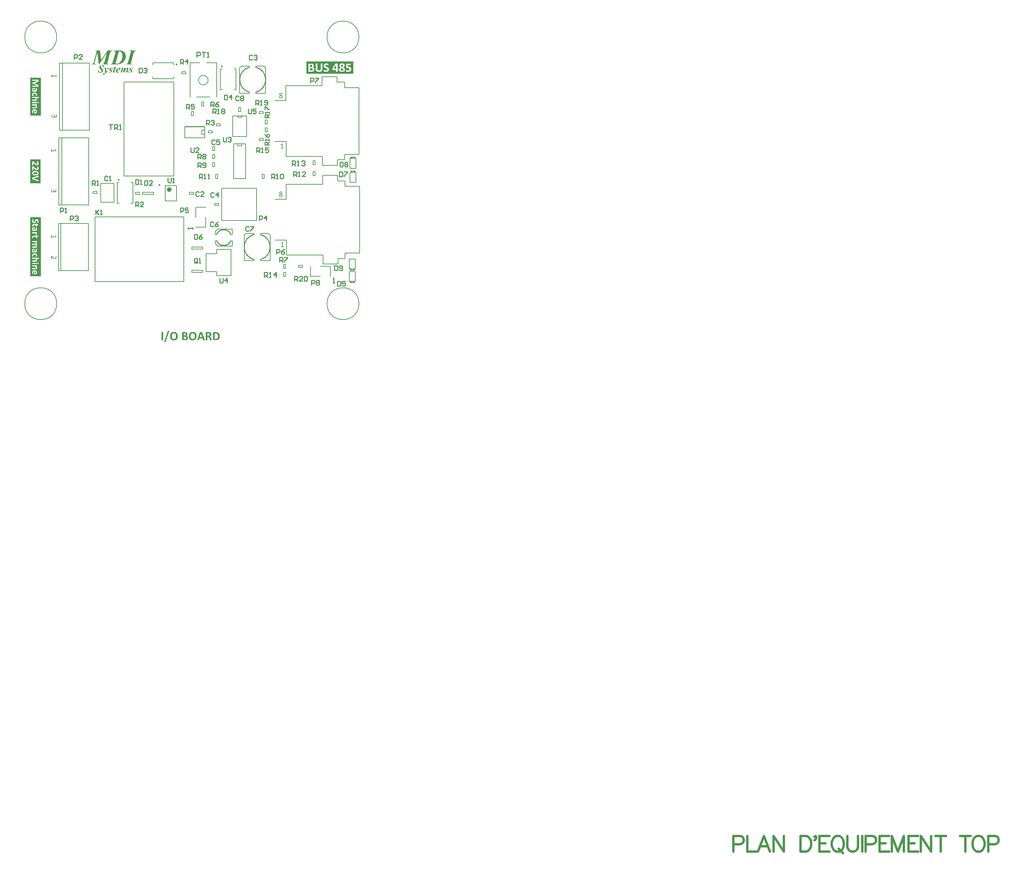
<source format=gto>
%FSLAX25Y25*%
%MOIN*%
G70*
G01*
G75*
G04 Layer_Color=11599871*
%ADD10C,0.03937*%
%ADD11R,0.25000X0.02992*%
%ADD12R,0.03500X0.05000*%
%ADD13R,0.05910X0.03030*%
%ADD14R,0.11024X0.20276*%
%ADD15R,0.05000X0.03500*%
%ADD16R,0.03000X0.04000*%
%ADD17R,0.03543X0.13583*%
%ADD18C,0.03100*%
%ADD19R,0.04000X0.02854*%
%ADD20R,0.08465X0.02362*%
%ADD21R,0.04724X0.12992*%
%ADD22R,0.11023X0.05000*%
%ADD23R,0.08465X0.09449*%
%ADD24R,0.09449X0.08465*%
%ADD25R,0.08661X0.05000*%
%ADD26R,0.05000X0.08661*%
%ADD27R,0.03030X0.05910*%
%ADD28R,0.08000X0.06000*%
%ADD29R,0.08000X0.15000*%
%ADD30R,0.10236X0.03150*%
%ADD31R,0.06000X0.02500*%
%ADD32C,0.01000*%
%ADD33C,0.01500*%
%ADD34C,0.01181*%
%ADD35C,0.02756*%
%ADD36C,0.01969*%
%ADD37C,0.15748*%
%ADD38C,0.09843*%
%ADD39C,0.11811*%
%ADD40C,0.03937*%
%ADD41C,0.01575*%
%ADD42C,0.02362*%
%ADD43C,0.13780*%
%ADD44C,0.19685*%
%ADD45C,0.12598*%
%ADD46C,0.16000*%
%ADD47C,0.09843*%
%ADD48C,0.11811*%
%ADD49C,0.09055*%
%ADD50C,0.03900*%
%ADD51C,0.16533*%
%ADD52C,0.10000*%
%ADD53C,0.05000*%
%ADD54R,0.16000X0.13000*%
%ADD55R,0.16892X0.02319*%
%ADD56R,0.21000X0.17000*%
%ADD57R,0.31000X0.17000*%
%ADD58R,0.09194X0.12806*%
%ADD59R,0.12000X0.12890*%
%ADD60C,0.00984*%
%ADD61C,0.00787*%
%ADD62C,0.00787*%
G36*
X-64297Y103059D02*
X-64232Y103048D01*
X-64155Y103015D01*
X-64079Y102983D01*
X-63991Y102928D01*
X-63915Y102863D01*
X-63904Y102852D01*
X-63882Y102830D01*
X-63849Y102775D01*
X-63816Y102720D01*
X-63784Y102644D01*
X-63751Y102545D01*
X-63729Y102447D01*
X-63718Y102327D01*
Y102316D01*
Y102272D01*
X-63729Y102196D01*
X-63740Y102097D01*
X-63762Y101977D01*
X-63795Y101835D01*
X-63838Y101671D01*
X-63893Y101485D01*
X-64516Y99573D01*
X-64527Y99551D01*
X-64538Y99507D01*
X-64560Y99431D01*
X-64582Y99354D01*
X-64636Y99168D01*
X-64647Y99092D01*
X-64658Y99026D01*
Y99004D01*
X-64647Y98982D01*
X-64625Y98950D01*
X-64614D01*
X-64604Y98939D01*
X-64582Y98928D01*
X-64549Y98917D01*
X-64516D01*
X-64483Y98928D01*
X-64451Y98950D01*
X-64439Y98961D01*
X-64418Y98982D01*
X-64385Y99015D01*
X-64330Y99059D01*
X-64276Y99124D01*
X-64210Y99201D01*
X-64134Y99288D01*
X-64057Y99387D01*
X-64046Y99398D01*
X-64024Y99441D01*
X-63981Y99496D01*
X-63915Y99584D01*
X-63740Y99463D01*
Y99452D01*
X-63751Y99431D01*
X-63773Y99398D01*
X-63806Y99354D01*
X-63882Y99245D01*
X-63970Y99103D01*
X-64090Y98939D01*
X-64232Y98786D01*
X-64374Y98633D01*
X-64538Y98501D01*
X-64560Y98491D01*
X-64614Y98458D01*
X-64691Y98403D01*
X-64800Y98348D01*
X-64921Y98294D01*
X-65052Y98239D01*
X-65183Y98206D01*
X-65325Y98195D01*
X-65380D01*
X-65434Y98206D01*
X-65511Y98217D01*
X-65587Y98239D01*
X-65675Y98261D01*
X-65762Y98305D01*
X-65839Y98359D01*
X-65850Y98370D01*
X-65871Y98392D01*
X-65904Y98425D01*
X-65937Y98480D01*
X-65970Y98534D01*
X-66003Y98611D01*
X-66024Y98687D01*
X-66035Y98775D01*
Y98786D01*
Y98818D01*
X-66024Y98873D01*
X-66013Y98939D01*
X-66003Y99037D01*
X-65970Y99157D01*
X-65937Y99288D01*
X-65893Y99452D01*
X-65237Y101485D01*
X-65227Y101507D01*
X-65216Y101551D01*
X-65194Y101627D01*
X-65172Y101704D01*
X-65150Y101791D01*
X-65128Y101879D01*
X-65106Y101955D01*
Y102010D01*
Y102021D01*
Y102032D01*
X-65128Y102054D01*
X-65150Y102076D01*
X-65161Y102086D01*
X-65172Y102097D01*
X-65205Y102108D01*
X-65227Y102119D01*
X-65281D01*
X-65336Y102108D01*
X-65390Y102086D01*
X-65412Y102076D01*
X-65434Y102054D01*
X-65478Y102032D01*
X-65522Y101999D01*
X-65587Y101944D01*
X-65653Y101890D01*
X-65740Y101813D01*
X-65751Y101802D01*
X-65784Y101769D01*
X-65839Y101715D01*
X-65904Y101638D01*
X-66003Y101529D01*
X-66123Y101387D01*
X-66254Y101223D01*
X-66407Y101026D01*
Y101015D01*
X-66429Y101004D01*
X-66473Y100928D01*
X-66549Y100830D01*
X-66647Y100698D01*
X-66746Y100556D01*
X-66844Y100414D01*
X-66932Y100272D01*
X-66997Y100141D01*
X-67008Y100130D01*
X-67019Y100086D01*
X-67052Y100010D01*
X-67096Y99922D01*
X-67139Y99802D01*
X-67194Y99660D01*
X-67249Y99496D01*
X-67303Y99321D01*
X-67631Y98250D01*
X-68943D01*
X-67948Y101638D01*
Y101649D01*
X-67937Y101682D01*
X-67926Y101726D01*
X-67904Y101791D01*
X-67883Y101912D01*
X-67872Y101966D01*
Y102010D01*
Y102021D01*
Y102032D01*
X-67883Y102065D01*
X-67904Y102086D01*
Y102097D01*
X-67926Y102108D01*
X-67948Y102119D01*
X-67981D01*
X-68003Y102108D01*
X-68057Y102097D01*
X-68123Y102054D01*
X-68210Y101999D01*
X-68309Y101901D01*
X-68440Y101780D01*
X-68506Y101693D01*
X-68582Y101606D01*
X-68593Y101595D01*
X-68615Y101573D01*
X-68648Y101529D01*
X-68691Y101463D01*
X-68746Y101387D01*
X-68812Y101300D01*
X-68877Y101201D01*
X-68965Y101081D01*
X-69052Y100950D01*
X-69139Y100808D01*
X-69238Y100655D01*
X-69336Y100491D01*
X-69533Y100119D01*
X-69730Y99726D01*
X-70178Y98250D01*
X-71511D01*
X-70506Y101584D01*
Y101595D01*
X-70495Y101606D01*
X-70484Y101660D01*
X-70462Y101748D01*
X-70429Y101857D01*
X-70375Y102086D01*
X-70364Y102196D01*
X-70353Y102283D01*
Y102294D01*
Y102327D01*
X-70375Y102371D01*
X-70396Y102414D01*
X-70407Y102425D01*
X-70429Y102447D01*
X-70484Y102480D01*
X-70549Y102513D01*
X-70571Y102524D01*
X-70593D01*
X-70637Y102535D01*
X-70681Y102545D01*
X-70746D01*
X-70823Y102557D01*
X-70921D01*
X-70877Y102753D01*
X-69063Y103070D01*
X-68735D01*
X-69424Y100830D01*
X-69413Y100840D01*
X-69391Y100873D01*
X-69358Y100928D01*
X-69314Y100994D01*
X-69260Y101081D01*
X-69194Y101179D01*
X-69041Y101387D01*
X-68888Y101617D01*
X-68724Y101846D01*
X-68571Y102054D01*
X-68506Y102141D01*
X-68440Y102218D01*
Y102229D01*
X-68418Y102240D01*
X-68363Y102305D01*
X-68287Y102392D01*
X-68178Y102502D01*
X-68057Y102622D01*
X-67937Y102731D01*
X-67817Y102830D01*
X-67697Y102906D01*
X-67686Y102917D01*
X-67642Y102928D01*
X-67587Y102961D01*
X-67511Y102994D01*
X-67423Y103015D01*
X-67325Y103048D01*
X-67216Y103059D01*
X-67106Y103070D01*
X-67052D01*
X-66986Y103059D01*
X-66921Y103048D01*
X-66833Y103015D01*
X-66757Y102983D01*
X-66680Y102928D01*
X-66615Y102863D01*
X-66604Y102852D01*
X-66593Y102830D01*
X-66571Y102786D01*
X-66538Y102731D01*
X-66505Y102655D01*
X-66483Y102578D01*
X-66473Y102491D01*
X-66462Y102403D01*
Y102392D01*
Y102360D01*
X-66473Y102294D01*
X-66483Y102218D01*
X-66494Y102108D01*
X-66516Y101988D01*
X-66560Y101835D01*
X-66604Y101660D01*
X-66844Y100830D01*
X-66833Y100840D01*
X-66811Y100873D01*
X-66779Y100928D01*
X-66724Y100994D01*
X-66669Y101081D01*
X-66604Y101179D01*
X-66440Y101387D01*
X-66276Y101627D01*
X-66101Y101846D01*
X-66024Y101955D01*
X-65937Y102054D01*
X-65871Y102141D01*
X-65806Y102207D01*
X-65795Y102218D01*
X-65784Y102229D01*
X-65718Y102294D01*
X-65631Y102382D01*
X-65511Y102502D01*
X-65380Y102622D01*
X-65237Y102742D01*
X-65084Y102841D01*
X-64942Y102928D01*
X-64931Y102939D01*
X-64899Y102950D01*
X-64844Y102972D01*
X-64778Y103005D01*
X-64702Y103026D01*
X-64614Y103048D01*
X-64516Y103059D01*
X-64407Y103070D01*
X-64352D01*
X-64297Y103059D01*
D02*
G37*
G36*
X-79709Y101463D02*
X-79905D01*
Y101474D01*
Y101496D01*
X-79916Y101518D01*
Y101562D01*
X-79938Y101671D01*
X-79971Y101813D01*
X-80026Y101966D01*
X-80091Y102130D01*
X-80179Y102294D01*
X-80299Y102436D01*
X-80310Y102447D01*
X-80354Y102491D01*
X-80430Y102545D01*
X-80518Y102622D01*
X-80627Y102688D01*
X-80747Y102742D01*
X-80889Y102786D01*
X-81031Y102797D01*
X-81075D01*
X-81119Y102786D01*
X-81173Y102775D01*
X-81294Y102742D01*
X-81359Y102699D01*
X-81425Y102655D01*
X-81436Y102644D01*
X-81447Y102633D01*
X-81468Y102600D01*
X-81501Y102557D01*
X-81556Y102447D01*
X-81567Y102392D01*
X-81578Y102316D01*
Y102305D01*
Y102283D01*
Y102261D01*
X-81567Y102218D01*
X-81545Y102108D01*
X-81512Y101999D01*
Y101988D01*
X-81501Y101977D01*
X-81479Y101944D01*
X-81447Y101901D01*
X-81403Y101846D01*
X-81359Y101769D01*
X-81283Y101693D01*
X-81206Y101606D01*
X-81195Y101595D01*
X-81173Y101562D01*
X-81130Y101518D01*
X-81075Y101463D01*
X-81009Y101387D01*
X-80933Y101310D01*
X-80769Y101125D01*
X-80605Y100917D01*
X-80441Y100720D01*
X-80299Y100534D01*
X-80255Y100458D01*
X-80212Y100392D01*
X-80201Y100381D01*
X-80179Y100338D01*
X-80157Y100272D01*
X-80113Y100185D01*
X-80080Y100075D01*
X-80058Y99955D01*
X-80037Y99824D01*
X-80026Y99682D01*
Y99660D01*
Y99616D01*
X-80037Y99540D01*
X-80048Y99431D01*
X-80080Y99310D01*
X-80113Y99179D01*
X-80168Y99048D01*
X-80244Y98906D01*
X-80255Y98895D01*
X-80288Y98851D01*
X-80332Y98786D01*
X-80397Y98698D01*
X-80485Y98611D01*
X-80594Y98512D01*
X-80725Y98414D01*
X-80867Y98326D01*
X-80889Y98316D01*
X-80933Y98294D01*
X-81020Y98261D01*
X-81130Y98217D01*
X-81250Y98173D01*
X-81392Y98141D01*
X-81556Y98119D01*
X-81720Y98108D01*
X-81774D01*
X-81840Y98119D01*
X-81928D01*
X-82037Y98141D01*
X-82157Y98163D01*
X-82310Y98185D01*
X-82463Y98228D01*
X-82474D01*
X-82507Y98239D01*
X-82561Y98250D01*
X-82627Y98261D01*
X-82769Y98283D01*
X-82846Y98294D01*
X-82977D01*
X-83042Y98283D01*
X-83108Y98261D01*
X-83119Y98250D01*
X-83152Y98228D01*
X-83195Y98185D01*
X-83261Y98108D01*
X-83458D01*
X-83206Y99835D01*
X-83042D01*
Y99824D01*
X-83031Y99802D01*
X-83021Y99780D01*
X-83010Y99736D01*
X-82977Y99616D01*
X-82933Y99485D01*
X-82889Y99332D01*
X-82835Y99190D01*
X-82769Y99048D01*
X-82714Y98928D01*
X-82704Y98917D01*
X-82682Y98884D01*
X-82649Y98840D01*
X-82594Y98775D01*
X-82540Y98709D01*
X-82463Y98633D01*
X-82288Y98501D01*
X-82277Y98491D01*
X-82244Y98480D01*
X-82190Y98458D01*
X-82124Y98425D01*
X-82037Y98392D01*
X-81949Y98370D01*
X-81862Y98359D01*
X-81764Y98348D01*
X-81720D01*
X-81665Y98359D01*
X-81600Y98370D01*
X-81523Y98392D01*
X-81447Y98425D01*
X-81370Y98469D01*
X-81294Y98523D01*
X-81283Y98534D01*
X-81261Y98556D01*
X-81228Y98589D01*
X-81195Y98643D01*
X-81163Y98709D01*
X-81130Y98775D01*
X-81108Y98862D01*
X-81097Y98950D01*
Y98961D01*
Y98993D01*
X-81108Y99037D01*
Y99103D01*
X-81151Y99245D01*
X-81184Y99332D01*
X-81228Y99420D01*
X-81239Y99431D01*
X-81250Y99463D01*
X-81294Y99518D01*
X-81348Y99594D01*
X-81414Y99693D01*
X-81523Y99824D01*
X-81643Y99966D01*
X-81796Y100141D01*
X-81807Y100152D01*
X-81818Y100174D01*
X-81851Y100206D01*
X-81895Y100250D01*
X-82004Y100371D01*
X-82124Y100513D01*
X-82255Y100677D01*
X-82387Y100851D01*
X-82507Y101015D01*
X-82594Y101157D01*
Y101168D01*
X-82616Y101201D01*
X-82638Y101256D01*
X-82660Y101332D01*
X-82682Y101420D01*
X-82704Y101518D01*
X-82714Y101627D01*
X-82725Y101748D01*
Y101759D01*
Y101769D01*
Y101802D01*
X-82714Y101846D01*
X-82704Y101944D01*
X-82671Y102076D01*
X-82627Y102229D01*
X-82551Y102382D01*
X-82452Y102545D01*
X-82321Y102688D01*
X-82299Y102709D01*
X-82244Y102753D01*
X-82146Y102808D01*
X-82026Y102884D01*
X-81862Y102950D01*
X-81665Y103015D01*
X-81436Y103059D01*
X-81173Y103070D01*
X-81119D01*
X-81042Y103059D01*
X-80955D01*
X-80835Y103037D01*
X-80703Y103015D01*
X-80539Y102994D01*
X-80375Y102950D01*
X-80365D01*
X-80332Y102939D01*
X-80288Y102928D01*
X-80233Y102917D01*
X-80113Y102895D01*
X-80004Y102884D01*
X-79971D01*
X-79927Y102895D01*
X-79884Y102906D01*
X-79829Y102928D01*
X-79774Y102961D01*
X-79720Y103005D01*
X-79665Y103070D01*
X-79479D01*
X-79709Y101463D01*
D02*
G37*
G36*
X-59587D02*
X-59783D01*
Y101474D01*
Y101496D01*
X-59794Y101518D01*
Y101562D01*
X-59816Y101671D01*
X-59849Y101813D01*
X-59904Y101966D01*
X-59969Y102130D01*
X-60057Y102294D01*
X-60177Y102436D01*
X-60188Y102447D01*
X-60232Y102491D01*
X-60308Y102545D01*
X-60395Y102622D01*
X-60505Y102688D01*
X-60625Y102742D01*
X-60767Y102786D01*
X-60909Y102797D01*
X-60953D01*
X-60997Y102786D01*
X-61051Y102775D01*
X-61172Y102742D01*
X-61237Y102699D01*
X-61303Y102655D01*
X-61314Y102644D01*
X-61325Y102633D01*
X-61346Y102600D01*
X-61379Y102557D01*
X-61434Y102447D01*
X-61445Y102392D01*
X-61456Y102316D01*
Y102305D01*
Y102283D01*
Y102261D01*
X-61445Y102218D01*
X-61423Y102108D01*
X-61390Y101999D01*
Y101988D01*
X-61379Y101977D01*
X-61357Y101944D01*
X-61325Y101901D01*
X-61281Y101846D01*
X-61237Y101769D01*
X-61161Y101693D01*
X-61084Y101606D01*
X-61073Y101595D01*
X-61051Y101562D01*
X-61007Y101518D01*
X-60953Y101463D01*
X-60887Y101387D01*
X-60811Y101310D01*
X-60647Y101125D01*
X-60483Y100917D01*
X-60319Y100720D01*
X-60177Y100534D01*
X-60133Y100458D01*
X-60089Y100392D01*
X-60079Y100381D01*
X-60057Y100338D01*
X-60035Y100272D01*
X-59991Y100185D01*
X-59958Y100075D01*
X-59936Y99955D01*
X-59914Y99824D01*
X-59904Y99682D01*
Y99660D01*
Y99616D01*
X-59914Y99540D01*
X-59926Y99431D01*
X-59958Y99310D01*
X-59991Y99179D01*
X-60046Y99048D01*
X-60122Y98906D01*
X-60133Y98895D01*
X-60166Y98851D01*
X-60210Y98786D01*
X-60275Y98698D01*
X-60363Y98611D01*
X-60472Y98512D01*
X-60603Y98414D01*
X-60745Y98326D01*
X-60767Y98316D01*
X-60811Y98294D01*
X-60898Y98261D01*
X-61007Y98217D01*
X-61128Y98173D01*
X-61270Y98141D01*
X-61434Y98119D01*
X-61598Y98108D01*
X-61652D01*
X-61718Y98119D01*
X-61805D01*
X-61915Y98141D01*
X-62035Y98163D01*
X-62188Y98185D01*
X-62341Y98228D01*
X-62352D01*
X-62385Y98239D01*
X-62439Y98250D01*
X-62505Y98261D01*
X-62647Y98283D01*
X-62723Y98294D01*
X-62855D01*
X-62920Y98283D01*
X-62986Y98261D01*
X-62997Y98250D01*
X-63030Y98228D01*
X-63073Y98185D01*
X-63139Y98108D01*
X-63336D01*
X-63084Y99835D01*
X-62920D01*
Y99824D01*
X-62909Y99802D01*
X-62898Y99780D01*
X-62888Y99736D01*
X-62855Y99616D01*
X-62811Y99485D01*
X-62767Y99332D01*
X-62713Y99190D01*
X-62647Y99048D01*
X-62592Y98928D01*
X-62581Y98917D01*
X-62560Y98884D01*
X-62527Y98840D01*
X-62472Y98775D01*
X-62418Y98709D01*
X-62341Y98633D01*
X-62166Y98501D01*
X-62155Y98491D01*
X-62122Y98480D01*
X-62068Y98458D01*
X-62002Y98425D01*
X-61915Y98392D01*
X-61827Y98370D01*
X-61740Y98359D01*
X-61642Y98348D01*
X-61598D01*
X-61543Y98359D01*
X-61478Y98370D01*
X-61401Y98392D01*
X-61325Y98425D01*
X-61248Y98469D01*
X-61172Y98523D01*
X-61161Y98534D01*
X-61139Y98556D01*
X-61106Y98589D01*
X-61073Y98643D01*
X-61040Y98709D01*
X-61007Y98775D01*
X-60986Y98862D01*
X-60975Y98950D01*
Y98961D01*
Y98993D01*
X-60986Y99037D01*
Y99103D01*
X-61029Y99245D01*
X-61062Y99332D01*
X-61106Y99420D01*
X-61117Y99431D01*
X-61128Y99463D01*
X-61172Y99518D01*
X-61226Y99594D01*
X-61292Y99693D01*
X-61401Y99824D01*
X-61521Y99966D01*
X-61674Y100141D01*
X-61685Y100152D01*
X-61696Y100174D01*
X-61729Y100206D01*
X-61773Y100250D01*
X-61882Y100371D01*
X-62002Y100513D01*
X-62133Y100677D01*
X-62265Y100851D01*
X-62385Y101015D01*
X-62472Y101157D01*
Y101168D01*
X-62494Y101201D01*
X-62516Y101256D01*
X-62538Y101332D01*
X-62560Y101420D01*
X-62581Y101518D01*
X-62592Y101627D01*
X-62603Y101748D01*
Y101759D01*
Y101769D01*
Y101802D01*
X-62592Y101846D01*
X-62581Y101944D01*
X-62549Y102076D01*
X-62505Y102229D01*
X-62428Y102382D01*
X-62330Y102545D01*
X-62199Y102688D01*
X-62177Y102709D01*
X-62122Y102753D01*
X-62024Y102808D01*
X-61904Y102884D01*
X-61740Y102950D01*
X-61543Y103015D01*
X-61314Y103059D01*
X-61051Y103070D01*
X-60997D01*
X-60920Y103059D01*
X-60833D01*
X-60712Y103037D01*
X-60581Y103015D01*
X-60417Y102994D01*
X-60253Y102950D01*
X-60242D01*
X-60210Y102939D01*
X-60166Y102928D01*
X-60111Y102917D01*
X-59991Y102895D01*
X-59882Y102884D01*
X-59849D01*
X-59805Y102895D01*
X-59762Y102906D01*
X-59707Y102928D01*
X-59652Y102961D01*
X-59598Y103005D01*
X-59543Y103070D01*
X-59357D01*
X-59587Y101463D01*
D02*
G37*
G36*
X-76605Y102928D02*
X-76014D01*
X-76200Y102327D01*
X-76780D01*
X-77730Y99266D01*
Y99256D01*
X-77741Y99223D01*
X-77752Y99168D01*
X-77774Y99103D01*
X-77807Y98971D01*
X-77818Y98895D01*
Y98840D01*
Y98829D01*
X-77807Y98808D01*
X-77796Y98786D01*
X-77774Y98753D01*
X-77763D01*
X-77741Y98742D01*
X-77709Y98731D01*
X-77676Y98720D01*
X-77654D01*
X-77610Y98731D01*
X-77556Y98753D01*
X-77490Y98786D01*
X-77479Y98796D01*
X-77446Y98818D01*
X-77392Y98873D01*
X-77326Y98939D01*
X-77249Y99026D01*
X-77151Y99135D01*
X-77042Y99266D01*
X-76933Y99431D01*
X-76747Y99310D01*
Y99299D01*
X-76758Y99288D01*
X-76780Y99256D01*
X-76812Y99212D01*
X-76889Y99103D01*
X-76976Y98961D01*
X-77096Y98808D01*
X-77239Y98665D01*
X-77381Y98512D01*
X-77545Y98392D01*
X-77566Y98381D01*
X-77621Y98348D01*
X-77698Y98305D01*
X-77807Y98250D01*
X-77938Y98195D01*
X-78080Y98152D01*
X-78233Y98119D01*
X-78386Y98108D01*
X-78441D01*
X-78506Y98119D01*
X-78594Y98130D01*
X-78681Y98152D01*
X-78769Y98185D01*
X-78867Y98228D01*
X-78944Y98283D01*
X-78955Y98294D01*
X-78976Y98316D01*
X-79009Y98348D01*
X-79042Y98403D01*
X-79075Y98469D01*
X-79108Y98545D01*
X-79129Y98633D01*
X-79140Y98731D01*
Y98742D01*
Y98786D01*
X-79129Y98851D01*
X-79119Y98939D01*
X-79108Y99059D01*
X-79075Y99190D01*
X-79042Y99343D01*
X-78987Y99507D01*
X-78102Y102327D01*
X-78769D01*
X-78681Y102709D01*
X-78670D01*
X-78649Y102720D01*
X-78616Y102731D01*
X-78572Y102753D01*
X-78452Y102808D01*
X-78310Y102873D01*
X-78135Y102950D01*
X-77949Y103048D01*
X-77763Y103158D01*
X-77577Y103278D01*
X-77566D01*
X-77556Y103289D01*
X-77490Y103343D01*
X-77392Y103420D01*
X-77260Y103540D01*
X-77096Y103693D01*
X-76900Y103868D01*
X-76692Y104098D01*
X-76452Y104349D01*
X-76167D01*
X-76605Y102928D01*
D02*
G37*
G36*
X-72408Y103059D02*
X-72309Y103048D01*
X-72200Y103015D01*
X-72091Y102983D01*
X-71981Y102928D01*
X-71894Y102863D01*
X-71883Y102852D01*
X-71861Y102830D01*
X-71817Y102775D01*
X-71774Y102720D01*
X-71741Y102644D01*
X-71697Y102557D01*
X-71675Y102447D01*
X-71664Y102338D01*
Y102316D01*
Y102272D01*
X-71675Y102196D01*
X-71697Y102097D01*
X-71719Y101988D01*
X-71763Y101868D01*
X-71817Y101726D01*
X-71894Y101595D01*
X-71905Y101573D01*
X-71948Y101518D01*
X-72014Y101431D01*
X-72101Y101321D01*
X-72211Y101190D01*
X-72331Y101059D01*
X-72484Y100928D01*
X-72648Y100808D01*
X-72670Y100797D01*
X-72724Y100764D01*
X-72823Y100709D01*
X-72954Y100644D01*
X-73107Y100567D01*
X-73282Y100491D01*
X-73479Y100425D01*
X-73686Y100359D01*
X-73708D01*
X-73752Y100338D01*
X-73839Y100327D01*
X-73949Y100305D01*
X-74102Y100272D01*
X-74277Y100250D01*
X-74473Y100228D01*
X-74703Y100206D01*
Y100196D01*
X-74714Y100152D01*
Y100086D01*
X-74725Y100010D01*
X-74736Y99824D01*
X-74747Y99726D01*
Y99638D01*
Y99616D01*
Y99573D01*
X-74736Y99507D01*
X-74714Y99420D01*
X-74692Y99321D01*
X-74659Y99212D01*
X-74604Y99114D01*
X-74528Y99015D01*
X-74517Y99004D01*
X-74484Y98982D01*
X-74430Y98939D01*
X-74364Y98906D01*
X-74277Y98862D01*
X-74167Y98818D01*
X-74047Y98796D01*
X-73916Y98786D01*
X-73850D01*
X-73774Y98796D01*
X-73686Y98808D01*
X-73577Y98818D01*
X-73446Y98851D01*
X-73315Y98884D01*
X-73184Y98939D01*
X-73162Y98950D01*
X-73118Y98971D01*
X-73041Y99004D01*
X-72932Y99070D01*
X-72812Y99146D01*
X-72659Y99234D01*
X-72495Y99354D01*
X-72320Y99496D01*
X-72167Y99354D01*
X-72178Y99343D01*
X-72189Y99321D01*
X-72222Y99288D01*
X-72265Y99245D01*
X-72386Y99124D01*
X-72539Y98982D01*
X-72714Y98818D01*
X-72910Y98665D01*
X-73118Y98512D01*
X-73337Y98392D01*
X-73348D01*
X-73358Y98381D01*
X-73391Y98370D01*
X-73435Y98348D01*
X-73555Y98305D01*
X-73708Y98250D01*
X-73894Y98195D01*
X-74102Y98152D01*
X-74342Y98119D01*
X-74594Y98108D01*
X-74681D01*
X-74736Y98119D01*
X-74801D01*
X-74889Y98130D01*
X-75074Y98163D01*
X-75271Y98206D01*
X-75468Y98283D01*
X-75654Y98381D01*
X-75730Y98447D01*
X-75796Y98523D01*
X-75807Y98545D01*
X-75850Y98600D01*
X-75894Y98687D01*
X-75960Y98796D01*
X-76014Y98939D01*
X-76069Y99103D01*
X-76113Y99278D01*
X-76124Y99474D01*
Y99485D01*
Y99518D01*
Y99562D01*
X-76113Y99616D01*
Y99704D01*
X-76102Y99791D01*
X-76080Y99889D01*
X-76058Y100010D01*
X-76003Y100261D01*
X-75916Y100556D01*
X-75796Y100862D01*
X-75719Y101015D01*
X-75632Y101179D01*
X-75621Y101190D01*
X-75610Y101212D01*
X-75577Y101267D01*
X-75544Y101321D01*
X-75490Y101398D01*
X-75424Y101474D01*
X-75271Y101671D01*
X-75074Y101890D01*
X-74845Y102119D01*
X-74583Y102338D01*
X-74277Y102545D01*
X-74266Y102557D01*
X-74233Y102567D01*
X-74189Y102589D01*
X-74134Y102633D01*
X-74047Y102666D01*
X-73960Y102709D01*
X-73861Y102764D01*
X-73741Y102808D01*
X-73479Y102906D01*
X-73194Y102994D01*
X-72878Y103048D01*
X-72724Y103059D01*
X-72561Y103070D01*
X-72484D01*
X-72408Y103059D01*
D02*
G37*
G36*
X-84092D02*
X-84026Y103048D01*
X-83950Y103015D01*
X-83862Y102983D01*
X-83775Y102928D01*
X-83698Y102852D01*
X-83687Y102841D01*
X-83665Y102808D01*
X-83633Y102764D01*
X-83589Y102709D01*
X-83545Y102633D01*
X-83512Y102535D01*
X-83491Y102436D01*
X-83480Y102327D01*
Y102316D01*
Y102272D01*
X-83491Y102196D01*
X-83501Y102097D01*
X-83523Y101977D01*
X-83567Y101846D01*
X-83611Y101693D01*
X-83676Y101518D01*
X-83687Y101496D01*
X-83698Y101463D01*
X-83720Y101431D01*
X-83742Y101376D01*
X-83775Y101310D01*
X-83818Y101234D01*
X-83862Y101146D01*
X-83917Y101048D01*
X-83982Y100928D01*
X-84059Y100808D01*
X-84146Y100666D01*
X-84245Y100502D01*
X-84343Y100338D01*
X-84463Y100141D01*
X-84595Y99944D01*
X-84605Y99933D01*
X-84638Y99879D01*
X-84682Y99802D01*
X-84747Y99704D01*
X-84835Y99584D01*
X-84933Y99441D01*
X-85043Y99278D01*
X-85163Y99103D01*
X-85294Y98906D01*
X-85436Y98709D01*
X-85742Y98294D01*
X-86070Y97878D01*
X-86398Y97474D01*
X-86409Y97463D01*
X-86420Y97441D01*
X-86453Y97408D01*
X-86496Y97365D01*
X-86595Y97245D01*
X-86726Y97102D01*
X-86868Y96949D01*
X-87021Y96785D01*
X-87174Y96643D01*
X-87316Y96512D01*
X-87327Y96501D01*
X-87371Y96468D01*
X-87447Y96414D01*
X-87535Y96348D01*
X-87633Y96272D01*
X-87753Y96195D01*
X-87884Y96119D01*
X-88026Y96053D01*
X-88037D01*
X-88059Y96031D01*
X-88103Y96020D01*
X-88158Y95999D01*
X-88300Y95966D01*
X-88464Y95944D01*
X-88507D01*
X-88573Y95955D01*
X-88639Y95977D01*
X-88715Y95999D01*
X-88802Y96031D01*
X-88890Y96086D01*
X-88967Y96162D01*
X-88977Y96173D01*
X-88999Y96195D01*
X-89032Y96239D01*
X-89076Y96305D01*
X-89119Y96370D01*
X-89152Y96457D01*
X-89174Y96556D01*
X-89185Y96654D01*
Y96665D01*
Y96698D01*
X-89174Y96753D01*
X-89163Y96818D01*
X-89141Y96895D01*
X-89098Y96982D01*
X-89054Y97059D01*
X-88988Y97135D01*
X-88977Y97146D01*
X-88955Y97168D01*
X-88912Y97201D01*
X-88868Y97234D01*
X-88802Y97266D01*
X-88726Y97299D01*
X-88639Y97321D01*
X-88551Y97332D01*
X-88497D01*
X-88442Y97310D01*
X-88354Y97288D01*
X-88267Y97255D01*
X-88169Y97190D01*
X-88070Y97113D01*
X-87972Y97004D01*
X-87961Y96993D01*
X-87939Y96971D01*
X-87874Y96895D01*
X-87775Y96807D01*
X-87731Y96785D01*
X-87688Y96775D01*
X-87666D01*
X-87611Y96785D01*
X-87535Y96807D01*
X-87447Y96851D01*
X-87436D01*
X-87414Y96873D01*
X-87382Y96895D01*
X-87338Y96927D01*
X-87272Y96982D01*
X-87196Y97048D01*
X-87108Y97124D01*
X-87010Y97234D01*
Y97245D01*
Y97266D01*
Y97299D01*
Y97343D01*
X-86999Y97452D01*
Y97594D01*
Y97758D01*
X-86988Y97922D01*
Y98075D01*
Y98217D01*
Y98239D01*
Y98294D01*
Y98392D01*
Y98534D01*
X-86999Y98709D01*
Y98917D01*
X-87010Y99168D01*
X-87021Y99452D01*
X-87108Y101431D01*
Y101442D01*
Y101453D01*
X-87119Y101518D01*
X-87130Y101617D01*
X-87163Y101737D01*
X-87196Y101868D01*
X-87229Y101999D01*
X-87283Y102119D01*
X-87349Y102218D01*
X-87360Y102229D01*
X-87371Y102250D01*
X-87404Y102272D01*
X-87447Y102305D01*
X-87567Y102371D01*
X-87633Y102382D01*
X-87721Y102392D01*
X-87841D01*
X-87906Y102382D01*
Y102589D01*
X-86321Y103070D01*
X-86310Y103059D01*
X-86289Y103026D01*
X-86256Y102983D01*
X-86212Y102928D01*
X-86125Y102775D01*
X-86048Y102611D01*
X-86037Y102589D01*
X-86026Y102545D01*
X-86004Y102458D01*
X-85972Y102349D01*
X-85939Y102196D01*
X-85906Y102021D01*
X-85873Y101824D01*
X-85851Y101595D01*
Y101584D01*
Y101540D01*
X-85840Y101463D01*
X-85830Y101376D01*
Y101256D01*
X-85819Y101114D01*
X-85808Y100950D01*
X-85786Y100775D01*
X-85775Y100578D01*
X-85764Y100371D01*
X-85753Y100141D01*
X-85742Y99901D01*
X-85720Y99398D01*
X-85698Y98862D01*
X-85688Y98873D01*
X-85676Y98895D01*
X-85644Y98939D01*
X-85600Y98993D01*
X-85545Y99070D01*
X-85491Y99157D01*
X-85414Y99256D01*
X-85338Y99376D01*
X-85250Y99507D01*
X-85152Y99660D01*
X-85043Y99813D01*
X-84933Y99988D01*
X-84813Y100174D01*
X-84693Y100371D01*
X-84562Y100578D01*
X-84430Y100797D01*
X-84420Y100819D01*
X-84398Y100862D01*
X-84365Y100928D01*
X-84321Y101026D01*
X-84277Y101125D01*
X-84245Y101245D01*
X-84223Y101365D01*
X-84212Y101485D01*
Y101496D01*
Y101518D01*
X-84223Y101562D01*
X-84245Y101617D01*
X-84277Y101671D01*
X-84321Y101737D01*
X-84376Y101802D01*
X-84463Y101868D01*
X-84474Y101879D01*
X-84507Y101901D01*
X-84551Y101934D01*
X-84595Y101977D01*
X-84704Y102065D01*
X-84747Y102108D01*
X-84780Y102152D01*
X-84791Y102174D01*
X-84802Y102229D01*
X-84824Y102305D01*
X-84835Y102414D01*
Y102425D01*
Y102458D01*
X-84824Y102513D01*
X-84813Y102567D01*
X-84791Y102644D01*
X-84758Y102720D01*
X-84715Y102797D01*
X-84649Y102873D01*
X-84638Y102884D01*
X-84616Y102906D01*
X-84573Y102939D01*
X-84518Y102972D01*
X-84452Y103005D01*
X-84376Y103037D01*
X-84288Y103059D01*
X-84190Y103070D01*
X-84146D01*
X-84092Y103059D01*
D02*
G37*
G36*
X-88497Y103081D02*
X-88671D01*
Y103092D01*
Y103103D01*
X-88682Y103168D01*
X-88704Y103278D01*
X-88726Y103398D01*
X-88748Y103540D01*
X-88792Y103693D01*
X-88824Y103846D01*
X-88879Y103977D01*
Y103988D01*
X-88890Y103999D01*
X-88923Y104054D01*
X-88967Y104152D01*
X-89032Y104262D01*
X-89119Y104382D01*
X-89218Y104502D01*
X-89327Y104622D01*
X-89458Y104732D01*
X-89469Y104743D01*
X-89524Y104775D01*
X-89590Y104819D01*
X-89688Y104874D01*
X-89808Y104917D01*
X-89939Y104961D01*
X-90092Y104994D01*
X-90245Y105005D01*
X-90311D01*
X-90387Y104994D01*
X-90486Y104961D01*
X-90595Y104928D01*
X-90715Y104874D01*
X-90835Y104797D01*
X-90956Y104688D01*
X-90967Y104677D01*
X-91000Y104633D01*
X-91054Y104568D01*
X-91098Y104491D01*
X-91153Y104382D01*
X-91207Y104262D01*
X-91240Y104130D01*
X-91251Y103988D01*
Y103966D01*
Y103923D01*
X-91240Y103846D01*
X-91229Y103748D01*
X-91196Y103639D01*
X-91163Y103507D01*
X-91109Y103365D01*
X-91043Y103223D01*
X-91032Y103201D01*
X-91000Y103158D01*
X-90934Y103070D01*
X-90835Y102950D01*
X-90704Y102786D01*
X-90628Y102699D01*
X-90530Y102600D01*
X-90431Y102491D01*
X-90311Y102371D01*
X-90180Y102240D01*
X-90038Y102108D01*
X-90027Y102097D01*
X-90005Y102086D01*
X-89972Y102054D01*
X-89939Y102010D01*
X-89830Y101901D01*
X-89688Y101759D01*
X-89546Y101595D01*
X-89415Y101420D01*
X-89283Y101245D01*
X-89185Y101070D01*
X-89174Y101048D01*
X-89152Y100994D01*
X-89119Y100906D01*
X-89076Y100797D01*
X-89032Y100655D01*
X-88999Y100491D01*
X-88977Y100316D01*
X-88967Y100130D01*
Y100119D01*
Y100108D01*
Y100075D01*
Y100032D01*
X-88977Y99922D01*
X-88999Y99791D01*
X-89043Y99627D01*
X-89098Y99452D01*
X-89174Y99266D01*
X-89272Y99081D01*
X-89283Y99059D01*
X-89327Y99004D01*
X-89404Y98917D01*
X-89502Y98818D01*
X-89622Y98698D01*
X-89775Y98578D01*
X-89950Y98458D01*
X-90158Y98348D01*
X-90169D01*
X-90180Y98338D01*
X-90213Y98326D01*
X-90256Y98305D01*
X-90311Y98283D01*
X-90376Y98261D01*
X-90530Y98217D01*
X-90726Y98173D01*
X-90945Y98130D01*
X-91196Y98097D01*
X-91458Y98086D01*
X-91535D01*
X-91633Y98097D01*
X-91764Y98108D01*
X-91928Y98119D01*
X-92125Y98141D01*
X-92344Y98173D01*
X-92584Y98217D01*
X-92595D01*
X-92617Y98228D01*
X-92650D01*
X-92694Y98239D01*
X-92814Y98261D01*
X-92945Y98283D01*
X-93098Y98305D01*
X-93251Y98326D01*
X-93382Y98348D01*
X-93546D01*
X-93590Y98338D01*
X-93699Y98326D01*
X-93809Y98294D01*
X-93819D01*
X-93830Y98283D01*
X-93896Y98250D01*
X-94005Y98185D01*
X-94071Y98141D01*
X-94136Y98086D01*
X-94344D01*
X-93721Y100775D01*
X-93524D01*
Y100764D01*
Y100742D01*
X-93513Y100709D01*
Y100655D01*
X-93502Y100600D01*
X-93492Y100523D01*
X-93459Y100359D01*
X-93426Y100163D01*
X-93371Y99966D01*
X-93317Y99758D01*
X-93240Y99562D01*
X-93229Y99540D01*
X-93196Y99485D01*
X-93153Y99387D01*
X-93076Y99278D01*
X-92989Y99157D01*
X-92879Y99037D01*
X-92759Y98906D01*
X-92617Y98796D01*
X-92595Y98786D01*
X-92541Y98753D01*
X-92453Y98709D01*
X-92344Y98665D01*
X-92202Y98611D01*
X-92049Y98567D01*
X-91863Y98534D01*
X-91677Y98523D01*
X-91655D01*
X-91590Y98534D01*
X-91491Y98545D01*
X-91371Y98567D01*
X-91240Y98611D01*
X-91098Y98665D01*
X-90956Y98753D01*
X-90814Y98862D01*
X-90803Y98873D01*
X-90759Y98928D01*
X-90704Y98993D01*
X-90639Y99092D01*
X-90573Y99201D01*
X-90518Y99343D01*
X-90475Y99496D01*
X-90464Y99660D01*
Y99682D01*
Y99726D01*
X-90475Y99802D01*
X-90486Y99901D01*
X-90518Y100010D01*
X-90551Y100130D01*
X-90606Y100272D01*
X-90672Y100403D01*
X-90683Y100425D01*
X-90715Y100469D01*
X-90770Y100556D01*
X-90857Y100666D01*
X-90978Y100819D01*
X-91131Y100994D01*
X-91327Y101212D01*
X-91448Y101332D01*
X-91568Y101453D01*
X-91579Y101463D01*
X-91601Y101485D01*
X-91633Y101518D01*
X-91677Y101573D01*
X-91743Y101627D01*
X-91808Y101704D01*
X-91950Y101868D01*
X-92114Y102054D01*
X-92278Y102261D01*
X-92420Y102480D01*
X-92541Y102688D01*
X-92551Y102709D01*
X-92573Y102753D01*
X-92595Y102841D01*
X-92628Y102939D01*
X-92672Y103070D01*
X-92694Y103212D01*
X-92716Y103376D01*
X-92726Y103540D01*
Y103551D01*
Y103573D01*
Y103617D01*
X-92716Y103671D01*
X-92704Y103737D01*
X-92694Y103824D01*
X-92650Y104010D01*
X-92573Y104218D01*
X-92464Y104447D01*
X-92399Y104557D01*
X-92311Y104677D01*
X-92224Y104786D01*
X-92114Y104895D01*
X-92103Y104906D01*
X-92081Y104917D01*
X-92049Y104950D01*
X-92005Y104983D01*
X-91939Y105027D01*
X-91863Y105081D01*
X-91776Y105136D01*
X-91677Y105191D01*
X-91568Y105234D01*
X-91448Y105289D01*
X-91306Y105344D01*
X-91163Y105387D01*
X-90846Y105453D01*
X-90672Y105464D01*
X-90486Y105475D01*
X-90398D01*
X-90300Y105464D01*
X-90169Y105453D01*
X-89994Y105420D01*
X-89797Y105387D01*
X-89557Y105333D01*
X-89294Y105267D01*
X-89272D01*
X-89218Y105245D01*
X-89141Y105234D01*
X-89054Y105212D01*
X-88846Y105169D01*
X-88759Y105158D01*
X-88682Y105147D01*
X-88660D01*
X-88595Y105158D01*
X-88507Y105180D01*
X-88409Y105212D01*
X-88398D01*
X-88387Y105223D01*
X-88332Y105267D01*
X-88234Y105354D01*
X-88179Y105409D01*
X-88125Y105475D01*
X-87895D01*
X-88497Y103081D01*
D02*
G37*
G36*
X-139837Y56015D02*
X-139783Y55996D01*
X-139773Y55987D01*
X-139746Y55978D01*
X-139728Y55951D01*
X-139719Y55923D01*
Y55914D01*
X-139728Y55887D01*
X-139746Y55850D01*
X-139783Y55778D01*
Y55769D01*
X-139792Y55759D01*
X-139828Y55705D01*
X-139874Y55614D01*
X-139928Y55504D01*
Y55495D01*
X-139937Y55477D01*
X-139955Y55441D01*
X-139974Y55386D01*
X-139992Y55331D01*
X-140019Y55268D01*
X-140065Y55113D01*
Y55103D01*
X-140074Y55076D01*
X-140083Y55022D01*
X-140092Y54967D01*
X-140101Y54894D01*
X-140110Y54803D01*
X-140120Y54612D01*
Y54602D01*
Y54566D01*
Y54520D01*
X-140110Y54457D01*
X-140101Y54384D01*
X-140092Y54302D01*
X-140056Y54147D01*
Y54138D01*
X-140047Y54110D01*
X-140028Y54074D01*
X-140010Y54028D01*
X-139955Y53919D01*
X-139874Y53810D01*
X-139865Y53801D01*
X-139846Y53783D01*
X-139828Y53764D01*
X-139792Y53728D01*
X-139700Y53664D01*
X-139582Y53600D01*
X-139573D01*
X-139555Y53591D01*
X-139518Y53573D01*
X-139473Y53564D01*
X-139354Y53537D01*
X-139218Y53527D01*
X-139136D01*
X-139090Y53537D01*
X-138963Y53564D01*
X-138826Y53619D01*
X-138817D01*
X-138799Y53637D01*
X-138762Y53655D01*
X-138726Y53682D01*
X-138626Y53764D01*
X-138525Y53883D01*
X-138516Y53892D01*
X-138507Y53910D01*
X-138480Y53947D01*
X-138452Y53992D01*
X-138425Y54056D01*
X-138389Y54129D01*
X-138361Y54202D01*
X-138334Y54293D01*
Y54302D01*
X-138325Y54338D01*
X-138307Y54384D01*
X-138297Y54448D01*
X-138279Y54530D01*
X-138270Y54630D01*
X-138261Y54730D01*
Y54848D01*
Y55340D01*
Y55349D01*
Y55359D01*
X-138252Y55404D01*
X-138243Y55422D01*
X-138206Y55459D01*
X-138197D01*
X-138188Y55468D01*
X-138161Y55477D01*
X-138124Y55495D01*
X-138088D01*
X-138042Y55504D01*
X-137906D01*
X-137869Y55495D01*
X-137860D01*
X-137842Y55486D01*
X-137815Y55477D01*
X-137787Y55468D01*
X-137778Y55459D01*
X-137769Y55450D01*
X-137742Y55413D01*
Y55404D01*
X-137733Y55395D01*
X-137724Y55349D01*
Y54912D01*
Y54903D01*
Y54867D01*
Y54821D01*
X-137715Y54757D01*
X-137705Y54685D01*
X-137696Y54612D01*
X-137660Y54457D01*
Y54448D01*
X-137651Y54420D01*
X-137633Y54384D01*
X-137614Y54329D01*
X-137550Y54220D01*
X-137469Y54101D01*
X-137459Y54092D01*
X-137441Y54074D01*
X-137423Y54047D01*
X-137387Y54019D01*
X-137286Y53947D01*
X-137168Y53883D01*
X-137159D01*
X-137141Y53874D01*
X-137104Y53855D01*
X-137049Y53837D01*
X-136995Y53828D01*
X-136931Y53810D01*
X-136776Y53801D01*
X-136722D01*
X-136676Y53810D01*
X-136585Y53819D01*
X-136476Y53855D01*
X-136466D01*
X-136448Y53865D01*
X-136421Y53874D01*
X-136393Y53892D01*
X-136312Y53947D01*
X-136230Y54010D01*
X-136221D01*
X-136211Y54028D01*
X-136166Y54083D01*
X-136111Y54165D01*
X-136056Y54274D01*
Y54284D01*
X-136047Y54302D01*
X-136038Y54338D01*
X-136020Y54375D01*
X-136011Y54429D01*
X-136002Y54493D01*
X-135993Y54639D01*
Y54648D01*
Y54675D01*
Y54721D01*
X-136002Y54776D01*
X-136020Y54903D01*
X-136066Y55049D01*
Y55058D01*
X-136075Y55085D01*
X-136093Y55122D01*
X-136111Y55167D01*
X-136166Y55277D01*
X-136221Y55395D01*
Y55404D01*
X-136230Y55422D01*
X-136248Y55450D01*
X-136266Y55477D01*
X-136312Y55559D01*
X-136366Y55641D01*
X-136375Y55659D01*
X-136393Y55686D01*
X-136421Y55732D01*
X-136430Y55769D01*
Y55787D01*
X-136421Y55823D01*
X-136412Y55832D01*
X-136384Y55860D01*
X-136375D01*
X-136366Y55869D01*
X-136339D01*
X-136302Y55878D01*
X-136029D01*
X-135984Y55869D01*
X-135975D01*
X-135965Y55860D01*
X-135920Y55841D01*
X-135911D01*
X-135902Y55823D01*
X-135856Y55787D01*
X-135847Y55778D01*
X-135829Y55750D01*
X-135792Y55705D01*
X-135747Y55632D01*
Y55623D01*
X-135738Y55614D01*
X-135719Y55586D01*
X-135701Y55550D01*
X-135656Y55459D01*
X-135610Y55349D01*
Y55340D01*
X-135601Y55322D01*
X-135583Y55286D01*
X-135564Y55240D01*
X-135546Y55186D01*
X-135528Y55122D01*
X-135492Y54967D01*
Y54958D01*
X-135483Y54930D01*
X-135473Y54885D01*
X-135464Y54821D01*
X-135455Y54757D01*
X-135446Y54675D01*
X-135437Y54493D01*
Y54475D01*
Y54439D01*
Y54366D01*
X-135446Y54284D01*
X-135455Y54193D01*
X-135473Y54092D01*
X-135528Y53883D01*
Y53874D01*
X-135546Y53837D01*
X-135564Y53783D01*
X-135592Y53728D01*
X-135674Y53582D01*
X-135729Y53509D01*
X-135792Y53436D01*
X-135801Y53427D01*
X-135820Y53409D01*
X-135856Y53373D01*
X-135902Y53336D01*
X-135956Y53291D01*
X-136029Y53245D01*
X-136184Y53163D01*
X-136193D01*
X-136221Y53145D01*
X-136275Y53136D01*
X-136330Y53118D01*
X-136412Y53099D01*
X-136494Y53090D01*
X-136594Y53072D01*
X-136776D01*
X-136840Y53081D01*
X-136904Y53090D01*
X-136986Y53099D01*
X-137141Y53136D01*
X-137150D01*
X-137177Y53145D01*
X-137213Y53163D01*
X-137259Y53181D01*
X-137377Y53245D01*
X-137505Y53327D01*
X-137514Y53336D01*
X-137532Y53345D01*
X-137560Y53373D01*
X-137596Y53409D01*
X-137687Y53500D01*
X-137778Y53628D01*
Y53637D01*
X-137796Y53655D01*
X-137815Y53692D01*
X-137842Y53746D01*
X-137860Y53801D01*
X-137888Y53874D01*
X-137933Y54028D01*
Y54019D01*
X-137942Y53983D01*
X-137951Y53937D01*
X-137961Y53865D01*
X-137979Y53792D01*
X-138006Y53710D01*
X-138070Y53546D01*
Y53537D01*
X-138088Y53509D01*
X-138106Y53464D01*
X-138143Y53418D01*
X-138225Y53300D01*
X-138334Y53172D01*
X-138343Y53163D01*
X-138361Y53145D01*
X-138398Y53118D01*
X-138434Y53081D01*
X-138489Y53045D01*
X-138553Y52999D01*
X-138698Y52926D01*
X-138707D01*
X-138735Y52908D01*
X-138780Y52899D01*
X-138835Y52881D01*
X-138899Y52863D01*
X-138972Y52853D01*
X-139145Y52835D01*
X-139208D01*
X-139272Y52844D01*
X-139354Y52853D01*
X-139454Y52863D01*
X-139564Y52890D01*
X-139673Y52917D01*
X-139783Y52963D01*
X-139792Y52972D01*
X-139828Y52981D01*
X-139883Y53008D01*
X-139946Y53054D01*
X-140028Y53099D01*
X-140101Y53154D01*
X-140183Y53227D01*
X-140265Y53309D01*
X-140274Y53318D01*
X-140302Y53345D01*
X-140338Y53400D01*
X-140375Y53464D01*
X-140429Y53546D01*
X-140484Y53646D01*
X-140530Y53755D01*
X-140575Y53874D01*
Y53892D01*
X-140593Y53928D01*
X-140602Y54001D01*
X-140621Y54092D01*
X-140639Y54202D01*
X-140657Y54338D01*
X-140666Y54475D01*
X-140675Y54630D01*
Y54639D01*
Y54675D01*
Y54721D01*
X-140666Y54785D01*
Y54857D01*
X-140657Y54940D01*
X-140630Y55113D01*
Y55122D01*
X-140621Y55149D01*
X-140612Y55195D01*
X-140602Y55240D01*
X-140575Y55368D01*
X-140539Y55504D01*
Y55514D01*
X-140530Y55532D01*
X-140520Y55568D01*
X-140502Y55605D01*
X-140466Y55696D01*
X-140420Y55796D01*
X-140411Y55814D01*
X-140384Y55850D01*
X-140356Y55896D01*
X-140329Y55932D01*
X-140320D01*
X-140311Y55951D01*
X-140274Y55978D01*
X-140265D01*
X-140256Y55987D01*
X-140211Y56005D01*
X-140201D01*
X-140183Y56015D01*
X-140156D01*
X-140120Y56024D01*
X-139901D01*
X-139837Y56015D01*
D02*
G37*
G36*
X-136430Y96172D02*
X-136403D01*
X-136375Y96163D01*
X-136366D01*
X-136357Y96154D01*
X-136321Y96136D01*
X-136312Y96126D01*
X-136302Y96117D01*
X-136275Y96072D01*
X-135528Y94906D01*
X-135519Y94897D01*
X-135510Y94869D01*
Y94860D01*
X-135501Y94851D01*
X-135492Y94806D01*
Y94796D01*
X-135483Y94778D01*
Y94723D01*
Y94714D01*
X-135473Y94687D01*
Y94651D01*
Y94605D01*
Y94587D01*
Y94550D01*
Y94505D01*
X-135483Y94450D01*
Y94441D01*
X-135492Y94414D01*
X-135501Y94377D01*
X-135510Y94350D01*
Y94341D01*
X-135519Y94332D01*
X-135528Y94314D01*
X-135546Y94304D01*
X-135555Y94295D01*
X-135592Y94286D01*
X-140056D01*
Y93366D01*
Y93357D01*
Y93348D01*
X-140074Y93312D01*
Y93302D01*
X-140083Y93293D01*
X-140129Y93266D01*
X-140138D01*
X-140156Y93257D01*
X-140183Y93248D01*
X-140220Y93239D01*
X-140229D01*
X-140247Y93230D01*
X-140293Y93220D01*
X-140384D01*
X-140420Y93230D01*
X-140466Y93239D01*
X-140475D01*
X-140493Y93248D01*
X-140548Y93266D01*
X-140566Y93275D01*
X-140593Y93312D01*
Y93330D01*
X-140602Y93366D01*
Y96026D01*
Y96044D01*
X-140593Y96081D01*
X-140584Y96090D01*
X-140548Y96126D01*
X-140539D01*
X-140520Y96136D01*
X-140466Y96154D01*
X-140429D01*
X-140393Y96163D01*
X-140256D01*
X-140220Y96154D01*
X-140211D01*
X-140183Y96145D01*
X-140129Y96126D01*
X-140120D01*
X-140110Y96117D01*
X-140074Y96081D01*
Y96072D01*
X-140065Y96063D01*
X-140056Y96026D01*
Y94960D01*
X-136184D01*
X-136767Y95944D01*
X-136776Y95953D01*
X-136794Y95990D01*
X-136813Y96026D01*
X-136822Y96063D01*
Y96072D01*
Y96090D01*
Y96108D01*
X-136803Y96136D01*
X-136794D01*
X-136785Y96154D01*
X-136758Y96163D01*
X-136722Y96172D01*
X-136676D01*
X-136630Y96181D01*
X-136448D01*
X-136430Y96172D01*
D02*
G37*
G36*
X-136930Y21172D02*
X-136903D01*
X-136875Y21163D01*
X-136866D01*
X-136857Y21154D01*
X-136821Y21136D01*
X-136812Y21126D01*
X-136802Y21117D01*
X-136775Y21072D01*
X-136028Y19906D01*
X-136019Y19897D01*
X-136010Y19869D01*
Y19860D01*
X-136001Y19851D01*
X-135992Y19805D01*
Y19796D01*
X-135983Y19778D01*
Y19724D01*
Y19714D01*
X-135973Y19687D01*
Y19651D01*
Y19605D01*
Y19587D01*
Y19550D01*
Y19505D01*
X-135983Y19450D01*
Y19441D01*
X-135992Y19414D01*
X-136001Y19377D01*
X-136010Y19350D01*
Y19341D01*
X-136019Y19332D01*
X-136028Y19314D01*
X-136046Y19304D01*
X-136055Y19295D01*
X-136092Y19286D01*
X-140556D01*
Y18366D01*
Y18357D01*
Y18348D01*
X-140574Y18311D01*
Y18302D01*
X-140583Y18293D01*
X-140629Y18266D01*
X-140638D01*
X-140656Y18257D01*
X-140683Y18248D01*
X-140720Y18239D01*
X-140729D01*
X-140747Y18229D01*
X-140793Y18220D01*
X-140884D01*
X-140920Y18229D01*
X-140966Y18239D01*
X-140975D01*
X-140993Y18248D01*
X-141048Y18266D01*
X-141066Y18275D01*
X-141093Y18311D01*
Y18330D01*
X-141102Y18366D01*
Y21026D01*
Y21045D01*
X-141093Y21081D01*
X-141084Y21090D01*
X-141048Y21126D01*
X-141039D01*
X-141020Y21136D01*
X-140966Y21154D01*
X-140929D01*
X-140893Y21163D01*
X-140756D01*
X-140720Y21154D01*
X-140711D01*
X-140683Y21145D01*
X-140629Y21126D01*
X-140620D01*
X-140610Y21117D01*
X-140574Y21081D01*
Y21072D01*
X-140565Y21063D01*
X-140556Y21026D01*
Y19960D01*
X-136684D01*
X-137267Y20944D01*
X-137276Y20953D01*
X-137294Y20990D01*
X-137313Y21026D01*
X-137322Y21063D01*
Y21072D01*
Y21090D01*
Y21108D01*
X-137303Y21136D01*
X-137294D01*
X-137285Y21154D01*
X-137258Y21163D01*
X-137222Y21172D01*
X-137176D01*
X-137130Y21181D01*
X-136948D01*
X-136930Y21172D01*
D02*
G37*
G36*
X-151781Y-12914D02*
X-162109D01*
Y11000D01*
X-151781D01*
Y-12914D01*
D02*
G37*
G36*
X-136828Y-65009D02*
X-136800D01*
X-136773Y-65018D01*
X-136764D01*
X-136755Y-65027D01*
X-136718Y-65046D01*
X-136709Y-65055D01*
X-136700Y-65064D01*
X-136673Y-65109D01*
X-135926Y-66275D01*
X-135917Y-66285D01*
X-135907Y-66312D01*
Y-66321D01*
X-135898Y-66330D01*
X-135889Y-66376D01*
Y-66385D01*
X-135880Y-66403D01*
Y-66458D01*
Y-66467D01*
X-135871Y-66494D01*
Y-66531D01*
Y-66576D01*
Y-66594D01*
Y-66631D01*
Y-66676D01*
X-135880Y-66731D01*
Y-66740D01*
X-135889Y-66767D01*
X-135898Y-66804D01*
X-135907Y-66831D01*
Y-66840D01*
X-135917Y-66849D01*
X-135926Y-66868D01*
X-135944Y-66877D01*
X-135953Y-66886D01*
X-135989Y-66895D01*
X-140453D01*
Y-67815D01*
Y-67824D01*
Y-67833D01*
X-140472Y-67870D01*
Y-67879D01*
X-140481Y-67888D01*
X-140526Y-67915D01*
X-140535D01*
X-140554Y-67924D01*
X-140581Y-67933D01*
X-140617Y-67943D01*
X-140627D01*
X-140645Y-67952D01*
X-140690Y-67961D01*
X-140781D01*
X-140818Y-67952D01*
X-140863Y-67943D01*
X-140873D01*
X-140891Y-67933D01*
X-140945Y-67915D01*
X-140964Y-67906D01*
X-140991Y-67870D01*
Y-67851D01*
X-141000Y-67815D01*
Y-65155D01*
Y-65137D01*
X-140991Y-65100D01*
X-140982Y-65091D01*
X-140945Y-65055D01*
X-140936D01*
X-140918Y-65046D01*
X-140863Y-65027D01*
X-140827D01*
X-140790Y-65018D01*
X-140654D01*
X-140617Y-65027D01*
X-140608D01*
X-140581Y-65036D01*
X-140526Y-65055D01*
X-140517D01*
X-140508Y-65064D01*
X-140472Y-65100D01*
Y-65109D01*
X-140463Y-65118D01*
X-140453Y-65155D01*
Y-66221D01*
X-136582D01*
X-137165Y-65237D01*
X-137174Y-65228D01*
X-137192Y-65191D01*
X-137210Y-65155D01*
X-137219Y-65118D01*
Y-65109D01*
Y-65091D01*
Y-65073D01*
X-137201Y-65046D01*
X-137192D01*
X-137183Y-65027D01*
X-137156Y-65018D01*
X-137119Y-65009D01*
X-137074D01*
X-137028Y-65000D01*
X-136846D01*
X-136828Y-65009D01*
D02*
G37*
G36*
X-140535Y-86009D02*
X-140472Y-86027D01*
X-140463D01*
X-140444Y-86036D01*
X-140381Y-86073D01*
X-140371Y-86082D01*
X-140353Y-86100D01*
X-140317Y-86128D01*
X-140280Y-86155D01*
X-139233Y-87175D01*
X-139214Y-87193D01*
X-139169Y-87230D01*
X-139105Y-87303D01*
X-139023Y-87376D01*
X-138923Y-87467D01*
X-138814Y-87567D01*
X-138704Y-87658D01*
X-138595Y-87740D01*
X-138586Y-87749D01*
X-138549Y-87776D01*
X-138486Y-87813D01*
X-138422Y-87868D01*
X-138340Y-87913D01*
X-138249Y-87968D01*
X-138158Y-88022D01*
X-138067Y-88068D01*
X-138057Y-88077D01*
X-138030Y-88086D01*
X-137985Y-88104D01*
X-137921Y-88132D01*
X-137784Y-88186D01*
X-137638Y-88223D01*
X-137629D01*
X-137602Y-88232D01*
X-137566Y-88241D01*
X-137520Y-88250D01*
X-137401Y-88259D01*
X-137274Y-88268D01*
X-137210D01*
X-137165Y-88259D01*
X-137065Y-88241D01*
X-136955Y-88205D01*
X-136946D01*
X-136928Y-88196D01*
X-136900Y-88186D01*
X-136864Y-88168D01*
X-136782Y-88113D01*
X-136691Y-88041D01*
X-136682Y-88032D01*
X-136673Y-88022D01*
X-136627Y-87968D01*
X-136563Y-87877D01*
X-136509Y-87767D01*
Y-87758D01*
X-136500Y-87740D01*
X-136481Y-87704D01*
X-136472Y-87658D01*
X-136454Y-87603D01*
X-136445Y-87540D01*
X-136436Y-87394D01*
Y-87385D01*
Y-87348D01*
Y-87303D01*
X-136445Y-87248D01*
X-136454Y-87175D01*
X-136463Y-87102D01*
X-136509Y-86947D01*
Y-86938D01*
X-136518Y-86911D01*
X-136536Y-86875D01*
X-136554Y-86829D01*
X-136600Y-86720D01*
X-136654Y-86601D01*
Y-86592D01*
X-136664Y-86574D01*
X-136682Y-86547D01*
X-136700Y-86519D01*
X-136755Y-86437D01*
X-136800Y-86355D01*
X-136809Y-86337D01*
X-136828Y-86301D01*
X-136855Y-86246D01*
X-136864Y-86200D01*
Y-86182D01*
X-136855Y-86146D01*
X-136837Y-86137D01*
X-136800Y-86109D01*
X-136791D01*
X-136773Y-86100D01*
X-136746D01*
X-136709Y-86091D01*
X-136436D01*
X-136390Y-86100D01*
X-136381D01*
X-136372Y-86109D01*
X-136327Y-86128D01*
X-136318D01*
X-136308Y-86146D01*
X-136290Y-86164D01*
X-136263Y-86191D01*
X-136254Y-86200D01*
X-136226Y-86228D01*
X-136190Y-86282D01*
X-136144Y-86355D01*
Y-86364D01*
X-136135Y-86374D01*
X-136117Y-86401D01*
X-136099Y-86437D01*
X-136053Y-86528D01*
X-136008Y-86647D01*
Y-86656D01*
X-135999Y-86683D01*
X-135980Y-86720D01*
X-135962Y-86765D01*
X-135944Y-86820D01*
X-135926Y-86893D01*
X-135889Y-87038D01*
Y-87048D01*
X-135880Y-87075D01*
X-135871Y-87120D01*
X-135862Y-87175D01*
X-135853Y-87239D01*
X-135844Y-87312D01*
X-135835Y-87476D01*
Y-87494D01*
Y-87540D01*
X-135844Y-87612D01*
Y-87695D01*
X-135862Y-87795D01*
X-135880Y-87904D01*
X-135907Y-88013D01*
X-135944Y-88123D01*
Y-88132D01*
X-135962Y-88168D01*
X-135989Y-88223D01*
X-136017Y-88287D01*
X-136108Y-88441D01*
X-136163Y-88514D01*
X-136226Y-88587D01*
X-136235Y-88596D01*
X-136263Y-88615D01*
X-136299Y-88651D01*
X-136345Y-88697D01*
X-136409Y-88742D01*
X-136481Y-88788D01*
X-136563Y-88833D01*
X-136654Y-88870D01*
X-136664D01*
X-136691Y-88888D01*
X-136746Y-88897D01*
X-136809Y-88915D01*
X-136882Y-88933D01*
X-136973Y-88942D01*
X-137165Y-88961D01*
X-137256D01*
X-137310Y-88952D01*
X-137383D01*
X-137465Y-88942D01*
X-137647Y-88915D01*
X-137657D01*
X-137693Y-88906D01*
X-137739Y-88897D01*
X-137802Y-88879D01*
X-137884Y-88851D01*
X-137976Y-88815D01*
X-138076Y-88779D01*
X-138176Y-88724D01*
X-138185Y-88715D01*
X-138222Y-88697D01*
X-138276Y-88669D01*
X-138358Y-88624D01*
X-138449Y-88569D01*
X-138549Y-88496D01*
X-138668Y-88414D01*
X-138795Y-88323D01*
X-138814Y-88314D01*
X-138859Y-88278D01*
X-138932Y-88214D01*
X-139023Y-88141D01*
X-139142Y-88032D01*
X-139278Y-87913D01*
X-139424Y-87776D01*
X-139588Y-87622D01*
X-140426Y-86820D01*
Y-89034D01*
Y-89043D01*
Y-89052D01*
X-140444Y-89088D01*
Y-89097D01*
X-140453Y-89107D01*
X-140499Y-89143D01*
X-140508D01*
X-140526Y-89152D01*
X-140554Y-89161D01*
X-140590Y-89170D01*
X-140599D01*
X-140627Y-89179D01*
X-140663Y-89188D01*
X-140754D01*
X-140790Y-89179D01*
X-140836Y-89170D01*
X-140845D01*
X-140873Y-89161D01*
X-140936Y-89143D01*
X-140945D01*
X-140954Y-89134D01*
X-140991Y-89097D01*
Y-89079D01*
X-141000Y-89034D01*
Y-86219D01*
Y-86209D01*
Y-86182D01*
X-140991Y-86118D01*
Y-86109D01*
X-140982Y-86100D01*
X-140945Y-86055D01*
X-140936D01*
X-140927Y-86036D01*
X-140900Y-86027D01*
X-140863Y-86009D01*
X-140818D01*
X-140772Y-86000D01*
X-140563D01*
X-140535Y-86009D01*
D02*
G37*
G36*
X-55978Y120006D02*
X-56131D01*
X-56306Y119984D01*
X-56503Y119963D01*
X-56743Y119897D01*
X-56984Y119831D01*
X-57224Y119722D01*
X-57421Y119569D01*
X-57443Y119547D01*
X-57509Y119481D01*
X-57596Y119372D01*
X-57705Y119197D01*
X-57837Y118956D01*
X-57990Y118650D01*
X-58121Y118279D01*
X-58274Y117819D01*
X-60877Y108787D01*
X-60899Y108743D01*
X-60920Y108634D01*
X-60964Y108459D01*
X-61008Y108262D01*
X-61073Y108043D01*
X-61117Y107847D01*
X-61139Y107650D01*
X-61161Y107497D01*
Y107475D01*
Y107431D01*
X-61139Y107365D01*
X-61117Y107278D01*
X-61030Y107081D01*
X-60964Y106994D01*
X-60855Y106906D01*
X-60833Y106884D01*
X-60789Y106862D01*
X-60680Y106819D01*
X-60549Y106775D01*
X-60352Y106709D01*
X-60111Y106666D01*
X-59805Y106644D01*
X-59455Y106622D01*
X-59543Y106250D01*
X-66497D01*
X-66388Y106622D01*
X-66213D01*
X-66038Y106644D01*
X-65819Y106666D01*
X-65557Y106709D01*
X-65316Y106797D01*
X-65076Y106884D01*
X-64879Y107016D01*
X-64857Y107037D01*
X-64791Y107103D01*
X-64704Y107212D01*
X-64573Y107387D01*
X-64441Y107628D01*
X-64288Y107934D01*
X-64135Y108306D01*
X-64048Y108546D01*
X-63982Y108787D01*
X-61401Y117819D01*
X-61380Y117863D01*
X-61358Y117950D01*
X-61314Y118104D01*
X-61270Y118300D01*
X-61205Y118716D01*
X-61161Y118913D01*
Y119088D01*
Y119110D01*
Y119153D01*
X-61183Y119219D01*
X-61205Y119306D01*
X-61270Y119503D01*
X-61358Y119613D01*
X-61445Y119700D01*
X-61467D01*
X-61511Y119744D01*
X-61598Y119766D01*
X-61730Y119831D01*
X-61905Y119875D01*
X-62145Y119919D01*
X-62473Y119963D01*
X-62845Y120006D01*
X-62736Y120378D01*
X-55847D01*
X-55978Y120006D01*
D02*
G37*
G36*
X-79532D02*
X-79707D01*
X-79882Y119984D01*
X-80100Y119941D01*
X-80363Y119897D01*
X-80625Y119809D01*
X-80866Y119700D01*
X-81085Y119547D01*
X-81106Y119525D01*
X-81172Y119459D01*
X-81259Y119350D01*
X-81391Y119175D01*
X-81544Y118935D01*
X-81675Y118629D01*
X-81828Y118257D01*
X-81981Y117819D01*
X-84584Y108765D01*
Y108721D01*
X-84627Y108634D01*
X-84649Y108481D01*
X-84693Y108284D01*
X-84781Y107868D01*
X-84802Y107672D01*
X-84824Y107497D01*
Y107475D01*
Y107431D01*
X-84802Y107365D01*
X-84781Y107278D01*
X-84693Y107059D01*
X-84627Y106950D01*
X-84518Y106862D01*
X-84496D01*
X-84452Y106819D01*
X-84365Y106797D01*
X-84256Y106753D01*
X-84081Y106709D01*
X-83862Y106666D01*
X-83600Y106644D01*
X-83293Y106622D01*
X-83381Y106250D01*
X-90423D01*
X-90292Y106622D01*
X-90095D01*
X-89898Y106644D01*
X-89657Y106666D01*
X-89395Y106731D01*
X-89111Y106797D01*
X-88848Y106906D01*
X-88630Y107037D01*
X-88608Y107059D01*
X-88542Y107125D01*
X-88433Y107234D01*
X-88302Y107409D01*
X-88148Y107650D01*
X-87995Y107956D01*
X-87842Y108328D01*
X-87689Y108765D01*
X-85065Y117950D01*
X-93113Y106250D01*
X-93550D01*
X-94819Y118169D01*
X-97509Y108765D01*
Y108743D01*
X-97531Y108678D01*
X-97553Y108568D01*
X-97596Y108437D01*
X-97662Y108131D01*
X-97684Y107803D01*
Y107781D01*
Y107715D01*
X-97662Y107628D01*
X-97640Y107497D01*
X-97596Y107365D01*
X-97531Y107212D01*
X-97443Y107081D01*
X-97334Y106950D01*
X-97312Y106928D01*
X-97268Y106906D01*
X-97181Y106862D01*
X-97050Y106797D01*
X-96875Y106731D01*
X-96656Y106687D01*
X-96415Y106644D01*
X-96109Y106622D01*
X-96197Y106250D01*
X-100855D01*
X-100746Y106622D01*
X-100614D01*
X-100461Y106644D01*
X-100286Y106666D01*
X-100090Y106709D01*
X-99871Y106775D01*
X-99652Y106862D01*
X-99477Y106972D01*
X-99433Y106994D01*
X-99346Y107081D01*
X-99215Y107212D01*
X-99040Y107409D01*
X-98843Y107672D01*
X-98668Y107978D01*
X-98493Y108350D01*
X-98340Y108765D01*
X-95300Y119219D01*
X-95322Y119241D01*
X-95366Y119306D01*
X-95453Y119372D01*
X-95562Y119481D01*
X-95825Y119700D01*
X-95956Y119788D01*
X-96087Y119853D01*
X-96109D01*
X-96153Y119875D01*
X-96240Y119897D01*
X-96372Y119941D01*
X-96525Y119963D01*
X-96722Y119984D01*
X-96962Y120006D01*
X-97246D01*
X-97115Y120378D01*
X-92085D01*
X-91035Y110668D01*
X-84365Y120378D01*
X-79400D01*
X-79532Y120006D01*
D02*
G37*
G36*
X-23064Y-161140D02*
X-22933Y-161154D01*
X-22904D01*
X-22846Y-161169D01*
X-22773Y-161198D01*
X-22700Y-161242D01*
X-22685Y-161256D01*
X-22656Y-161271D01*
X-22612Y-161315D01*
X-22598Y-161373D01*
Y-161388D01*
Y-161417D01*
Y-161475D01*
X-22612Y-161548D01*
X-26374Y-172118D01*
Y-172133D01*
X-26403Y-172162D01*
X-26432Y-172206D01*
X-26476Y-172250D01*
X-26491Y-172264D01*
X-26505Y-172279D01*
X-26549Y-172308D01*
X-26607Y-172337D01*
X-26622D01*
X-26665Y-172352D01*
X-26738Y-172366D01*
X-26840Y-172381D01*
X-26870D01*
X-26928Y-172395D01*
X-27030Y-172410D01*
X-27322D01*
X-27453Y-172395D01*
X-27599Y-172381D01*
X-27628D01*
X-27686Y-172352D01*
X-27773Y-172337D01*
X-27846Y-172293D01*
X-27861Y-172279D01*
X-27890Y-172264D01*
X-27919Y-172220D01*
X-27934Y-172162D01*
Y-172148D01*
Y-172118D01*
Y-172060D01*
X-27905Y-171987D01*
X-24143Y-161417D01*
Y-161402D01*
X-24128Y-161373D01*
X-24114Y-161329D01*
X-24085Y-161285D01*
X-24070Y-161271D01*
X-24041Y-161256D01*
X-23997Y-161227D01*
X-23939Y-161198D01*
X-23924D01*
X-23881Y-161183D01*
X-23808Y-161169D01*
X-23706Y-161154D01*
X-23677D01*
X-23604Y-161140D01*
X-23502Y-161125D01*
X-23210D01*
X-23064Y-161140D01*
D02*
G37*
G36*
X-151420Y55139D02*
X-162109D01*
Y93000D01*
X-151420D01*
Y55139D01*
D02*
G37*
G36*
X161807Y96854D02*
X115000D01*
Y109296D01*
X161807D01*
Y96854D01*
D02*
G37*
G36*
X-72796Y120356D02*
X-72490Y120334D01*
X-72140Y120291D01*
X-71724Y120247D01*
X-71309Y120181D01*
X-70849Y120094D01*
X-70412Y120006D01*
X-69953Y119875D01*
X-69493Y119722D01*
X-69056Y119547D01*
X-68640Y119328D01*
X-68247Y119110D01*
X-67919Y118825D01*
X-67897Y118803D01*
X-67853Y118760D01*
X-67766Y118672D01*
X-67656Y118541D01*
X-67525Y118388D01*
X-67372Y118191D01*
X-67219Y117950D01*
X-67066Y117710D01*
X-66913Y117404D01*
X-66760Y117076D01*
X-66606Y116726D01*
X-66475Y116332D01*
X-66366Y115917D01*
X-66278Y115457D01*
X-66235Y114976D01*
X-66213Y114473D01*
Y114451D01*
Y114386D01*
Y114276D01*
X-66235Y114145D01*
Y113970D01*
X-66257Y113773D01*
X-66278Y113555D01*
X-66300Y113314D01*
X-66410Y112811D01*
X-66541Y112242D01*
X-66738Y111696D01*
X-67000Y111171D01*
X-67022Y111149D01*
X-67066Y111061D01*
X-67153Y110930D01*
X-67263Y110755D01*
X-67416Y110537D01*
X-67591Y110296D01*
X-67787Y110012D01*
X-68028Y109727D01*
X-68291Y109421D01*
X-68553Y109115D01*
X-69187Y108481D01*
X-69515Y108196D01*
X-69865Y107912D01*
X-70237Y107650D01*
X-70631Y107409D01*
X-70653Y107387D01*
X-70718Y107365D01*
X-70849Y107300D01*
X-71002Y107234D01*
X-71221Y107147D01*
X-71462Y107037D01*
X-71768Y106928D01*
X-72096Y106841D01*
X-72468Y106731D01*
X-72861Y106622D01*
X-73321Y106512D01*
X-73802Y106425D01*
X-74305Y106359D01*
X-74852Y106294D01*
X-75420Y106272D01*
X-76033Y106250D01*
X-81915D01*
X-81806Y106622D01*
X-81631D01*
X-81456Y106644D01*
X-81238Y106666D01*
X-80997Y106731D01*
X-80735Y106797D01*
X-80494Y106906D01*
X-80275Y107037D01*
X-80253Y107059D01*
X-80188Y107125D01*
X-80100Y107234D01*
X-79969Y107387D01*
X-79838Y107606D01*
X-79685Y107890D01*
X-79532Y108218D01*
X-79400Y108634D01*
X-76864Y117535D01*
X-76842Y117579D01*
X-76820Y117688D01*
X-76776Y117841D01*
X-76732Y118038D01*
X-76689Y118279D01*
X-76645Y118519D01*
X-76601Y118760D01*
Y118978D01*
Y119000D01*
Y119066D01*
X-76623Y119153D01*
X-76645Y119241D01*
X-76732Y119481D01*
X-76798Y119591D01*
X-76907Y119678D01*
X-76929Y119700D01*
X-76973Y119722D01*
X-77060Y119766D01*
X-77192Y119809D01*
X-77389Y119875D01*
X-77651Y119919D01*
X-77979Y119963D01*
X-78395Y120006D01*
X-78263Y120378D01*
X-73058D01*
X-72796Y120356D01*
D02*
G37*
G36*
X-17640Y-162219D02*
X-17422Y-162233D01*
X-17159Y-162262D01*
X-16897Y-162306D01*
X-16620Y-162364D01*
X-16343Y-162452D01*
X-16328D01*
X-16314Y-162466D01*
X-16226Y-162496D01*
X-16095Y-162554D01*
X-15920Y-162641D01*
X-15745Y-162743D01*
X-15541Y-162875D01*
X-15351Y-163035D01*
X-15162Y-163210D01*
X-15147Y-163239D01*
X-15089Y-163297D01*
X-15001Y-163414D01*
X-14885Y-163560D01*
X-14768Y-163750D01*
X-14651Y-163968D01*
X-14535Y-164231D01*
X-14433Y-164508D01*
Y-164522D01*
X-14418Y-164537D01*
X-14404Y-164581D01*
X-14389Y-164639D01*
X-14375Y-164712D01*
X-14360Y-164814D01*
X-14302Y-165032D01*
X-14258Y-165295D01*
X-14229Y-165601D01*
X-14200Y-165966D01*
X-14185Y-166345D01*
Y-166359D01*
Y-166388D01*
Y-166447D01*
Y-166520D01*
X-14200Y-166607D01*
Y-166709D01*
X-14214Y-166943D01*
X-14243Y-167234D01*
X-14302Y-167526D01*
X-14360Y-167846D01*
X-14447Y-168153D01*
Y-168167D01*
X-14462Y-168182D01*
X-14477Y-168226D01*
X-14491Y-168284D01*
X-14549Y-168430D01*
X-14637Y-168619D01*
X-14739Y-168838D01*
X-14870Y-169057D01*
X-15016Y-169290D01*
X-15191Y-169509D01*
X-15220Y-169538D01*
X-15279Y-169596D01*
X-15381Y-169698D01*
X-15526Y-169815D01*
X-15716Y-169960D01*
X-15920Y-170092D01*
X-16168Y-170238D01*
X-16430Y-170354D01*
X-16445D01*
X-16459Y-170369D01*
X-16503Y-170383D01*
X-16562Y-170398D01*
X-16707Y-170442D01*
X-16911Y-170500D01*
X-17159Y-170558D01*
X-17451Y-170602D01*
X-17772Y-170631D01*
X-18122Y-170646D01*
X-18282D01*
X-18369Y-170631D01*
X-18457D01*
X-18690Y-170617D01*
X-18938Y-170588D01*
X-19215Y-170544D01*
X-19507Y-170485D01*
X-19784Y-170398D01*
X-19798D01*
X-19813Y-170383D01*
X-19900Y-170354D01*
X-20032Y-170296D01*
X-20192Y-170208D01*
X-20381Y-170106D01*
X-20571Y-169975D01*
X-20775Y-169815D01*
X-20965Y-169640D01*
X-20979Y-169611D01*
X-21038Y-169552D01*
X-21125Y-169436D01*
X-21227Y-169290D01*
X-21344Y-169100D01*
X-21460Y-168882D01*
X-21563Y-168619D01*
X-21665Y-168342D01*
Y-168328D01*
X-21679Y-168313D01*
Y-168255D01*
X-21694Y-168196D01*
X-21723Y-168123D01*
X-21737Y-168036D01*
X-21781Y-167817D01*
X-21825Y-167540D01*
X-21854Y-167219D01*
X-21883Y-166870D01*
X-21898Y-166476D01*
Y-166461D01*
Y-166432D01*
Y-166374D01*
Y-166315D01*
X-21883Y-166228D01*
Y-166126D01*
X-21869Y-165893D01*
X-21839Y-165616D01*
X-21796Y-165324D01*
X-21737Y-165018D01*
X-21650Y-164712D01*
Y-164697D01*
X-21635Y-164683D01*
X-21621Y-164639D01*
X-21606Y-164581D01*
X-21548Y-164435D01*
X-21460Y-164245D01*
X-21358Y-164026D01*
X-21227Y-163808D01*
X-21081Y-163575D01*
X-20906Y-163356D01*
X-20877Y-163327D01*
X-20819Y-163268D01*
X-20717Y-163166D01*
X-20571Y-163035D01*
X-20396Y-162904D01*
X-20177Y-162758D01*
X-19944Y-162627D01*
X-19682Y-162510D01*
X-19667D01*
X-19652Y-162496D01*
X-19609Y-162481D01*
X-19550Y-162466D01*
X-19390Y-162408D01*
X-19186Y-162350D01*
X-18938Y-162306D01*
X-18646Y-162248D01*
X-18326Y-162219D01*
X-17976Y-162204D01*
X-17742D01*
X-17640Y-162219D01*
D02*
G37*
G36*
X17031Y-162364D02*
X17075D01*
X17162Y-162379D01*
X17279Y-162393D01*
X17410Y-162408D01*
X17439D01*
X17497Y-162423D01*
X17585Y-162437D01*
X17702Y-162452D01*
X17847Y-162496D01*
X17993Y-162525D01*
X18299Y-162641D01*
X18314Y-162656D01*
X18372Y-162671D01*
X18445Y-162714D01*
X18532Y-162758D01*
X18751Y-162904D01*
X18970Y-163093D01*
X18984Y-163108D01*
X19014Y-163137D01*
X19072Y-163195D01*
X19130Y-163268D01*
X19189Y-163370D01*
X19262Y-163472D01*
X19393Y-163735D01*
Y-163750D01*
X19422Y-163808D01*
X19436Y-163881D01*
X19466Y-163983D01*
X19495Y-164114D01*
X19509Y-164260D01*
X19539Y-164420D01*
Y-164595D01*
Y-164610D01*
Y-164668D01*
Y-164741D01*
X19524Y-164843D01*
X19509Y-164960D01*
X19495Y-165091D01*
X19422Y-165353D01*
Y-165368D01*
X19407Y-165412D01*
X19378Y-165470D01*
X19349Y-165557D01*
X19247Y-165747D01*
X19116Y-165951D01*
X19101Y-165966D01*
X19087Y-165995D01*
X19043Y-166039D01*
X18984Y-166111D01*
X18824Y-166257D01*
X18620Y-166418D01*
X18605Y-166432D01*
X18576Y-166447D01*
X18503Y-166490D01*
X18430Y-166520D01*
X18328Y-166578D01*
X18212Y-166622D01*
X17949Y-166724D01*
X17964D01*
X17978Y-166738D01*
X18066Y-166782D01*
X18183Y-166855D01*
X18299Y-166943D01*
X18314D01*
X18328Y-166957D01*
X18401Y-167030D01*
X18489Y-167117D01*
X18591Y-167249D01*
Y-167263D01*
X18620Y-167278D01*
X18678Y-167365D01*
X18766Y-167497D01*
X18853Y-167657D01*
Y-167672D01*
X18882Y-167701D01*
X18897Y-167744D01*
X18941Y-167803D01*
X19014Y-167963D01*
X19116Y-168167D01*
X19801Y-169771D01*
Y-169786D01*
X19816Y-169815D01*
X19845Y-169902D01*
X19888Y-170033D01*
X19918Y-170135D01*
X19932Y-170150D01*
X19947Y-170194D01*
X19961Y-170252D01*
Y-170296D01*
Y-170310D01*
Y-170340D01*
X19932Y-170413D01*
X19903Y-170442D01*
X19859Y-170456D01*
X19801Y-170485D01*
X19786D01*
X19728Y-170500D01*
X19641Y-170515D01*
X19524Y-170529D01*
X19393D01*
X19247Y-170544D01*
X18737D01*
X18605Y-170529D01*
X18576D01*
X18518Y-170515D01*
X18445Y-170500D01*
X18358Y-170485D01*
X18343D01*
X18314Y-170471D01*
X18270Y-170442D01*
X18226Y-170413D01*
Y-170398D01*
X18212Y-170369D01*
X18197Y-170325D01*
X18183Y-170267D01*
X17439Y-168459D01*
Y-168444D01*
X17410Y-168401D01*
X17395Y-168342D01*
X17352Y-168269D01*
X17279Y-168094D01*
X17177Y-167919D01*
Y-167905D01*
X17162Y-167876D01*
X17133Y-167832D01*
X17104Y-167773D01*
X17016Y-167642D01*
X16900Y-167511D01*
Y-167497D01*
X16870Y-167482D01*
X16797Y-167424D01*
X16695Y-167336D01*
X16550Y-167263D01*
X16535D01*
X16521Y-167249D01*
X16477Y-167234D01*
X16418Y-167219D01*
X16273Y-167190D01*
X16083Y-167176D01*
X15573D01*
Y-170281D01*
Y-170296D01*
Y-170325D01*
X15558Y-170369D01*
X15529Y-170413D01*
X15515D01*
X15500Y-170442D01*
X15456Y-170456D01*
X15383Y-170485D01*
X15369D01*
X15325Y-170500D01*
X15237D01*
X15135Y-170515D01*
X15106D01*
X15019Y-170529D01*
X14902Y-170544D01*
X14596D01*
X14465Y-170529D01*
X14333Y-170515D01*
X14304D01*
X14246Y-170500D01*
X14159D01*
X14071Y-170485D01*
X14056D01*
X14027Y-170471D01*
X13984Y-170442D01*
X13940Y-170413D01*
Y-170398D01*
X13925Y-170369D01*
X13911Y-170281D01*
Y-162875D01*
Y-162860D01*
Y-162831D01*
X13925Y-162787D01*
Y-162714D01*
X13969Y-162598D01*
X13998Y-162525D01*
X14042Y-162481D01*
X14071Y-162466D01*
X14144Y-162408D01*
X14246Y-162364D01*
X14392Y-162350D01*
X16870D01*
X17031Y-162364D01*
D02*
G37*
G36*
X-6895D02*
X-6691Y-162379D01*
X-6487Y-162408D01*
X-6268Y-162437D01*
X-6064Y-162481D01*
X-6035D01*
X-5976Y-162510D01*
X-5874Y-162539D01*
X-5758Y-162583D01*
X-5612Y-162641D01*
X-5466Y-162700D01*
X-5320Y-162787D01*
X-5189Y-162875D01*
X-5175Y-162889D01*
X-5131Y-162918D01*
X-5058Y-162977D01*
X-4985Y-163050D01*
X-4897Y-163137D01*
X-4795Y-163254D01*
X-4708Y-163370D01*
X-4635Y-163516D01*
X-4620Y-163531D01*
X-4606Y-163589D01*
X-4577Y-163662D01*
X-4533Y-163764D01*
X-4504Y-163910D01*
X-4475Y-164056D01*
X-4460Y-164231D01*
X-4445Y-164420D01*
Y-164435D01*
Y-164479D01*
Y-164537D01*
X-4460Y-164610D01*
X-4475Y-164785D01*
X-4533Y-164989D01*
Y-165003D01*
X-4548Y-165032D01*
X-4562Y-165076D01*
X-4591Y-165149D01*
X-4650Y-165295D01*
X-4752Y-165470D01*
Y-165484D01*
X-4781Y-165499D01*
X-4854Y-165586D01*
X-4970Y-165703D01*
X-5116Y-165834D01*
X-5131D01*
X-5145Y-165864D01*
X-5189Y-165893D01*
X-5247Y-165922D01*
X-5393Y-166009D01*
X-5583Y-166097D01*
X-5568D01*
X-5525Y-166111D01*
X-5466Y-166126D01*
X-5379Y-166155D01*
X-5175Y-166228D01*
X-4956Y-166330D01*
X-4941D01*
X-4912Y-166359D01*
X-4854Y-166388D01*
X-4781Y-166432D01*
X-4620Y-166563D01*
X-4445Y-166724D01*
X-4431Y-166738D01*
X-4402Y-166768D01*
X-4373Y-166826D01*
X-4314Y-166884D01*
X-4271Y-166972D01*
X-4212Y-167074D01*
X-4096Y-167307D01*
Y-167322D01*
X-4081Y-167365D01*
X-4052Y-167438D01*
X-4023Y-167526D01*
X-4008Y-167642D01*
X-3979Y-167773D01*
X-3964Y-168065D01*
Y-168080D01*
Y-168138D01*
Y-168226D01*
X-3979Y-168328D01*
X-3994Y-168444D01*
X-4023Y-168575D01*
X-4096Y-168852D01*
Y-168867D01*
X-4110Y-168911D01*
X-4139Y-168984D01*
X-4183Y-169057D01*
X-4285Y-169261D01*
X-4431Y-169479D01*
X-4445Y-169494D01*
X-4460Y-169523D01*
X-4504Y-169567D01*
X-4562Y-169640D01*
X-4723Y-169786D01*
X-4927Y-169946D01*
X-4941Y-169960D01*
X-4970Y-169975D01*
X-5043Y-170019D01*
X-5116Y-170063D01*
X-5204Y-170106D01*
X-5320Y-170165D01*
X-5568Y-170267D01*
X-5583D01*
X-5627Y-170281D01*
X-5699Y-170310D01*
X-5787Y-170325D01*
X-5903Y-170354D01*
X-6035Y-170383D01*
X-6326Y-170442D01*
X-6341D01*
X-6399Y-170456D01*
X-6472D01*
X-6589Y-170471D01*
X-6720Y-170485D01*
X-6866D01*
X-7041Y-170500D01*
X-9417D01*
X-9505Y-170485D01*
X-9621Y-170456D01*
X-9738Y-170383D01*
X-9753Y-170354D01*
X-9796Y-170296D01*
X-9855Y-170165D01*
X-9869Y-170092D01*
Y-169990D01*
Y-162875D01*
Y-162860D01*
Y-162831D01*
X-9855Y-162787D01*
Y-162714D01*
X-9811Y-162598D01*
X-9782Y-162525D01*
X-9738Y-162481D01*
X-9709Y-162466D01*
X-9636Y-162408D01*
X-9534Y-162364D01*
X-9388Y-162350D01*
X-7070D01*
X-6895Y-162364D01*
D02*
G37*
G36*
X24029D02*
X24146D01*
X24394Y-162379D01*
X24685Y-162408D01*
X24992Y-162466D01*
X25312Y-162525D01*
X25604Y-162612D01*
X25618D01*
X25633Y-162627D01*
X25677Y-162641D01*
X25735Y-162656D01*
X25866Y-162714D01*
X26041Y-162802D01*
X26245Y-162904D01*
X26464Y-163035D01*
X26668Y-163195D01*
X26872Y-163370D01*
X26902Y-163400D01*
X26960Y-163458D01*
X27047Y-163560D01*
X27164Y-163706D01*
X27295Y-163895D01*
X27426Y-164099D01*
X27558Y-164347D01*
X27674Y-164610D01*
Y-164624D01*
X27689Y-164639D01*
X27703Y-164683D01*
X27718Y-164741D01*
X27762Y-164887D01*
X27820Y-165091D01*
X27864Y-165353D01*
X27907Y-165630D01*
X27937Y-165966D01*
X27951Y-166315D01*
Y-166330D01*
Y-166359D01*
Y-166418D01*
Y-166505D01*
X27937Y-166607D01*
Y-166709D01*
X27907Y-166972D01*
X27878Y-167278D01*
X27820Y-167599D01*
X27747Y-167934D01*
X27645Y-168240D01*
Y-168255D01*
X27630Y-168269D01*
X27616Y-168313D01*
X27587Y-168371D01*
X27528Y-168517D01*
X27426Y-168692D01*
X27310Y-168896D01*
X27164Y-169115D01*
X26989Y-169334D01*
X26799Y-169538D01*
X26770Y-169552D01*
X26697Y-169625D01*
X26581Y-169713D01*
X26435Y-169815D01*
X26245Y-169931D01*
X26012Y-170048D01*
X25750Y-170165D01*
X25473Y-170267D01*
X25458D01*
X25444Y-170281D01*
X25400D01*
X25327Y-170296D01*
X25254Y-170325D01*
X25166Y-170340D01*
X24948Y-170383D01*
X24671Y-170427D01*
X24350Y-170456D01*
X24000Y-170485D01*
X23606Y-170500D01*
X21623D01*
X21536Y-170485D01*
X21419Y-170456D01*
X21303Y-170383D01*
X21288Y-170354D01*
X21244Y-170296D01*
X21186Y-170165D01*
X21171Y-170092D01*
Y-169990D01*
Y-162875D01*
Y-162860D01*
Y-162831D01*
X21186Y-162787D01*
Y-162714D01*
X21230Y-162598D01*
X21259Y-162525D01*
X21303Y-162481D01*
X21332Y-162466D01*
X21405Y-162408D01*
X21507Y-162364D01*
X21653Y-162350D01*
X23942D01*
X24029Y-162364D01*
D02*
G37*
G36*
X1241Y-162219D02*
X1459Y-162233D01*
X1722Y-162262D01*
X1984Y-162306D01*
X2261Y-162364D01*
X2538Y-162452D01*
X2553D01*
X2567Y-162466D01*
X2655Y-162496D01*
X2786Y-162554D01*
X2961Y-162641D01*
X3136Y-162743D01*
X3340Y-162875D01*
X3530Y-163035D01*
X3719Y-163210D01*
X3734Y-163239D01*
X3792Y-163297D01*
X3880Y-163414D01*
X3996Y-163560D01*
X4113Y-163750D01*
X4230Y-163968D01*
X4346Y-164231D01*
X4448Y-164508D01*
Y-164522D01*
X4463Y-164537D01*
X4477Y-164581D01*
X4492Y-164639D01*
X4507Y-164712D01*
X4521Y-164814D01*
X4580Y-165032D01*
X4623Y-165295D01*
X4652Y-165601D01*
X4682Y-165966D01*
X4696Y-166345D01*
Y-166359D01*
Y-166388D01*
Y-166447D01*
Y-166520D01*
X4682Y-166607D01*
Y-166709D01*
X4667Y-166943D01*
X4638Y-167234D01*
X4580Y-167526D01*
X4521Y-167846D01*
X4434Y-168153D01*
Y-168167D01*
X4419Y-168182D01*
X4405Y-168226D01*
X4390Y-168284D01*
X4332Y-168430D01*
X4244Y-168619D01*
X4142Y-168838D01*
X4011Y-169057D01*
X3865Y-169290D01*
X3690Y-169509D01*
X3661Y-169538D01*
X3603Y-169596D01*
X3501Y-169698D01*
X3355Y-169815D01*
X3165Y-169960D01*
X2961Y-170092D01*
X2713Y-170238D01*
X2451Y-170354D01*
X2436D01*
X2422Y-170369D01*
X2378Y-170383D01*
X2320Y-170398D01*
X2174Y-170442D01*
X1970Y-170500D01*
X1722Y-170558D01*
X1430Y-170602D01*
X1109Y-170631D01*
X759Y-170646D01*
X599D01*
X512Y-170631D01*
X424D01*
X191Y-170617D01*
X-57Y-170588D01*
X-334Y-170544D01*
X-626Y-170485D01*
X-903Y-170398D01*
X-917D01*
X-932Y-170383D01*
X-1019Y-170354D01*
X-1151Y-170296D01*
X-1311Y-170208D01*
X-1500Y-170106D01*
X-1690Y-169975D01*
X-1894Y-169815D01*
X-2084Y-169640D01*
X-2098Y-169611D01*
X-2156Y-169552D01*
X-2244Y-169436D01*
X-2346Y-169290D01*
X-2463Y-169100D01*
X-2579Y-168882D01*
X-2681Y-168619D01*
X-2783Y-168342D01*
Y-168328D01*
X-2798Y-168313D01*
Y-168255D01*
X-2813Y-168196D01*
X-2842Y-168123D01*
X-2856Y-168036D01*
X-2900Y-167817D01*
X-2944Y-167540D01*
X-2973Y-167219D01*
X-3002Y-166870D01*
X-3017Y-166476D01*
Y-166461D01*
Y-166432D01*
Y-166374D01*
Y-166315D01*
X-3002Y-166228D01*
Y-166126D01*
X-2987Y-165893D01*
X-2958Y-165616D01*
X-2915Y-165324D01*
X-2856Y-165018D01*
X-2769Y-164712D01*
Y-164697D01*
X-2754Y-164683D01*
X-2740Y-164639D01*
X-2725Y-164581D01*
X-2667Y-164435D01*
X-2579Y-164245D01*
X-2477Y-164026D01*
X-2346Y-163808D01*
X-2200Y-163575D01*
X-2025Y-163356D01*
X-1996Y-163327D01*
X-1938Y-163268D01*
X-1836Y-163166D01*
X-1690Y-163035D01*
X-1515Y-162904D01*
X-1296Y-162758D01*
X-1063Y-162627D01*
X-800Y-162510D01*
X-786D01*
X-771Y-162496D01*
X-728Y-162481D01*
X-669Y-162466D01*
X-509Y-162408D01*
X-305Y-162350D01*
X-57Y-162306D01*
X235Y-162248D01*
X555Y-162219D01*
X905Y-162204D01*
X1139D01*
X1241Y-162219D01*
D02*
G37*
G36*
X-29406Y-162321D02*
X-29275Y-162335D01*
X-29246D01*
X-29188Y-162350D01*
X-29100Y-162364D01*
X-29027Y-162379D01*
X-29013D01*
X-28969Y-162393D01*
X-28925Y-162423D01*
X-28882Y-162466D01*
X-28867Y-162481D01*
X-28852Y-162496D01*
X-28838Y-162539D01*
Y-162583D01*
Y-170281D01*
Y-170296D01*
Y-170325D01*
X-28852Y-170369D01*
X-28882Y-170413D01*
X-28896D01*
X-28911Y-170442D01*
X-28954Y-170456D01*
X-29027Y-170485D01*
X-29042D01*
X-29086Y-170500D01*
X-29173D01*
X-29275Y-170515D01*
X-29304D01*
X-29377Y-170529D01*
X-29509Y-170544D01*
X-29815D01*
X-29946Y-170529D01*
X-30077Y-170515D01*
X-30106D01*
X-30165Y-170500D01*
X-30252D01*
X-30340Y-170485D01*
X-30354D01*
X-30383Y-170471D01*
X-30427Y-170442D01*
X-30471Y-170413D01*
Y-170398D01*
X-30485Y-170369D01*
X-30500Y-170281D01*
Y-162583D01*
Y-162568D01*
Y-162539D01*
X-30471Y-162466D01*
X-30456Y-162452D01*
X-30442Y-162437D01*
X-30383Y-162408D01*
X-30325Y-162379D01*
X-30310D01*
X-30252Y-162364D01*
X-30179Y-162350D01*
X-30077Y-162335D01*
X-30048D01*
X-29961Y-162321D01*
X-29844Y-162306D01*
X-29538D01*
X-29406Y-162321D01*
D02*
G37*
G36*
X9551D02*
X9683D01*
X9770Y-162335D01*
X9872Y-162350D01*
X9974Y-162379D01*
X9989D01*
X10047Y-162408D01*
X10105Y-162437D01*
X10149Y-162481D01*
X10164Y-162496D01*
X10178Y-162525D01*
X10222Y-162583D01*
X10251Y-162656D01*
X12773Y-169888D01*
Y-169902D01*
X12788Y-169931D01*
X12817Y-170019D01*
X12846Y-170135D01*
X12861Y-170252D01*
Y-170267D01*
Y-170325D01*
Y-170383D01*
X12817Y-170442D01*
X12803Y-170456D01*
X12759Y-170471D01*
X12686Y-170500D01*
X12569Y-170515D01*
X12540D01*
X12496Y-170529D01*
X12438D01*
X12292Y-170544D01*
X11738D01*
X11578Y-170529D01*
X11549D01*
X11476Y-170515D01*
X11388D01*
X11301Y-170500D01*
X11286D01*
X11257Y-170485D01*
X11213Y-170456D01*
X11170Y-170427D01*
Y-170413D01*
X11155Y-170383D01*
X11111Y-170296D01*
X10572Y-168634D01*
X7496D01*
X6985Y-170252D01*
Y-170267D01*
X6971Y-170296D01*
X6912Y-170398D01*
X6898Y-170413D01*
X6883Y-170427D01*
X6839Y-170456D01*
X6781Y-170485D01*
X6767D01*
X6723Y-170500D01*
X6635Y-170515D01*
X6519Y-170529D01*
X6402D01*
X6271Y-170544D01*
X5921D01*
X5775Y-170529D01*
X5629Y-170515D01*
X5600D01*
X5542Y-170500D01*
X5469Y-170471D01*
X5396Y-170442D01*
X5381Y-170427D01*
X5367Y-170383D01*
X5352Y-170325D01*
Y-170238D01*
Y-170208D01*
X5381Y-170150D01*
X5410Y-170033D01*
X5454Y-169888D01*
X7977Y-162641D01*
Y-162627D01*
X7991Y-162583D01*
X8020Y-162525D01*
X8049Y-162481D01*
X8064Y-162466D01*
X8093Y-162437D01*
X8137Y-162408D01*
X8210Y-162379D01*
X8224Y-162364D01*
X8297Y-162350D01*
X8385Y-162335D01*
X8516Y-162321D01*
X8604D01*
X8662Y-162306D01*
X9449D01*
X9551Y-162321D01*
D02*
G37*
G36*
X89395Y-21344D02*
X89486D01*
X89586Y-21362D01*
X89705Y-21380D01*
X89814Y-21398D01*
X89923Y-21435D01*
X89932D01*
X89969Y-21453D01*
X90023Y-21471D01*
X90087Y-21499D01*
X90242Y-21581D01*
X90315Y-21635D01*
X90388Y-21690D01*
X90397Y-21699D01*
X90415Y-21717D01*
X90452Y-21754D01*
X90488Y-21790D01*
X90534Y-21845D01*
X90579Y-21909D01*
X90661Y-22063D01*
Y-22072D01*
X90679Y-22100D01*
X90689Y-22145D01*
X90707Y-22200D01*
X90725Y-22264D01*
X90734Y-22346D01*
X90752Y-22519D01*
Y-22528D01*
Y-22555D01*
Y-22592D01*
X90743Y-22647D01*
X90725Y-22765D01*
X90679Y-22911D01*
Y-22920D01*
X90670Y-22938D01*
X90652Y-22974D01*
X90634Y-23020D01*
X90570Y-23129D01*
X90488Y-23257D01*
X90479Y-23266D01*
X90470Y-23284D01*
X90443Y-23321D01*
X90406Y-23357D01*
X90306Y-23457D01*
X90178Y-23567D01*
X90169Y-23576D01*
X90151Y-23594D01*
X90105Y-23621D01*
X90060Y-23658D01*
X89996Y-23694D01*
X89923Y-23740D01*
X89759Y-23840D01*
X89768Y-23849D01*
X89805Y-23867D01*
X89859Y-23895D01*
X89932Y-23922D01*
X90005Y-23967D01*
X90087Y-24013D01*
X90260Y-24122D01*
X90269Y-24131D01*
X90297Y-24150D01*
X90333Y-24177D01*
X90388Y-24213D01*
X90506Y-24314D01*
X90625Y-24432D01*
X90634Y-24441D01*
X90652Y-24459D01*
X90679Y-24496D01*
X90716Y-24541D01*
X90789Y-24651D01*
X90852Y-24787D01*
Y-24796D01*
X90862Y-24815D01*
X90880Y-24860D01*
X90898Y-24906D01*
X90907Y-24970D01*
X90925Y-25033D01*
X90934Y-25197D01*
Y-25216D01*
Y-25252D01*
X90925Y-25316D01*
X90916Y-25398D01*
X90907Y-25489D01*
X90889Y-25589D01*
X90852Y-25689D01*
X90816Y-25789D01*
X90807Y-25798D01*
X90798Y-25835D01*
X90771Y-25881D01*
X90725Y-25935D01*
X90679Y-26008D01*
X90625Y-26081D01*
X90552Y-26154D01*
X90470Y-26227D01*
X90461Y-26236D01*
X90433Y-26254D01*
X90388Y-26291D01*
X90324Y-26327D01*
X90242Y-26363D01*
X90151Y-26409D01*
X90042Y-26454D01*
X89923Y-26491D01*
X89905D01*
X89869Y-26500D01*
X89796Y-26518D01*
X89705Y-26527D01*
X89595Y-26546D01*
X89468Y-26564D01*
X89331Y-26573D01*
X89113D01*
X89030Y-26564D01*
X88939D01*
X88830Y-26555D01*
X88712Y-26536D01*
X88466Y-26491D01*
X88457D01*
X88411Y-26473D01*
X88356Y-26454D01*
X88283Y-26427D01*
X88201Y-26400D01*
X88110Y-26354D01*
X87937Y-26254D01*
X87928Y-26245D01*
X87901Y-26227D01*
X87864Y-26190D01*
X87819Y-26145D01*
X87764Y-26081D01*
X87709Y-26017D01*
X87609Y-25853D01*
Y-25844D01*
X87591Y-25808D01*
X87573Y-25762D01*
X87555Y-25698D01*
X87536Y-25616D01*
X87518Y-25525D01*
X87509Y-25425D01*
X87500Y-25316D01*
Y-25307D01*
Y-25279D01*
Y-25234D01*
X87509Y-25170D01*
X87518Y-25106D01*
X87527Y-25033D01*
X87573Y-24878D01*
Y-24869D01*
X87591Y-24842D01*
X87609Y-24805D01*
X87637Y-24760D01*
X87700Y-24633D01*
X87801Y-24505D01*
X87810Y-24496D01*
X87828Y-24478D01*
X87855Y-24441D01*
X87901Y-24396D01*
X87955Y-24350D01*
X88019Y-24295D01*
X88165Y-24186D01*
X88174Y-24177D01*
X88201Y-24159D01*
X88247Y-24131D01*
X88311Y-24095D01*
X88384Y-24049D01*
X88466Y-24004D01*
X88648Y-23904D01*
X88639Y-23895D01*
X88611Y-23885D01*
X88566Y-23858D01*
X88511Y-23831D01*
X88375Y-23749D01*
X88229Y-23649D01*
X88220Y-23640D01*
X88201Y-23621D01*
X88165Y-23594D01*
X88120Y-23558D01*
X88019Y-23466D01*
X87919Y-23357D01*
X87910Y-23348D01*
X87901Y-23330D01*
X87883Y-23293D01*
X87855Y-23257D01*
X87792Y-23147D01*
X87737Y-23020D01*
Y-23011D01*
X87728Y-22984D01*
X87719Y-22947D01*
X87709Y-22902D01*
X87691Y-22838D01*
X87682Y-22774D01*
X87673Y-22619D01*
Y-22610D01*
Y-22574D01*
X87682Y-22519D01*
Y-22455D01*
X87691Y-22382D01*
X87709Y-22300D01*
X87764Y-22118D01*
X87773Y-22109D01*
X87782Y-22082D01*
X87810Y-22036D01*
X87837Y-21981D01*
X87928Y-21845D01*
X88056Y-21717D01*
X88065Y-21708D01*
X88092Y-21690D01*
X88138Y-21654D01*
X88192Y-21617D01*
X88265Y-21572D01*
X88356Y-21526D01*
X88447Y-21480D01*
X88557Y-21444D01*
X88575Y-21435D01*
X88611Y-21426D01*
X88675Y-21407D01*
X88757Y-21389D01*
X88857Y-21371D01*
X88976Y-21353D01*
X89113Y-21335D01*
X89322D01*
X89395Y-21344D01*
D02*
G37*
G36*
X91231Y-71880D02*
X91240D01*
X91267Y-71889D01*
X91304Y-71898D01*
X91331Y-71908D01*
X91340D01*
X91349Y-71917D01*
X91368Y-71926D01*
X91377Y-71944D01*
X91386Y-71953D01*
X91395Y-71990D01*
Y-76453D01*
X92333D01*
X92370Y-76472D01*
X92379D01*
X92388Y-76481D01*
X92415Y-76526D01*
Y-76535D01*
X92424Y-76554D01*
X92433Y-76581D01*
X92443Y-76617D01*
Y-76626D01*
X92452Y-76645D01*
X92461Y-76690D01*
Y-76736D01*
Y-76745D01*
Y-76781D01*
X92452Y-76818D01*
X92443Y-76863D01*
Y-76872D01*
X92433Y-76891D01*
X92415Y-76945D01*
X92406Y-76964D01*
X92370Y-76991D01*
X92351D01*
X92315Y-77000D01*
X89637D01*
X89600Y-76991D01*
X89591Y-76982D01*
X89555Y-76945D01*
Y-76936D01*
X89546Y-76918D01*
X89527Y-76863D01*
Y-76854D01*
Y-76827D01*
X89518Y-76790D01*
Y-76736D01*
Y-76727D01*
Y-76690D01*
Y-76654D01*
X89527Y-76617D01*
Y-76608D01*
X89536Y-76581D01*
X89555Y-76526D01*
Y-76517D01*
X89564Y-76508D01*
X89600Y-76472D01*
X89609D01*
X89618Y-76463D01*
X89655Y-76453D01*
X90721D01*
Y-72582D01*
X89737Y-73165D01*
X89728Y-73174D01*
X89691Y-73192D01*
X89655Y-73210D01*
X89618Y-73219D01*
X89573D01*
X89546Y-73201D01*
Y-73192D01*
X89527Y-73183D01*
X89518Y-73156D01*
X89509Y-73119D01*
Y-73110D01*
Y-73074D01*
X89500Y-73028D01*
Y-72964D01*
Y-72955D01*
Y-72928D01*
Y-72855D01*
Y-72846D01*
X89509Y-72828D01*
Y-72800D01*
X89518Y-72773D01*
Y-72764D01*
X89527Y-72755D01*
X89546Y-72718D01*
X89555Y-72709D01*
X89564Y-72700D01*
X89609Y-72673D01*
X90775Y-71926D01*
X90785Y-71917D01*
X90812Y-71908D01*
X90821D01*
X90830Y-71898D01*
X90876Y-71889D01*
X90885D01*
X90903Y-71880D01*
X90967D01*
X90994Y-71871D01*
X91176D01*
X91231Y-71880D01*
D02*
G37*
G36*
X-151420Y-106328D02*
X-162109D01*
Y-47000D01*
X-151420D01*
Y-106328D01*
D02*
G37*
G36*
X90731Y26620D02*
X90740D01*
X90767Y26611D01*
X90804Y26602D01*
X90831Y26592D01*
X90840D01*
X90849Y26583D01*
X90868Y26574D01*
X90877Y26556D01*
X90886Y26547D01*
X90895Y26511D01*
Y22047D01*
X91833D01*
X91870Y22028D01*
X91879D01*
X91888Y22019D01*
X91915Y21974D01*
Y21965D01*
X91924Y21946D01*
X91933Y21919D01*
X91943Y21883D01*
Y21873D01*
X91952Y21855D01*
X91961Y21810D01*
Y21764D01*
Y21755D01*
Y21719D01*
X91952Y21682D01*
X91943Y21637D01*
Y21628D01*
X91933Y21609D01*
X91915Y21555D01*
X91906Y21536D01*
X91870Y21509D01*
X91851D01*
X91815Y21500D01*
X89137D01*
X89100Y21509D01*
X89091Y21518D01*
X89055Y21555D01*
Y21564D01*
X89046Y21582D01*
X89027Y21637D01*
Y21646D01*
Y21673D01*
X89018Y21710D01*
Y21764D01*
Y21773D01*
Y21810D01*
Y21846D01*
X89027Y21883D01*
Y21892D01*
X89036Y21919D01*
X89055Y21974D01*
Y21983D01*
X89064Y21992D01*
X89100Y22028D01*
X89109D01*
X89118Y22038D01*
X89155Y22047D01*
X90221D01*
Y25918D01*
X89237Y25335D01*
X89228Y25326D01*
X89191Y25308D01*
X89155Y25290D01*
X89118Y25281D01*
X89073D01*
X89046Y25299D01*
Y25308D01*
X89027Y25317D01*
X89018Y25344D01*
X89009Y25381D01*
Y25390D01*
Y25426D01*
X89000Y25472D01*
Y25536D01*
Y25545D01*
Y25572D01*
Y25645D01*
Y25654D01*
X89009Y25672D01*
Y25700D01*
X89018Y25727D01*
Y25736D01*
X89027Y25745D01*
X89046Y25782D01*
X89055Y25791D01*
X89064Y25800D01*
X89109Y25827D01*
X90275Y26574D01*
X90285Y26583D01*
X90312Y26592D01*
X90321D01*
X90330Y26602D01*
X90376Y26611D01*
X90385D01*
X90403Y26620D01*
X90467D01*
X90494Y26629D01*
X90676D01*
X90731Y26620D01*
D02*
G37*
G36*
X89395Y77656D02*
X89486D01*
X89586Y77638D01*
X89705Y77620D01*
X89814Y77602D01*
X89923Y77565D01*
X89932D01*
X89969Y77547D01*
X90023Y77529D01*
X90087Y77501D01*
X90242Y77419D01*
X90315Y77365D01*
X90388Y77310D01*
X90397Y77301D01*
X90415Y77283D01*
X90452Y77246D01*
X90488Y77210D01*
X90534Y77155D01*
X90579Y77091D01*
X90661Y76937D01*
Y76928D01*
X90679Y76900D01*
X90689Y76855D01*
X90707Y76800D01*
X90725Y76736D01*
X90734Y76654D01*
X90752Y76481D01*
Y76472D01*
Y76445D01*
Y76408D01*
X90743Y76354D01*
X90725Y76235D01*
X90679Y76089D01*
Y76080D01*
X90670Y76062D01*
X90652Y76026D01*
X90634Y75980D01*
X90570Y75871D01*
X90488Y75743D01*
X90479Y75734D01*
X90470Y75716D01*
X90443Y75679D01*
X90406Y75643D01*
X90306Y75543D01*
X90178Y75433D01*
X90169Y75424D01*
X90151Y75406D01*
X90105Y75379D01*
X90060Y75342D01*
X89996Y75306D01*
X89923Y75260D01*
X89759Y75160D01*
X89768Y75151D01*
X89805Y75133D01*
X89859Y75106D01*
X89932Y75078D01*
X90005Y75033D01*
X90087Y74987D01*
X90260Y74878D01*
X90269Y74869D01*
X90297Y74850D01*
X90333Y74823D01*
X90388Y74787D01*
X90506Y74686D01*
X90625Y74568D01*
X90634Y74559D01*
X90652Y74541D01*
X90679Y74504D01*
X90716Y74459D01*
X90789Y74349D01*
X90852Y74213D01*
Y74204D01*
X90862Y74185D01*
X90880Y74140D01*
X90898Y74094D01*
X90907Y74031D01*
X90925Y73967D01*
X90934Y73803D01*
Y73785D01*
Y73748D01*
X90925Y73684D01*
X90916Y73602D01*
X90907Y73511D01*
X90889Y73411D01*
X90852Y73311D01*
X90816Y73211D01*
X90807Y73202D01*
X90798Y73165D01*
X90771Y73119D01*
X90725Y73065D01*
X90679Y72992D01*
X90625Y72919D01*
X90552Y72846D01*
X90470Y72773D01*
X90461Y72764D01*
X90433Y72746D01*
X90388Y72710D01*
X90324Y72673D01*
X90242Y72637D01*
X90151Y72591D01*
X90042Y72546D01*
X89923Y72509D01*
X89905D01*
X89869Y72500D01*
X89796Y72482D01*
X89705Y72473D01*
X89595Y72454D01*
X89468Y72436D01*
X89331Y72427D01*
X89113D01*
X89030Y72436D01*
X88939D01*
X88830Y72445D01*
X88712Y72464D01*
X88466Y72509D01*
X88457D01*
X88411Y72527D01*
X88356Y72546D01*
X88283Y72573D01*
X88201Y72600D01*
X88110Y72646D01*
X87937Y72746D01*
X87928Y72755D01*
X87901Y72773D01*
X87864Y72810D01*
X87819Y72855D01*
X87764Y72919D01*
X87709Y72983D01*
X87609Y73147D01*
Y73156D01*
X87591Y73192D01*
X87573Y73238D01*
X87555Y73302D01*
X87536Y73384D01*
X87518Y73475D01*
X87509Y73575D01*
X87500Y73684D01*
Y73693D01*
Y73721D01*
Y73766D01*
X87509Y73830D01*
X87518Y73894D01*
X87527Y73967D01*
X87573Y74122D01*
Y74131D01*
X87591Y74158D01*
X87609Y74195D01*
X87637Y74240D01*
X87700Y74368D01*
X87801Y74495D01*
X87810Y74504D01*
X87828Y74522D01*
X87855Y74559D01*
X87901Y74604D01*
X87955Y74650D01*
X88019Y74705D01*
X88165Y74814D01*
X88174Y74823D01*
X88201Y74841D01*
X88247Y74869D01*
X88311Y74905D01*
X88384Y74951D01*
X88466Y74996D01*
X88648Y75096D01*
X88639Y75106D01*
X88611Y75115D01*
X88566Y75142D01*
X88511Y75169D01*
X88375Y75251D01*
X88229Y75351D01*
X88220Y75361D01*
X88201Y75379D01*
X88165Y75406D01*
X88120Y75442D01*
X88019Y75534D01*
X87919Y75643D01*
X87910Y75652D01*
X87901Y75670D01*
X87883Y75707D01*
X87855Y75743D01*
X87792Y75853D01*
X87737Y75980D01*
Y75989D01*
X87728Y76016D01*
X87719Y76053D01*
X87709Y76099D01*
X87691Y76162D01*
X87682Y76226D01*
X87673Y76381D01*
Y76390D01*
Y76426D01*
X87682Y76481D01*
Y76545D01*
X87691Y76618D01*
X87709Y76700D01*
X87764Y76882D01*
X87773Y76891D01*
X87782Y76918D01*
X87810Y76964D01*
X87837Y77019D01*
X87928Y77155D01*
X88056Y77283D01*
X88065Y77292D01*
X88092Y77310D01*
X88138Y77346D01*
X88192Y77383D01*
X88265Y77429D01*
X88356Y77474D01*
X88447Y77520D01*
X88557Y77556D01*
X88575Y77565D01*
X88611Y77574D01*
X88675Y77592D01*
X88757Y77611D01*
X88857Y77629D01*
X88976Y77647D01*
X89113Y77665D01*
X89322D01*
X89395Y77656D01*
D02*
G37*
G36*
X-140337Y-18985D02*
X-140282Y-19004D01*
X-140273Y-19013D01*
X-140246Y-19022D01*
X-140228Y-19049D01*
X-140219Y-19077D01*
Y-19086D01*
X-140228Y-19113D01*
X-140246Y-19150D01*
X-140282Y-19222D01*
Y-19231D01*
X-140292Y-19241D01*
X-140328Y-19295D01*
X-140374Y-19386D01*
X-140428Y-19496D01*
Y-19505D01*
X-140437Y-19523D01*
X-140455Y-19559D01*
X-140474Y-19614D01*
X-140492Y-19669D01*
X-140519Y-19733D01*
X-140565Y-19887D01*
Y-19896D01*
X-140574Y-19924D01*
X-140583Y-19978D01*
X-140592Y-20033D01*
X-140601Y-20106D01*
X-140610Y-20197D01*
X-140620Y-20388D01*
Y-20398D01*
Y-20434D01*
Y-20480D01*
X-140610Y-20543D01*
X-140601Y-20616D01*
X-140592Y-20698D01*
X-140556Y-20853D01*
Y-20862D01*
X-140547Y-20889D01*
X-140528Y-20926D01*
X-140510Y-20971D01*
X-140455Y-21081D01*
X-140374Y-21190D01*
X-140365Y-21199D01*
X-140346Y-21217D01*
X-140328Y-21236D01*
X-140292Y-21272D01*
X-140200Y-21336D01*
X-140082Y-21400D01*
X-140073D01*
X-140055Y-21409D01*
X-140018Y-21427D01*
X-139973Y-21436D01*
X-139854Y-21463D01*
X-139718Y-21473D01*
X-139636D01*
X-139590Y-21463D01*
X-139463Y-21436D01*
X-139326Y-21381D01*
X-139317D01*
X-139299Y-21363D01*
X-139262Y-21345D01*
X-139226Y-21318D01*
X-139126Y-21236D01*
X-139025Y-21117D01*
X-139016Y-21108D01*
X-139007Y-21090D01*
X-138980Y-21054D01*
X-138952Y-21008D01*
X-138925Y-20944D01*
X-138889Y-20871D01*
X-138861Y-20798D01*
X-138834Y-20707D01*
Y-20698D01*
X-138825Y-20662D01*
X-138807Y-20616D01*
X-138797Y-20552D01*
X-138779Y-20470D01*
X-138770Y-20370D01*
X-138761Y-20270D01*
Y-20152D01*
Y-19660D01*
Y-19650D01*
Y-19641D01*
X-138752Y-19596D01*
X-138743Y-19578D01*
X-138706Y-19541D01*
X-138697D01*
X-138688Y-19532D01*
X-138661Y-19523D01*
X-138624Y-19505D01*
X-138588D01*
X-138542Y-19496D01*
X-138406D01*
X-138369Y-19505D01*
X-138360D01*
X-138342Y-19514D01*
X-138315Y-19523D01*
X-138287Y-19532D01*
X-138278Y-19541D01*
X-138269Y-19550D01*
X-138242Y-19587D01*
Y-19596D01*
X-138233Y-19605D01*
X-138224Y-19650D01*
Y-20088D01*
Y-20097D01*
Y-20133D01*
Y-20179D01*
X-138215Y-20243D01*
X-138205Y-20315D01*
X-138196Y-20388D01*
X-138160Y-20543D01*
Y-20552D01*
X-138151Y-20580D01*
X-138133Y-20616D01*
X-138114Y-20671D01*
X-138050Y-20780D01*
X-137969Y-20899D01*
X-137959Y-20908D01*
X-137941Y-20926D01*
X-137923Y-20953D01*
X-137887Y-20981D01*
X-137786Y-21054D01*
X-137668Y-21117D01*
X-137659D01*
X-137641Y-21126D01*
X-137604Y-21145D01*
X-137549Y-21163D01*
X-137495Y-21172D01*
X-137431Y-21190D01*
X-137276Y-21199D01*
X-137222D01*
X-137176Y-21190D01*
X-137085Y-21181D01*
X-136976Y-21145D01*
X-136966D01*
X-136948Y-21136D01*
X-136921Y-21126D01*
X-136893Y-21108D01*
X-136812Y-21054D01*
X-136730Y-20990D01*
X-136721D01*
X-136711Y-20971D01*
X-136666Y-20917D01*
X-136611Y-20835D01*
X-136556Y-20726D01*
Y-20716D01*
X-136547Y-20698D01*
X-136538Y-20662D01*
X-136520Y-20625D01*
X-136511Y-20571D01*
X-136502Y-20507D01*
X-136493Y-20361D01*
Y-20352D01*
Y-20325D01*
Y-20279D01*
X-136502Y-20224D01*
X-136520Y-20097D01*
X-136566Y-19951D01*
Y-19942D01*
X-136575Y-19915D01*
X-136593Y-19878D01*
X-136611Y-19833D01*
X-136666Y-19723D01*
X-136721Y-19605D01*
Y-19596D01*
X-136730Y-19578D01*
X-136748Y-19550D01*
X-136766Y-19523D01*
X-136812Y-19441D01*
X-136866Y-19359D01*
X-136875Y-19341D01*
X-136893Y-19313D01*
X-136921Y-19268D01*
X-136930Y-19231D01*
Y-19213D01*
X-136921Y-19177D01*
X-136912Y-19168D01*
X-136884Y-19140D01*
X-136875D01*
X-136866Y-19131D01*
X-136839D01*
X-136802Y-19122D01*
X-136529D01*
X-136484Y-19131D01*
X-136475D01*
X-136465Y-19140D01*
X-136420Y-19159D01*
X-136411D01*
X-136402Y-19177D01*
X-136356Y-19213D01*
X-136347Y-19222D01*
X-136329Y-19250D01*
X-136292Y-19295D01*
X-136247Y-19368D01*
Y-19377D01*
X-136238Y-19386D01*
X-136219Y-19414D01*
X-136201Y-19450D01*
X-136156Y-19541D01*
X-136110Y-19650D01*
Y-19660D01*
X-136101Y-19678D01*
X-136083Y-19714D01*
X-136065Y-19760D01*
X-136046Y-19815D01*
X-136028Y-19878D01*
X-135992Y-20033D01*
Y-20042D01*
X-135983Y-20070D01*
X-135973Y-20115D01*
X-135964Y-20179D01*
X-135955Y-20243D01*
X-135946Y-20325D01*
X-135937Y-20507D01*
Y-20525D01*
Y-20561D01*
Y-20634D01*
X-135946Y-20716D01*
X-135955Y-20808D01*
X-135973Y-20908D01*
X-136028Y-21117D01*
Y-21126D01*
X-136046Y-21163D01*
X-136065Y-21217D01*
X-136092Y-21272D01*
X-136174Y-21418D01*
X-136229Y-21491D01*
X-136292Y-21564D01*
X-136301Y-21573D01*
X-136320Y-21591D01*
X-136356Y-21627D01*
X-136402Y-21664D01*
X-136456Y-21709D01*
X-136529Y-21755D01*
X-136684Y-21837D01*
X-136693D01*
X-136721Y-21855D01*
X-136775Y-21864D01*
X-136830Y-21882D01*
X-136912Y-21901D01*
X-136994Y-21910D01*
X-137094Y-21928D01*
X-137276D01*
X-137340Y-21919D01*
X-137404Y-21910D01*
X-137486Y-21901D01*
X-137641Y-21864D01*
X-137650D01*
X-137677Y-21855D01*
X-137713Y-21837D01*
X-137759Y-21819D01*
X-137877Y-21755D01*
X-138005Y-21673D01*
X-138014Y-21664D01*
X-138032Y-21655D01*
X-138060Y-21627D01*
X-138096Y-21591D01*
X-138187Y-21500D01*
X-138278Y-21372D01*
Y-21363D01*
X-138296Y-21345D01*
X-138315Y-21308D01*
X-138342Y-21254D01*
X-138360Y-21199D01*
X-138388Y-21126D01*
X-138433Y-20971D01*
Y-20981D01*
X-138442Y-21017D01*
X-138451Y-21063D01*
X-138461Y-21136D01*
X-138479Y-21208D01*
X-138506Y-21290D01*
X-138570Y-21454D01*
Y-21463D01*
X-138588Y-21491D01*
X-138606Y-21536D01*
X-138643Y-21582D01*
X-138725Y-21700D01*
X-138834Y-21828D01*
X-138843Y-21837D01*
X-138861Y-21855D01*
X-138898Y-21882D01*
X-138934Y-21919D01*
X-138989Y-21955D01*
X-139053Y-22001D01*
X-139198Y-22074D01*
X-139207D01*
X-139235Y-22092D01*
X-139280Y-22101D01*
X-139335Y-22119D01*
X-139399Y-22138D01*
X-139472Y-22147D01*
X-139645Y-22165D01*
X-139708D01*
X-139772Y-22156D01*
X-139854Y-22147D01*
X-139954Y-22138D01*
X-140064Y-22110D01*
X-140173Y-22083D01*
X-140282Y-22037D01*
X-140292Y-22028D01*
X-140328Y-22019D01*
X-140383Y-21992D01*
X-140446Y-21946D01*
X-140528Y-21901D01*
X-140601Y-21846D01*
X-140683Y-21773D01*
X-140765Y-21691D01*
X-140774Y-21682D01*
X-140802Y-21655D01*
X-140838Y-21600D01*
X-140875Y-21536D01*
X-140929Y-21454D01*
X-140984Y-21354D01*
X-141030Y-21245D01*
X-141075Y-21126D01*
Y-21108D01*
X-141093Y-21072D01*
X-141102Y-20999D01*
X-141121Y-20908D01*
X-141139Y-20798D01*
X-141157Y-20662D01*
X-141166Y-20525D01*
X-141175Y-20370D01*
Y-20361D01*
Y-20325D01*
Y-20279D01*
X-141166Y-20215D01*
Y-20143D01*
X-141157Y-20061D01*
X-141130Y-19887D01*
Y-19878D01*
X-141121Y-19851D01*
X-141112Y-19805D01*
X-141102Y-19760D01*
X-141075Y-19632D01*
X-141039Y-19496D01*
Y-19487D01*
X-141030Y-19468D01*
X-141020Y-19432D01*
X-141002Y-19395D01*
X-140966Y-19304D01*
X-140920Y-19204D01*
X-140911Y-19186D01*
X-140884Y-19150D01*
X-140856Y-19104D01*
X-140829Y-19068D01*
X-140820D01*
X-140811Y-19049D01*
X-140774Y-19022D01*
X-140765D01*
X-140756Y-19013D01*
X-140711Y-18995D01*
X-140701D01*
X-140683Y-18985D01*
X-140656D01*
X-140620Y-18976D01*
X-140401D01*
X-140337Y-18985D01*
D02*
G37*
%LPC*%
G36*
X135225Y107296D02*
X134831D01*
X134627Y107267D01*
X134452Y107252D01*
X134292Y107223D01*
X134161Y107194D01*
X134059Y107179D01*
X134000Y107150D01*
X133971D01*
X133796Y107092D01*
X133621Y107019D01*
X133475Y106946D01*
X133344Y106873D01*
X133242Y106800D01*
X133169Y106742D01*
X133111Y106713D01*
X133096Y106698D01*
X132965Y106582D01*
X132849Y106465D01*
X132746Y106334D01*
X132674Y106232D01*
X132601Y106130D01*
X132557Y106042D01*
X132528Y105984D01*
X132513Y105969D01*
X132440Y105794D01*
X132396Y105619D01*
X132353Y105444D01*
X132338Y105284D01*
X132324Y105153D01*
X132309Y105036D01*
Y104963D01*
Y104934D01*
Y104745D01*
X132338Y104584D01*
X132353Y104438D01*
X132382Y104307D01*
X132411Y104205D01*
X132426Y104118D01*
X132455Y104074D01*
Y104059D01*
X132571Y103811D01*
X132644Y103695D01*
X132703Y103607D01*
X132746Y103520D01*
X132790Y103462D01*
X132819Y103432D01*
X132834Y103418D01*
X133023Y103243D01*
X133198Y103097D01*
X133271Y103039D01*
X133330Y102995D01*
X133373Y102980D01*
X133388Y102966D01*
X133621Y102834D01*
X133738Y102776D01*
X133825Y102718D01*
X133913Y102674D01*
X133971Y102645D01*
X134015Y102630D01*
X134029Y102616D01*
X134263Y102514D01*
X134365Y102470D01*
X134467Y102426D01*
X134540Y102383D01*
X134598Y102368D01*
X134642Y102339D01*
X134656D01*
X134875Y102237D01*
X134977Y102193D01*
X135050Y102149D01*
X135123Y102105D01*
X135167Y102076D01*
X135196Y102062D01*
X135210Y102047D01*
X135371Y101931D01*
X135502Y101814D01*
X135575Y101726D01*
X135604Y101712D01*
Y101697D01*
X135662Y101624D01*
X135692Y101537D01*
X135750Y101376D01*
Y101318D01*
X135765Y101260D01*
Y101231D01*
Y101216D01*
X135750Y101056D01*
X135721Y100910D01*
X135692Y100852D01*
X135677Y100808D01*
X135662Y100793D01*
Y100779D01*
X135590Y100647D01*
X135502Y100546D01*
X135444Y100487D01*
X135429Y100458D01*
X135415D01*
X135283Y100371D01*
X135152Y100312D01*
X135094Y100283D01*
X135050Y100268D01*
X135021Y100254D01*
X135006D01*
X134831Y100225D01*
X134656Y100210D01*
X134583Y100196D01*
X134292D01*
X134146Y100210D01*
X134000Y100225D01*
X133884Y100254D01*
X133782Y100268D01*
X133709Y100283D01*
X133665Y100298D01*
X133650D01*
X133417Y100371D01*
X133315Y100414D01*
X133228Y100443D01*
X133155Y100473D01*
X133096Y100502D01*
X133067Y100516D01*
X133053D01*
X132878Y100604D01*
X132761Y100677D01*
X132674Y100735D01*
X132659Y100750D01*
X132644D01*
X132542Y100822D01*
X132455Y100852D01*
X132411Y100866D01*
X132353D01*
X132324Y100852D01*
X132294Y100837D01*
X132280Y100822D01*
X132251Y100793D01*
X132221Y100750D01*
X132207Y100720D01*
Y100706D01*
X132192Y100633D01*
X132178Y100560D01*
X132163Y100516D01*
Y100487D01*
Y100385D01*
Y100283D01*
Y100196D01*
Y100181D01*
Y100166D01*
Y99977D01*
X132178Y99831D01*
X132192Y99744D01*
Y99729D01*
Y99714D01*
X132221Y99612D01*
X132251Y99540D01*
X132280Y99496D01*
X132294Y99481D01*
X132382Y99408D01*
X132469Y99350D01*
X132542Y99292D01*
X132557Y99277D01*
X132571D01*
X132732Y99204D01*
X132878Y99146D01*
X132936Y99117D01*
X132994Y99102D01*
X133023Y99088D01*
X133038D01*
X133257Y99029D01*
X133461Y98971D01*
X133548Y98956D01*
X133621Y98942D01*
X133665Y98927D01*
X133679D01*
X133957Y98883D01*
X134088Y98869D01*
X134204D01*
X134321Y98854D01*
X134467D01*
X134700Y98869D01*
X134904Y98883D01*
X135108Y98913D01*
X135283Y98942D01*
X135429Y98971D01*
X135531Y98985D01*
X135604Y99015D01*
X135633D01*
X135837Y99088D01*
X136012Y99160D01*
X136187Y99233D01*
X136319Y99321D01*
X136435Y99379D01*
X136523Y99437D01*
X136581Y99481D01*
X136595Y99496D01*
X136741Y99627D01*
X136872Y99758D01*
X136975Y99889D01*
X137077Y100021D01*
X137135Y100123D01*
X137193Y100225D01*
X137223Y100283D01*
X137237Y100298D01*
X137325Y100487D01*
X137383Y100691D01*
X137427Y100881D01*
X137456Y101056D01*
X137470Y101202D01*
X137485Y101333D01*
Y101406D01*
Y101435D01*
Y101610D01*
X137456Y101770D01*
X137441Y101916D01*
X137412Y102047D01*
X137383Y102149D01*
X137354Y102222D01*
X137339Y102266D01*
X137325Y102280D01*
X137208Y102528D01*
X137135Y102645D01*
X137077Y102733D01*
X137018Y102805D01*
X136975Y102864D01*
X136945Y102893D01*
X136931Y102907D01*
X136741Y103097D01*
X136552Y103243D01*
X136479Y103301D01*
X136421Y103345D01*
X136377Y103359D01*
X136362Y103374D01*
X136129Y103520D01*
X135925Y103622D01*
X135837Y103666D01*
X135779Y103695D01*
X135735Y103724D01*
X135721D01*
X135487Y103826D01*
X135371Y103870D01*
X135283Y103913D01*
X135196Y103957D01*
X135137Y103972D01*
X135094Y104001D01*
X135079D01*
X134861Y104103D01*
X134686Y104205D01*
X134627Y104234D01*
X134569Y104263D01*
X134540Y104293D01*
X134525D01*
X134365Y104409D01*
X134234Y104526D01*
X134161Y104613D01*
X134132Y104628D01*
Y104642D01*
X134044Y104803D01*
X134000Y104963D01*
Y105022D01*
X133986Y105080D01*
Y105109D01*
Y105124D01*
X134000Y105255D01*
X134015Y105357D01*
X134029Y105430D01*
X134044Y105459D01*
X134102Y105576D01*
X134175Y105663D01*
X134234Y105721D01*
X134248Y105736D01*
X134350Y105809D01*
X134467Y105882D01*
X134554Y105911D01*
X134569Y105926D01*
X134583D01*
X134744Y105969D01*
X134890Y105984D01*
X134963Y105998D01*
X135050D01*
X135298Y105984D01*
X135415Y105969D01*
X135502Y105955D01*
X135575Y105940D01*
X135648Y105926D01*
X135677Y105911D01*
X135692D01*
X135896Y105838D01*
X136056Y105780D01*
X136114Y105765D01*
X136158Y105736D01*
X136187Y105721D01*
X136202D01*
X136348Y105649D01*
X136464Y105590D01*
X136537Y105546D01*
X136566Y105532D01*
X136668Y105488D01*
X136741Y105459D01*
X136785Y105444D01*
X136843D01*
X136872Y105459D01*
X136902Y105473D01*
X136945Y105546D01*
X136960Y105576D01*
Y105590D01*
X136975Y105663D01*
X136989Y105721D01*
X137004Y105780D01*
Y105794D01*
X137018Y105896D01*
Y105998D01*
Y106086D01*
Y106100D01*
Y106115D01*
Y106217D01*
Y106305D01*
X137004Y106363D01*
Y106377D01*
Y106450D01*
X136989Y106523D01*
X136975Y106552D01*
Y106567D01*
X136945Y106655D01*
X136931Y106669D01*
Y106684D01*
X136916Y106727D01*
X136887Y106771D01*
X136872Y106786D01*
X136858Y106800D01*
X136800Y106844D01*
X136712Y106902D01*
X136625Y106931D01*
X136610Y106946D01*
X136595D01*
X136450Y107019D01*
X136304Y107077D01*
X136246Y107092D01*
X136202Y107106D01*
X136173Y107121D01*
X136158D01*
X135969Y107165D01*
X135794Y107209D01*
X135721Y107223D01*
X135662D01*
X135633Y107238D01*
X135619D01*
X135400Y107267D01*
X135225Y107296D01*
D02*
G37*
G36*
X119799Y107150D02*
X117481D01*
X117335Y107136D01*
X117233Y107092D01*
X117160Y107034D01*
X117131Y107019D01*
X117087Y106975D01*
X117058Y106902D01*
X117015Y106786D01*
Y106713D01*
X117000Y106669D01*
Y106640D01*
Y106625D01*
Y99510D01*
Y99408D01*
X117015Y99335D01*
X117073Y99204D01*
X117117Y99146D01*
X117131Y99117D01*
X117248Y99044D01*
X117365Y99015D01*
X117452Y99000D01*
X119828D01*
X120003Y99015D01*
X120149D01*
X120281Y99029D01*
X120397Y99044D01*
X120470D01*
X120528Y99058D01*
X120543D01*
X120835Y99117D01*
X120966Y99146D01*
X121082Y99175D01*
X121170Y99190D01*
X121243Y99219D01*
X121286Y99233D01*
X121301D01*
X121549Y99335D01*
X121666Y99394D01*
X121753Y99437D01*
X121826Y99481D01*
X121899Y99525D01*
X121928Y99540D01*
X121943Y99554D01*
X122147Y99714D01*
X122307Y99860D01*
X122365Y99933D01*
X122409Y99977D01*
X122424Y100006D01*
X122438Y100021D01*
X122584Y100239D01*
X122686Y100443D01*
X122730Y100516D01*
X122759Y100589D01*
X122774Y100633D01*
Y100647D01*
X122847Y100925D01*
X122876Y101056D01*
X122890Y101172D01*
X122905Y101275D01*
Y101362D01*
Y101420D01*
Y101435D01*
X122890Y101726D01*
X122861Y101858D01*
X122847Y101974D01*
X122817Y102062D01*
X122788Y102135D01*
X122774Y102178D01*
Y102193D01*
X122657Y102426D01*
X122599Y102528D01*
X122555Y102616D01*
X122497Y102674D01*
X122468Y102733D01*
X122438Y102762D01*
X122424Y102776D01*
X122249Y102937D01*
X122088Y103068D01*
X122016Y103112D01*
X121957Y103141D01*
X121928Y103170D01*
X121914D01*
X121695Y103272D01*
X121491Y103345D01*
X121403Y103374D01*
X121345Y103389D01*
X121301Y103403D01*
X121286D01*
X121476Y103491D01*
X121622Y103578D01*
X121680Y103607D01*
X121724Y103636D01*
X121739Y103666D01*
X121753D01*
X121899Y103797D01*
X122016Y103913D01*
X122088Y104001D01*
X122118Y104016D01*
Y104030D01*
X122220Y104205D01*
X122278Y104351D01*
X122307Y104424D01*
X122322Y104467D01*
X122336Y104497D01*
Y104511D01*
X122395Y104715D01*
X122409Y104890D01*
X122424Y104963D01*
Y105022D01*
Y105065D01*
Y105080D01*
X122409Y105269D01*
X122395Y105444D01*
X122365Y105590D01*
X122336Y105736D01*
X122292Y105838D01*
X122263Y105911D01*
X122249Y105969D01*
X122234Y105984D01*
X122161Y106130D01*
X122074Y106246D01*
X121972Y106363D01*
X121884Y106450D01*
X121811Y106523D01*
X121739Y106582D01*
X121695Y106611D01*
X121680Y106625D01*
X121549Y106713D01*
X121403Y106800D01*
X121257Y106859D01*
X121112Y106917D01*
X120995Y106961D01*
X120893Y106990D01*
X120835Y107019D01*
X120805D01*
X120601Y107063D01*
X120383Y107092D01*
X120178Y107121D01*
X119974Y107136D01*
X119799Y107150D01*
D02*
G37*
G36*
X159078D02*
X155200D01*
X155054Y107136D01*
X154952Y107092D01*
X154893Y107048D01*
X154879Y107034D01*
X154835Y106931D01*
X154806Y106815D01*
X154791Y106713D01*
Y106684D01*
Y106669D01*
Y103141D01*
X154806Y102980D01*
X154835Y102878D01*
X154850Y102805D01*
X154864Y102791D01*
X154937Y102747D01*
X155025Y102718D01*
X155097Y102703D01*
X155127D01*
X155331Y102718D01*
X155506Y102733D01*
X155579D01*
X155637Y102747D01*
X155681D01*
X155914Y102776D01*
X156133Y102791D01*
X156512D01*
X156658Y102776D01*
X156789Y102762D01*
X156905Y102747D01*
X156993Y102733D01*
X157066Y102718D01*
X157110Y102703D01*
X157124D01*
X157343Y102630D01*
X157430Y102587D01*
X157503Y102543D01*
X157562Y102514D01*
X157620Y102485D01*
X157634Y102470D01*
X157649Y102455D01*
X157780Y102324D01*
X157868Y102193D01*
X157897Y102135D01*
X157926Y102091D01*
X157941Y102062D01*
Y102047D01*
X157999Y101872D01*
X158028Y101697D01*
X158043Y101624D01*
Y101566D01*
Y101537D01*
Y101522D01*
X158028Y101275D01*
X158013Y101172D01*
X157984Y101085D01*
X157970Y101012D01*
X157941Y100954D01*
X157926Y100925D01*
Y100910D01*
X157824Y100735D01*
X157722Y100604D01*
X157634Y100516D01*
X157620Y100502D01*
X157605Y100487D01*
X157445Y100385D01*
X157270Y100312D01*
X157197Y100283D01*
X157153Y100268D01*
X157110Y100254D01*
X157095D01*
X156876Y100210D01*
X156658Y100196D01*
X156570Y100181D01*
X156293D01*
X156147Y100196D01*
X156016D01*
X155914Y100210D01*
X155826Y100225D01*
X155768D01*
X155725Y100239D01*
X155710D01*
X155506Y100298D01*
X155345Y100341D01*
X155287Y100371D01*
X155243Y100385D01*
X155214Y100400D01*
X155200D01*
X155068Y100473D01*
X154952Y100531D01*
X154893Y100560D01*
X154864Y100575D01*
X154777Y100618D01*
X154718Y100633D01*
X154689Y100647D01*
X154631D01*
X154602Y100633D01*
X154587Y100618D01*
X154573Y100604D01*
X154558Y100575D01*
X154529Y100546D01*
X154514Y100516D01*
Y100502D01*
X154500Y100443D01*
X154485Y100371D01*
X154471Y100327D01*
Y100298D01*
Y100210D01*
Y100108D01*
Y100035D01*
Y100021D01*
Y100006D01*
Y99889D01*
Y99802D01*
Y99744D01*
Y99714D01*
Y99642D01*
X154485Y99583D01*
Y99540D01*
Y99525D01*
X154514Y99437D01*
X154529Y99408D01*
Y99394D01*
X154573Y99321D01*
X154602Y99306D01*
Y99292D01*
X154660Y99248D01*
X154748Y99204D01*
X154806Y99175D01*
X154835Y99160D01*
X154981Y99102D01*
X155127Y99058D01*
X155185Y99044D01*
X155229Y99029D01*
X155258Y99015D01*
X155272D01*
X155491Y98971D01*
X155681Y98942D01*
X155768Y98927D01*
X155826D01*
X155870Y98913D01*
X155885D01*
X156147Y98883D01*
X156264Y98869D01*
X156381D01*
X156483Y98854D01*
X156614D01*
X156876Y98869D01*
X157124Y98883D01*
X157343Y98913D01*
X157532Y98942D01*
X157693Y98971D01*
X157809Y99000D01*
X157882Y99029D01*
X157912D01*
X158130Y99102D01*
X158320Y99190D01*
X158495Y99277D01*
X158641Y99365D01*
X158757Y99452D01*
X158845Y99510D01*
X158903Y99554D01*
X158917Y99569D01*
X159063Y99714D01*
X159195Y99860D01*
X159311Y100006D01*
X159399Y100152D01*
X159471Y100268D01*
X159530Y100371D01*
X159559Y100429D01*
X159574Y100458D01*
X159646Y100662D01*
X159705Y100866D01*
X159749Y101056D01*
X159778Y101245D01*
X159792Y101406D01*
X159807Y101522D01*
Y101610D01*
Y101639D01*
X159792Y101858D01*
X159778Y102047D01*
X159749Y102222D01*
X159719Y102368D01*
X159676Y102485D01*
X159646Y102587D01*
X159632Y102645D01*
X159617Y102660D01*
X159544Y102820D01*
X159457Y102966D01*
X159370Y103097D01*
X159282Y103199D01*
X159195Y103287D01*
X159136Y103345D01*
X159092Y103389D01*
X159078Y103403D01*
X158947Y103505D01*
X158801Y103607D01*
X158655Y103680D01*
X158524Y103753D01*
X158407Y103797D01*
X158305Y103841D01*
X158247Y103870D01*
X158218D01*
X158028Y103928D01*
X157824Y103957D01*
X157620Y103986D01*
X157445Y104016D01*
X157284D01*
X157168Y104030D01*
X156730D01*
X156672Y104016D01*
X156439D01*
X156293Y104001D01*
X156249D01*
X156206Y103986D01*
X156162D01*
Y105736D01*
X159049D01*
X159092Y105751D01*
X159122Y105765D01*
X159195Y105823D01*
X159224Y105867D01*
X159238Y105896D01*
X159267Y105969D01*
X159282Y106057D01*
X159297Y106246D01*
X159311Y106319D01*
Y106392D01*
Y106436D01*
Y106450D01*
Y106582D01*
X159297Y106684D01*
X159282Y106742D01*
Y106771D01*
X159267Y106859D01*
X159253Y106917D01*
X159238Y106961D01*
Y106975D01*
X159209Y107034D01*
X159180Y107077D01*
X159165Y107092D01*
X159151Y107106D01*
X159122Y107136D01*
X159078Y107150D01*
D02*
G37*
G36*
X130210Y107194D02*
X129918D01*
X129801Y107179D01*
X129714Y107165D01*
X129685D01*
X129583Y107150D01*
X129495Y107136D01*
X129437Y107121D01*
X129422D01*
X129364Y107092D01*
X129320Y107063D01*
X129306Y107048D01*
X129291Y107034D01*
X129262Y106961D01*
Y106931D01*
Y106917D01*
Y102004D01*
X129247Y101712D01*
X129233Y101581D01*
X129203Y101464D01*
X129189Y101376D01*
X129160Y101304D01*
X129145Y101260D01*
Y101245D01*
X129043Y101012D01*
X128985Y100925D01*
X128941Y100837D01*
X128883Y100764D01*
X128853Y100720D01*
X128824Y100691D01*
X128810Y100677D01*
X128635Y100531D01*
X128460Y100414D01*
X128387Y100371D01*
X128343Y100356D01*
X128299Y100327D01*
X128285D01*
X128052Y100254D01*
X127818Y100225D01*
X127731Y100210D01*
X127585D01*
X127308Y100225D01*
X127191Y100254D01*
X127089Y100268D01*
X127002Y100298D01*
X126944Y100312D01*
X126900Y100327D01*
X126885D01*
X126666Y100429D01*
X126506Y100546D01*
X126433Y100604D01*
X126390Y100633D01*
X126360Y100662D01*
X126346Y100677D01*
X126200Y100866D01*
X126098Y101056D01*
X126054Y101143D01*
X126040Y101202D01*
X126010Y101245D01*
Y101260D01*
X125937Y101537D01*
X125923Y101683D01*
X125908Y101814D01*
X125894Y101931D01*
Y102018D01*
Y102091D01*
Y102105D01*
Y106917D01*
Y106961D01*
X125879Y107004D01*
X125865Y107019D01*
X125850Y107034D01*
X125806Y107077D01*
X125763Y107106D01*
X125719Y107121D01*
X125704D01*
X125631Y107136D01*
X125544Y107150D01*
X125486Y107165D01*
X125456D01*
X125325Y107179D01*
X125194Y107194D01*
X124888D01*
X124771Y107179D01*
X124684Y107165D01*
X124654D01*
X124552Y107150D01*
X124465Y107136D01*
X124407Y107121D01*
X124392D01*
X124334Y107092D01*
X124290Y107063D01*
X124275Y107048D01*
X124261Y107034D01*
X124232Y106961D01*
Y106931D01*
Y106917D01*
Y101960D01*
X124246Y101668D01*
X124261Y101420D01*
X124305Y101187D01*
X124348Y100983D01*
X124378Y100822D01*
X124421Y100691D01*
X124436Y100618D01*
X124450Y100589D01*
X124538Y100385D01*
X124640Y100196D01*
X124757Y100021D01*
X124859Y99889D01*
X124946Y99773D01*
X125019Y99685D01*
X125077Y99627D01*
X125092Y99612D01*
X125252Y99481D01*
X125427Y99365D01*
X125602Y99262D01*
X125763Y99190D01*
X125908Y99131D01*
X126025Y99073D01*
X126098Y99058D01*
X126127Y99044D01*
X126360Y98985D01*
X126608Y98942D01*
X126841Y98898D01*
X127046Y98883D01*
X127235Y98869D01*
X127381Y98854D01*
X127512D01*
X127804Y98869D01*
X128081Y98883D01*
X128329Y98913D01*
X128547Y98956D01*
X128708Y99000D01*
X128839Y99029D01*
X128926Y99044D01*
X128956Y99058D01*
X129174Y99146D01*
X129378Y99248D01*
X129568Y99350D01*
X129714Y99452D01*
X129845Y99540D01*
X129932Y99612D01*
X129991Y99671D01*
X130005Y99685D01*
X130166Y99846D01*
X130297Y100006D01*
X130399Y100181D01*
X130501Y100341D01*
X130574Y100473D01*
X130618Y100575D01*
X130647Y100647D01*
X130661Y100677D01*
X130734Y100910D01*
X130793Y101143D01*
X130836Y101362D01*
X130866Y101581D01*
X130880Y101756D01*
X130895Y101901D01*
Y101960D01*
Y102004D01*
Y102018D01*
Y102033D01*
Y106917D01*
Y106961D01*
X130880Y107004D01*
X130866Y107019D01*
X130851Y107034D01*
X130807Y107077D01*
X130763Y107106D01*
X130720Y107121D01*
X130705D01*
X130632Y107136D01*
X130545Y107150D01*
X130487Y107165D01*
X130457D01*
X130341Y107179D01*
X130210Y107194D01*
D02*
G37*
G36*
X-155606Y-70980D02*
X-159847D01*
X-159913Y-70991D01*
X-159924Y-71002D01*
X-159934D01*
X-159956Y-71035D01*
X-159978Y-71068D01*
X-159989Y-71090D01*
Y-71100D01*
X-160000Y-71155D01*
Y-71210D01*
X-160011Y-71254D01*
Y-71275D01*
X-160022Y-71374D01*
X-160033Y-71472D01*
Y-71505D01*
Y-71538D01*
Y-71560D01*
Y-71570D01*
Y-71691D01*
X-160022Y-71778D01*
X-160011Y-71833D01*
Y-71855D01*
X-160000Y-71931D01*
Y-71997D01*
X-159989Y-72030D01*
Y-72040D01*
X-159967Y-72084D01*
X-159956Y-72117D01*
X-159934Y-72128D01*
Y-72139D01*
X-159902Y-72161D01*
X-159880Y-72172D01*
X-157049D01*
X-156940Y-72259D01*
X-156841Y-72347D01*
X-156754Y-72423D01*
X-156688Y-72489D01*
X-156634Y-72554D01*
X-156601Y-72598D01*
X-156579Y-72620D01*
X-156568Y-72631D01*
X-156513Y-72707D01*
X-156470Y-72795D01*
X-156437Y-72860D01*
X-156415Y-72937D01*
X-156404Y-72991D01*
X-156393Y-73035D01*
Y-73057D01*
Y-73068D01*
X-156404Y-73188D01*
X-156426Y-73286D01*
X-156459Y-73341D01*
X-156470Y-73363D01*
X-156524Y-73450D01*
X-156590Y-73516D01*
X-156644Y-73560D01*
X-156655Y-73571D01*
X-156666D01*
X-156765Y-73625D01*
X-156863Y-73669D01*
X-156896Y-73680D01*
X-156929Y-73691D01*
X-156950Y-73702D01*
X-156962D01*
X-157093Y-73724D01*
X-157213Y-73746D01*
X-159847D01*
X-159913Y-73756D01*
X-159924Y-73767D01*
X-159934D01*
X-159956Y-73800D01*
X-159978Y-73833D01*
X-159989Y-73855D01*
Y-73866D01*
X-160000Y-73920D01*
Y-73975D01*
X-160011Y-74019D01*
Y-74041D01*
X-160022Y-74139D01*
X-160033Y-74237D01*
Y-74270D01*
Y-74303D01*
Y-74325D01*
Y-74336D01*
Y-74445D01*
X-160022Y-74533D01*
X-160011Y-74587D01*
Y-74609D01*
X-160000Y-74686D01*
Y-74751D01*
X-159989Y-74784D01*
Y-74795D01*
X-159967Y-74839D01*
X-159956Y-74871D01*
X-159934Y-74882D01*
Y-74893D01*
X-159902Y-74915D01*
X-159880Y-74926D01*
X-157049D01*
X-156940Y-75013D01*
X-156841Y-75101D01*
X-156754Y-75188D01*
X-156688Y-75254D01*
X-156634Y-75309D01*
X-156601Y-75363D01*
X-156579Y-75385D01*
X-156568Y-75396D01*
X-156513Y-75472D01*
X-156470Y-75560D01*
X-156437Y-75625D01*
X-156415Y-75691D01*
X-156404Y-75746D01*
X-156393Y-75789D01*
Y-75811D01*
Y-75822D01*
X-156404Y-75942D01*
X-156426Y-76041D01*
X-156459Y-76095D01*
X-156470Y-76117D01*
X-156524Y-76205D01*
X-156590Y-76270D01*
X-156644Y-76314D01*
X-156655Y-76325D01*
X-156666D01*
X-156765Y-76380D01*
X-156863Y-76423D01*
X-156896Y-76434D01*
X-156929Y-76445D01*
X-156950Y-76456D01*
X-156962D01*
X-157093Y-76478D01*
X-157213Y-76500D01*
X-159847D01*
X-159913Y-76511D01*
X-159924Y-76522D01*
X-159934D01*
X-159956Y-76544D01*
X-159978Y-76576D01*
X-159989Y-76598D01*
Y-76609D01*
X-160000Y-76675D01*
Y-76729D01*
X-160011Y-76773D01*
Y-76795D01*
X-160022Y-76882D01*
X-160033Y-76981D01*
Y-77025D01*
Y-77057D01*
Y-77079D01*
Y-77090D01*
Y-77210D01*
X-160022Y-77298D01*
X-160011Y-77352D01*
Y-77374D01*
X-160000Y-77451D01*
Y-77505D01*
X-159989Y-77538D01*
Y-77549D01*
X-159967Y-77593D01*
X-159956Y-77626D01*
X-159934Y-77637D01*
Y-77648D01*
X-159902Y-77669D01*
X-159880Y-77680D01*
X-157147D01*
X-156885Y-77669D01*
X-156776Y-77658D01*
X-156666Y-77648D01*
X-156579Y-77626D01*
X-156513Y-77615D01*
X-156470Y-77604D01*
X-156459D01*
X-156338Y-77571D01*
X-156229Y-77527D01*
X-156131Y-77484D01*
X-156054Y-77440D01*
X-155989Y-77407D01*
X-155934Y-77374D01*
X-155901Y-77352D01*
X-155890Y-77342D01*
X-155803Y-77276D01*
X-155726Y-77199D01*
X-155650Y-77123D01*
X-155595Y-77046D01*
X-155552Y-76981D01*
X-155519Y-76926D01*
X-155508Y-76893D01*
X-155497Y-76882D01*
X-155453Y-76773D01*
X-155409Y-76653D01*
X-155387Y-76533D01*
X-155377Y-76423D01*
X-155366Y-76325D01*
X-155355Y-76249D01*
Y-76194D01*
Y-76172D01*
X-155366Y-76041D01*
X-155377Y-75921D01*
X-155387Y-75877D01*
X-155398Y-75844D01*
X-155409Y-75822D01*
Y-75811D01*
X-155453Y-75680D01*
X-155497Y-75571D01*
X-155519Y-75527D01*
X-155530Y-75494D01*
X-155552Y-75472D01*
Y-75462D01*
X-155628Y-75330D01*
X-155704Y-75221D01*
X-155737Y-75166D01*
X-155770Y-75134D01*
X-155781Y-75112D01*
X-155792Y-75101D01*
X-155901Y-74970D01*
X-156021Y-74849D01*
X-156065Y-74806D01*
X-156109Y-74762D01*
X-156131Y-74740D01*
X-156142Y-74729D01*
X-156010Y-74664D01*
X-155912Y-74598D01*
X-155868Y-74576D01*
X-155836Y-74554D01*
X-155825Y-74543D01*
X-155814Y-74533D01*
X-155715Y-74434D01*
X-155639Y-74347D01*
X-155595Y-74281D01*
X-155573Y-74259D01*
Y-74248D01*
X-155508Y-74117D01*
X-155464Y-73997D01*
X-155442Y-73953D01*
X-155431Y-73909D01*
X-155420Y-73888D01*
Y-73877D01*
X-155377Y-73713D01*
X-155366Y-73571D01*
X-155355Y-73505D01*
Y-73461D01*
Y-73428D01*
Y-73418D01*
X-155366Y-73276D01*
X-155387Y-73144D01*
X-155420Y-73013D01*
X-155453Y-72904D01*
X-155486Y-72816D01*
X-155519Y-72751D01*
X-155541Y-72696D01*
X-155552Y-72685D01*
X-155628Y-72554D01*
X-155715Y-72434D01*
X-155814Y-72314D01*
X-155901Y-72215D01*
X-155989Y-72128D01*
X-156054Y-72062D01*
X-156098Y-72008D01*
X-156120Y-71997D01*
X-155606D01*
X-155573Y-71986D01*
X-155562Y-71975D01*
X-155552Y-71964D01*
X-155530Y-71942D01*
X-155508Y-71920D01*
X-155497Y-71898D01*
Y-71887D01*
X-155486Y-71844D01*
X-155475Y-71789D01*
X-155464Y-71756D01*
Y-71734D01*
X-155453Y-71658D01*
X-155442Y-71570D01*
Y-71505D01*
Y-71494D01*
Y-71483D01*
Y-71385D01*
X-155453Y-71308D01*
X-155464Y-71264D01*
Y-71243D01*
X-155475Y-71177D01*
X-155486Y-71122D01*
X-155497Y-71090D01*
Y-71079D01*
X-155519Y-71046D01*
X-155530Y-71024D01*
X-155541Y-71002D01*
X-155552D01*
X-155606Y-70980D01*
D02*
G37*
G36*
X-158677Y-78598D02*
X-158863D01*
X-158984Y-78620D01*
X-159082Y-78631D01*
X-159169Y-78653D01*
X-159246Y-78675D01*
X-159300Y-78686D01*
X-159333Y-78708D01*
X-159344D01*
X-159519Y-78806D01*
X-159585Y-78861D01*
X-159650Y-78904D01*
X-159705Y-78948D01*
X-159738Y-78992D01*
X-159759Y-79014D01*
X-159771Y-79025D01*
X-159880Y-79189D01*
X-159956Y-79342D01*
X-159989Y-79407D01*
X-160000Y-79462D01*
X-160022Y-79495D01*
Y-79506D01*
X-160076Y-79724D01*
X-160087Y-79823D01*
X-160098Y-79921D01*
X-160109Y-80008D01*
Y-80074D01*
Y-80118D01*
Y-80129D01*
X-160098Y-80282D01*
X-160087Y-80413D01*
X-160066Y-80533D01*
X-160033Y-80642D01*
X-160000Y-80741D01*
X-159978Y-80806D01*
X-159967Y-80850D01*
X-159956Y-80861D01*
X-159891Y-80981D01*
X-159825Y-81101D01*
X-159749Y-81200D01*
X-159683Y-81287D01*
X-159628Y-81353D01*
X-159574Y-81407D01*
X-159541Y-81440D01*
X-159530Y-81451D01*
X-159869D01*
X-159913Y-81462D01*
X-159945Y-81473D01*
X-159956Y-81484D01*
X-159967Y-81495D01*
X-159989Y-81539D01*
X-160000Y-81582D01*
X-160011Y-81626D01*
Y-81637D01*
X-160022Y-81724D01*
X-160033Y-81823D01*
Y-81877D01*
Y-81910D01*
Y-81932D01*
Y-81943D01*
Y-82074D01*
X-160022Y-82162D01*
X-160011Y-82216D01*
Y-82238D01*
X-160000Y-82304D01*
X-159989Y-82358D01*
X-159967Y-82380D01*
Y-82391D01*
X-159934Y-82424D01*
X-159902Y-82435D01*
X-159869Y-82446D01*
X-156874D01*
X-156721Y-82424D01*
X-156601Y-82413D01*
X-156481Y-82391D01*
X-156393Y-82369D01*
X-156327Y-82358D01*
X-156284Y-82336D01*
X-156273D01*
X-156164Y-82293D01*
X-156054Y-82238D01*
X-155967Y-82183D01*
X-155901Y-82129D01*
X-155836Y-82074D01*
X-155792Y-82030D01*
X-155770Y-82009D01*
X-155759Y-81998D01*
X-155683Y-81910D01*
X-155628Y-81812D01*
X-155530Y-81637D01*
X-155497Y-81550D01*
X-155475Y-81484D01*
X-155453Y-81440D01*
Y-81429D01*
X-155420Y-81287D01*
X-155398Y-81145D01*
X-155377Y-81003D01*
X-155366Y-80872D01*
X-155355Y-80752D01*
Y-80664D01*
Y-80599D01*
Y-80588D01*
Y-80577D01*
X-155366Y-80380D01*
X-155377Y-80293D01*
Y-80205D01*
X-155387Y-80140D01*
X-155398Y-80085D01*
X-155409Y-80052D01*
Y-80041D01*
X-155442Y-79855D01*
X-155464Y-79768D01*
X-155486Y-79702D01*
X-155508Y-79637D01*
X-155519Y-79593D01*
X-155530Y-79560D01*
Y-79549D01*
X-155584Y-79396D01*
X-155628Y-79276D01*
X-155650Y-79232D01*
X-155672Y-79200D01*
X-155683Y-79178D01*
Y-79167D01*
X-155737Y-79058D01*
X-155792Y-78992D01*
X-155825Y-78948D01*
X-155836Y-78937D01*
X-155890Y-78894D01*
X-155934Y-78872D01*
X-155978Y-78850D01*
X-155989D01*
X-156065Y-78839D01*
X-156131Y-78828D01*
X-156295D01*
X-156360Y-78839D01*
X-156415D01*
X-156481Y-78850D01*
X-156524Y-78861D01*
X-156557Y-78872D01*
X-156568D01*
X-156634Y-78915D01*
X-156644Y-78937D01*
X-156655D01*
X-156677Y-78970D01*
X-156688Y-79003D01*
Y-79025D01*
Y-79036D01*
X-156677Y-79101D01*
X-156655Y-79167D01*
X-156634Y-79211D01*
X-156623Y-79232D01*
X-156568Y-79331D01*
X-156524Y-79429D01*
X-156502Y-79462D01*
X-156491Y-79495D01*
X-156481Y-79517D01*
Y-79527D01*
X-156426Y-79670D01*
X-156382Y-79801D01*
X-156360Y-79855D01*
X-156349Y-79899D01*
X-156338Y-79932D01*
Y-79943D01*
X-156295Y-80129D01*
X-156273Y-80293D01*
X-156262Y-80369D01*
Y-80424D01*
Y-80467D01*
Y-80478D01*
X-156273Y-80631D01*
X-156284Y-80752D01*
X-156295Y-80795D01*
X-156306Y-80828D01*
X-156317Y-80839D01*
Y-80850D01*
X-156360Y-80948D01*
X-156404Y-81025D01*
X-156437Y-81080D01*
X-156459Y-81090D01*
X-156535Y-81156D01*
X-156623Y-81200D01*
X-156688Y-81222D01*
X-156699Y-81233D01*
X-156710D01*
X-156819Y-81254D01*
X-156929Y-81276D01*
X-157300D01*
Y-80861D01*
Y-80664D01*
X-157311Y-80467D01*
X-157322Y-80304D01*
X-157344Y-80161D01*
X-157355Y-80041D01*
X-157377Y-79954D01*
X-157388Y-79899D01*
Y-79877D01*
X-157421Y-79724D01*
X-157464Y-79582D01*
X-157508Y-79462D01*
X-157552Y-79364D01*
X-157595Y-79276D01*
X-157628Y-79221D01*
X-157650Y-79178D01*
X-157661Y-79167D01*
X-157727Y-79068D01*
X-157803Y-78981D01*
X-157880Y-78904D01*
X-157945Y-78850D01*
X-158011Y-78806D01*
X-158065Y-78762D01*
X-158098Y-78751D01*
X-158109Y-78741D01*
X-158207Y-78697D01*
X-158317Y-78664D01*
X-158426Y-78631D01*
X-158525Y-78620D01*
X-158612Y-78609D01*
X-158677Y-78598D01*
D02*
G37*
G36*
X-157716Y-83375D02*
X-157825D01*
X-158022Y-83386D01*
X-158207Y-83397D01*
X-158371Y-83419D01*
X-158513Y-83440D01*
X-158634Y-83462D01*
X-158721Y-83473D01*
X-158776Y-83495D01*
X-158798D01*
X-158951Y-83550D01*
X-159093Y-83615D01*
X-159213Y-83670D01*
X-159322Y-83736D01*
X-159399Y-83790D01*
X-159464Y-83834D01*
X-159508Y-83867D01*
X-159519Y-83878D01*
X-159617Y-83976D01*
X-159716Y-84085D01*
X-159792Y-84195D01*
X-159858Y-84293D01*
X-159902Y-84380D01*
X-159934Y-84446D01*
X-159956Y-84501D01*
X-159967Y-84512D01*
X-160011Y-84654D01*
X-160044Y-84807D01*
X-160076Y-84949D01*
X-160087Y-85091D01*
X-160098Y-85200D01*
X-160109Y-85299D01*
Y-85353D01*
Y-85375D01*
X-160098Y-85539D01*
X-160087Y-85670D01*
X-160076Y-85725D01*
Y-85769D01*
X-160066Y-85790D01*
Y-85801D01*
X-160033Y-85954D01*
X-160011Y-86075D01*
X-160000Y-86118D01*
X-159989Y-86151D01*
X-159978Y-86173D01*
Y-86184D01*
X-159924Y-86304D01*
X-159880Y-86402D01*
X-159847Y-86468D01*
X-159836Y-86479D01*
Y-86490D01*
X-159781Y-86577D01*
X-159738Y-86643D01*
X-159716Y-86676D01*
X-159705Y-86687D01*
X-159672Y-86719D01*
X-159639Y-86741D01*
X-159628Y-86752D01*
X-159617D01*
X-159563Y-86774D01*
X-159541Y-86785D01*
X-159530D01*
X-159486Y-86796D01*
X-159443D01*
X-159399Y-86807D01*
X-159388D01*
X-159322Y-86818D01*
X-158994D01*
X-158951Y-86807D01*
X-158929D01*
X-158863Y-86796D01*
X-158809Y-86785D01*
X-158776Y-86774D01*
X-158765D01*
X-158721Y-86763D01*
X-158699Y-86752D01*
X-158677Y-86741D01*
Y-86730D01*
X-158656Y-86708D01*
X-158645Y-86687D01*
Y-86676D01*
Y-86665D01*
X-158656Y-86610D01*
X-158677Y-86566D01*
X-158710Y-86523D01*
X-158721Y-86512D01*
X-158776Y-86446D01*
X-158830Y-86370D01*
X-158874Y-86315D01*
X-158885Y-86304D01*
Y-86293D01*
X-158951Y-86184D01*
X-158994Y-86085D01*
X-159016Y-86042D01*
X-159038Y-86009D01*
X-159049Y-85987D01*
Y-85976D01*
X-159082Y-85834D01*
X-159104Y-85703D01*
X-159115Y-85648D01*
Y-85605D01*
Y-85572D01*
Y-85561D01*
X-159104Y-85397D01*
X-159093Y-85320D01*
X-159071Y-85255D01*
X-159060Y-85211D01*
X-159049Y-85167D01*
X-159038Y-85145D01*
Y-85135D01*
X-158962Y-85014D01*
X-158874Y-84927D01*
X-158809Y-84861D01*
X-158787Y-84850D01*
X-158776Y-84839D01*
X-158634Y-84763D01*
X-158492Y-84697D01*
X-158426Y-84686D01*
X-158382Y-84665D01*
X-158350Y-84654D01*
X-158339D01*
X-158131Y-84621D01*
X-158033Y-84610D01*
X-157934D01*
X-157858Y-84599D01*
X-157738D01*
X-157497Y-84610D01*
X-157278Y-84632D01*
X-157104Y-84676D01*
X-156950Y-84719D01*
X-156841Y-84763D01*
X-156754Y-84807D01*
X-156710Y-84829D01*
X-156688Y-84839D01*
X-156568Y-84938D01*
X-156481Y-85047D01*
X-156415Y-85167D01*
X-156371Y-85288D01*
X-156349Y-85386D01*
X-156327Y-85473D01*
Y-85528D01*
Y-85550D01*
X-156338Y-85714D01*
X-156360Y-85834D01*
X-156382Y-85878D01*
X-156393Y-85911D01*
X-156404Y-85932D01*
Y-85943D01*
X-156459Y-86064D01*
X-156502Y-86162D01*
X-156535Y-86217D01*
X-156546Y-86238D01*
X-156601Y-86326D01*
X-156644Y-86402D01*
X-156677Y-86446D01*
X-156688Y-86457D01*
X-156721Y-86523D01*
X-156743Y-86577D01*
X-156754Y-86610D01*
Y-86621D01*
X-156732Y-86676D01*
X-156699Y-86708D01*
X-156666Y-86730D01*
X-156644Y-86741D01*
X-156601Y-86763D01*
X-156535Y-86774D01*
X-156415Y-86785D01*
X-156349Y-86796D01*
X-156120D01*
X-156076Y-86785D01*
X-156065D01*
X-156010Y-86774D01*
X-155956D01*
X-155934Y-86763D01*
X-155923D01*
X-155858Y-86741D01*
X-155847Y-86730D01*
X-155836D01*
X-155803Y-86708D01*
X-155770Y-86687D01*
X-155759Y-86665D01*
X-155748Y-86654D01*
X-155704Y-86610D01*
X-155672Y-86555D01*
X-155639Y-86501D01*
X-155628Y-86490D01*
Y-86479D01*
X-155573Y-86381D01*
X-155530Y-86293D01*
X-155508Y-86228D01*
X-155497Y-86206D01*
Y-86195D01*
X-155464Y-86075D01*
X-155431Y-85965D01*
X-155420Y-85922D01*
Y-85889D01*
X-155409Y-85867D01*
Y-85856D01*
X-155387Y-85725D01*
X-155366Y-85615D01*
Y-85561D01*
Y-85528D01*
Y-85506D01*
Y-85495D01*
X-155377Y-85320D01*
X-155387Y-85167D01*
X-155409Y-85014D01*
X-155442Y-84883D01*
X-155475Y-84785D01*
X-155497Y-84697D01*
X-155508Y-84654D01*
X-155519Y-84632D01*
X-155573Y-84490D01*
X-155650Y-84369D01*
X-155726Y-84249D01*
X-155792Y-84151D01*
X-155858Y-84074D01*
X-155912Y-84020D01*
X-155956Y-83976D01*
X-155967Y-83965D01*
X-156087Y-83867D01*
X-156218Y-83779D01*
X-156338Y-83703D01*
X-156459Y-83637D01*
X-156568Y-83593D01*
X-156655Y-83561D01*
X-156710Y-83539D01*
X-156732Y-83528D01*
X-156907Y-83473D01*
X-157093Y-83440D01*
X-157278Y-83408D01*
X-157453Y-83397D01*
X-157595Y-83386D01*
X-157716Y-83375D01*
D02*
G37*
G36*
X-155792Y-64958D02*
X-156032D01*
X-156109Y-64969D01*
X-156175D01*
X-156229Y-64980D01*
X-156273Y-64991D01*
X-156295D01*
X-156306Y-65001D01*
X-156317D01*
X-156382Y-65045D01*
X-156415Y-65089D01*
X-156426Y-65122D01*
Y-65133D01*
Y-65646D01*
X-158732D01*
X-158863Y-65657D01*
X-158973Y-65668D01*
X-159071Y-65690D01*
X-159158Y-65701D01*
X-159213Y-65712D01*
X-159257Y-65723D01*
X-159268D01*
X-159366Y-65756D01*
X-159464Y-65789D01*
X-159541Y-65832D01*
X-159607Y-65876D01*
X-159661Y-65909D01*
X-159705Y-65942D01*
X-159727Y-65952D01*
X-159738Y-65963D01*
X-159858Y-66105D01*
X-159945Y-66247D01*
X-159978Y-66313D01*
X-159989Y-66357D01*
X-160011Y-66390D01*
Y-66401D01*
X-160066Y-66608D01*
X-160076Y-66707D01*
X-160087Y-66805D01*
X-160098Y-66892D01*
Y-66958D01*
Y-67002D01*
Y-67013D01*
Y-67111D01*
X-160087Y-67198D01*
X-160076Y-67253D01*
Y-67264D01*
Y-67275D01*
X-160066Y-67373D01*
X-160055Y-67450D01*
X-160033Y-67494D01*
Y-67515D01*
X-160011Y-67592D01*
X-160000Y-67647D01*
X-159989Y-67690D01*
Y-67701D01*
X-159967Y-67756D01*
X-159934Y-67800D01*
X-159924Y-67822D01*
X-159913Y-67832D01*
X-159869Y-67865D01*
X-159814Y-67887D01*
X-159771Y-67898D01*
X-159749D01*
X-159650Y-67920D01*
X-159552Y-67931D01*
X-159344D01*
X-159279Y-67920D01*
X-159235Y-67909D01*
X-159224D01*
X-159169Y-67898D01*
X-159126D01*
X-159104Y-67887D01*
X-159093D01*
X-159060Y-67876D01*
X-159038Y-67865D01*
X-159027Y-67854D01*
Y-67843D01*
X-159005Y-67810D01*
Y-67800D01*
Y-67789D01*
X-159016Y-67734D01*
X-159027Y-67723D01*
Y-67712D01*
X-159038Y-67679D01*
X-159049Y-67647D01*
X-159060Y-67625D01*
Y-67614D01*
X-159082Y-67526D01*
X-159093Y-67494D01*
Y-67483D01*
X-159104Y-67428D01*
Y-67373D01*
Y-67330D01*
Y-67319D01*
X-159093Y-67220D01*
X-159082Y-67133D01*
X-159049Y-67067D01*
X-159016Y-67013D01*
X-158994Y-66980D01*
X-158962Y-66947D01*
X-158951Y-66936D01*
X-158940Y-66925D01*
X-158863Y-66892D01*
X-158787Y-66871D01*
X-158612Y-66838D01*
X-158535D01*
X-158470Y-66827D01*
X-156426D01*
Y-67745D01*
X-156404Y-67800D01*
X-156371Y-67843D01*
X-156338Y-67865D01*
X-156317Y-67876D01*
X-156273Y-67898D01*
X-156207Y-67909D01*
X-156087Y-67920D01*
X-156032Y-67931D01*
X-155858D01*
X-155781Y-67920D01*
X-155737Y-67909D01*
X-155726D01*
X-155661Y-67898D01*
X-155617Y-67887D01*
X-155584Y-67876D01*
X-155573D01*
X-155541Y-67854D01*
X-155519Y-67843D01*
X-155497Y-67832D01*
Y-67822D01*
X-155475Y-67800D01*
X-155464Y-67767D01*
Y-67745D01*
Y-67734D01*
Y-66827D01*
X-154502D01*
X-154469Y-66816D01*
X-154458Y-66805D01*
X-154448Y-66794D01*
X-154415Y-66761D01*
X-154393Y-66729D01*
X-154382Y-66707D01*
Y-66696D01*
X-154371Y-66641D01*
X-154360Y-66575D01*
X-154349Y-66532D01*
Y-66521D01*
Y-66510D01*
X-154338Y-66422D01*
X-154327Y-66324D01*
Y-66259D01*
Y-66237D01*
Y-66226D01*
Y-66116D01*
X-154338Y-66018D01*
X-154349Y-65963D01*
Y-65952D01*
Y-65942D01*
X-154360Y-65865D01*
X-154371Y-65810D01*
X-154382Y-65767D01*
Y-65756D01*
X-154404Y-65712D01*
X-154426Y-65690D01*
X-154437Y-65668D01*
X-154448D01*
X-154502Y-65646D01*
X-155464D01*
Y-65144D01*
Y-65111D01*
X-155475Y-65078D01*
X-155486Y-65067D01*
X-155497Y-65056D01*
X-155519Y-65034D01*
X-155541Y-65013D01*
X-155562Y-65001D01*
X-155573D01*
X-155617Y-64991D01*
X-155672Y-64980D01*
X-155704Y-64969D01*
X-155726D01*
X-155792Y-64958D01*
D02*
G37*
G36*
X-158677Y-56968D02*
X-158863D01*
X-158984Y-56990D01*
X-159082Y-57001D01*
X-159169Y-57023D01*
X-159246Y-57045D01*
X-159300Y-57055D01*
X-159333Y-57077D01*
X-159344D01*
X-159519Y-57176D01*
X-159585Y-57230D01*
X-159650Y-57274D01*
X-159705Y-57318D01*
X-159738Y-57362D01*
X-159759Y-57383D01*
X-159771Y-57394D01*
X-159880Y-57558D01*
X-159956Y-57711D01*
X-159989Y-57777D01*
X-160000Y-57831D01*
X-160022Y-57864D01*
Y-57875D01*
X-160076Y-58094D01*
X-160087Y-58192D01*
X-160098Y-58290D01*
X-160109Y-58378D01*
Y-58443D01*
Y-58487D01*
Y-58498D01*
X-160098Y-58651D01*
X-160087Y-58782D01*
X-160066Y-58903D01*
X-160033Y-59012D01*
X-160000Y-59110D01*
X-159978Y-59176D01*
X-159967Y-59220D01*
X-159956Y-59231D01*
X-159891Y-59351D01*
X-159825Y-59471D01*
X-159749Y-59569D01*
X-159683Y-59657D01*
X-159628Y-59722D01*
X-159574Y-59777D01*
X-159541Y-59810D01*
X-159530Y-59821D01*
X-159869D01*
X-159913Y-59832D01*
X-159945Y-59843D01*
X-159956Y-59854D01*
X-159967Y-59864D01*
X-159989Y-59908D01*
X-160000Y-59952D01*
X-160011Y-59996D01*
Y-60006D01*
X-160022Y-60094D01*
X-160033Y-60192D01*
Y-60247D01*
Y-60280D01*
Y-60302D01*
Y-60312D01*
Y-60444D01*
X-160022Y-60531D01*
X-160011Y-60586D01*
Y-60608D01*
X-160000Y-60673D01*
X-159989Y-60728D01*
X-159967Y-60750D01*
Y-60761D01*
X-159934Y-60794D01*
X-159902Y-60804D01*
X-159869Y-60815D01*
X-156874D01*
X-156721Y-60794D01*
X-156601Y-60782D01*
X-156481Y-60761D01*
X-156393Y-60739D01*
X-156327Y-60728D01*
X-156284Y-60706D01*
X-156273D01*
X-156164Y-60662D01*
X-156054Y-60608D01*
X-155967Y-60553D01*
X-155901Y-60498D01*
X-155836Y-60444D01*
X-155792Y-60400D01*
X-155770Y-60378D01*
X-155759Y-60367D01*
X-155683Y-60280D01*
X-155628Y-60181D01*
X-155530Y-60006D01*
X-155497Y-59919D01*
X-155475Y-59854D01*
X-155453Y-59810D01*
Y-59799D01*
X-155420Y-59657D01*
X-155398Y-59515D01*
X-155377Y-59373D01*
X-155366Y-59241D01*
X-155355Y-59121D01*
Y-59034D01*
Y-58968D01*
Y-58957D01*
Y-58946D01*
X-155366Y-58750D01*
X-155377Y-58662D01*
Y-58575D01*
X-155387Y-58509D01*
X-155398Y-58454D01*
X-155409Y-58422D01*
Y-58411D01*
X-155442Y-58225D01*
X-155464Y-58138D01*
X-155486Y-58072D01*
X-155508Y-58006D01*
X-155519Y-57963D01*
X-155530Y-57930D01*
Y-57919D01*
X-155584Y-57766D01*
X-155628Y-57646D01*
X-155650Y-57602D01*
X-155672Y-57569D01*
X-155683Y-57547D01*
Y-57536D01*
X-155737Y-57427D01*
X-155792Y-57362D01*
X-155825Y-57318D01*
X-155836Y-57307D01*
X-155890Y-57263D01*
X-155934Y-57241D01*
X-155978Y-57219D01*
X-155989D01*
X-156065Y-57208D01*
X-156131Y-57197D01*
X-156295D01*
X-156360Y-57208D01*
X-156415D01*
X-156481Y-57219D01*
X-156524Y-57230D01*
X-156557Y-57241D01*
X-156568D01*
X-156634Y-57285D01*
X-156644Y-57307D01*
X-156655D01*
X-156677Y-57340D01*
X-156688Y-57372D01*
Y-57394D01*
Y-57405D01*
X-156677Y-57471D01*
X-156655Y-57536D01*
X-156634Y-57580D01*
X-156623Y-57602D01*
X-156568Y-57700D01*
X-156524Y-57799D01*
X-156502Y-57831D01*
X-156491Y-57864D01*
X-156481Y-57886D01*
Y-57897D01*
X-156426Y-58039D01*
X-156382Y-58170D01*
X-156360Y-58225D01*
X-156349Y-58269D01*
X-156338Y-58301D01*
Y-58312D01*
X-156295Y-58498D01*
X-156273Y-58662D01*
X-156262Y-58739D01*
Y-58793D01*
Y-58837D01*
Y-58848D01*
X-156273Y-59001D01*
X-156284Y-59121D01*
X-156295Y-59165D01*
X-156306Y-59198D01*
X-156317Y-59209D01*
Y-59220D01*
X-156360Y-59318D01*
X-156404Y-59394D01*
X-156437Y-59449D01*
X-156459Y-59460D01*
X-156535Y-59526D01*
X-156623Y-59569D01*
X-156688Y-59591D01*
X-156699Y-59602D01*
X-156710D01*
X-156819Y-59624D01*
X-156929Y-59646D01*
X-157300D01*
Y-59231D01*
Y-59034D01*
X-157311Y-58837D01*
X-157322Y-58673D01*
X-157344Y-58531D01*
X-157355Y-58411D01*
X-157377Y-58323D01*
X-157388Y-58269D01*
Y-58247D01*
X-157421Y-58094D01*
X-157464Y-57952D01*
X-157508Y-57831D01*
X-157552Y-57733D01*
X-157595Y-57646D01*
X-157628Y-57591D01*
X-157650Y-57547D01*
X-157661Y-57536D01*
X-157727Y-57438D01*
X-157803Y-57350D01*
X-157880Y-57274D01*
X-157945Y-57219D01*
X-158011Y-57176D01*
X-158065Y-57132D01*
X-158098Y-57121D01*
X-158109Y-57110D01*
X-158207Y-57066D01*
X-158317Y-57034D01*
X-158426Y-57001D01*
X-158525Y-56990D01*
X-158612Y-56979D01*
X-158677Y-56968D01*
D02*
G37*
G36*
X-73168Y119547D02*
X-76229Y108831D01*
Y108809D01*
X-76273Y108700D01*
X-76295Y108568D01*
X-76339Y108415D01*
X-76404Y108065D01*
X-76448Y107890D01*
Y107759D01*
Y107737D01*
Y107715D01*
X-76426Y107584D01*
X-76339Y107431D01*
X-76295Y107365D01*
X-76208Y107278D01*
X-76186D01*
X-76142Y107234D01*
X-76076Y107212D01*
X-75967Y107169D01*
X-75858Y107125D01*
X-75683Y107103D01*
X-75508Y107059D01*
X-75136D01*
X-75048Y107081D01*
X-74917D01*
X-74764Y107103D01*
X-74392Y107169D01*
X-73999Y107278D01*
X-73539Y107431D01*
X-73080Y107650D01*
X-72643Y107956D01*
X-72621Y107978D01*
X-72577Y108021D01*
X-72511Y108087D01*
X-72402Y108175D01*
X-72271Y108284D01*
X-72140Y108437D01*
X-71987Y108612D01*
X-71812Y108787D01*
X-71637Y109006D01*
X-71440Y109246D01*
X-71265Y109509D01*
X-71068Y109793D01*
X-70718Y110427D01*
X-70390Y111127D01*
Y111149D01*
X-70346Y111214D01*
X-70324Y111324D01*
X-70259Y111477D01*
X-70215Y111652D01*
X-70149Y111871D01*
X-70062Y112111D01*
X-69996Y112374D01*
X-69931Y112658D01*
X-69843Y112964D01*
X-69734Y113642D01*
X-69647Y114342D01*
X-69603Y115085D01*
Y115107D01*
Y115151D01*
Y115217D01*
Y115326D01*
X-69625Y115457D01*
Y115588D01*
X-69668Y115938D01*
X-69712Y116310D01*
X-69800Y116726D01*
X-69909Y117141D01*
X-70062Y117557D01*
Y117579D01*
X-70084Y117601D01*
X-70149Y117732D01*
X-70259Y117929D01*
X-70412Y118147D01*
X-70609Y118410D01*
X-70849Y118672D01*
X-71156Y118935D01*
X-71484Y119153D01*
X-71505Y119175D01*
X-71593Y119219D01*
X-71746Y119285D01*
X-71943Y119350D01*
X-72183Y119416D01*
X-72468Y119481D01*
X-72796Y119525D01*
X-73168Y119547D01*
D02*
G37*
G36*
X-155606Y-61996D02*
X-159847D01*
X-159913Y-62007D01*
X-159924Y-62018D01*
X-159934D01*
X-159956Y-62050D01*
X-159978Y-62083D01*
X-159989Y-62105D01*
Y-62116D01*
X-160000Y-62171D01*
Y-62225D01*
X-160011Y-62269D01*
Y-62291D01*
X-160022Y-62389D01*
X-160033Y-62488D01*
Y-62520D01*
Y-62553D01*
Y-62575D01*
Y-62586D01*
Y-62706D01*
X-160022Y-62794D01*
X-160011Y-62848D01*
Y-62870D01*
X-160000Y-62947D01*
Y-63012D01*
X-159989Y-63045D01*
Y-63056D01*
X-159967Y-63100D01*
X-159956Y-63133D01*
X-159934Y-63143D01*
Y-63154D01*
X-159902Y-63176D01*
X-159880Y-63187D01*
X-157224D01*
X-157082Y-63285D01*
X-156972Y-63362D01*
X-156929Y-63384D01*
X-156896Y-63406D01*
X-156885Y-63428D01*
X-156874D01*
X-156776Y-63515D01*
X-156710Y-63581D01*
X-156655Y-63624D01*
X-156644Y-63646D01*
X-156590Y-63723D01*
X-156546Y-63788D01*
X-156524Y-63832D01*
X-156513Y-63854D01*
X-156491Y-63930D01*
X-156470Y-63996D01*
Y-64040D01*
Y-64061D01*
Y-64116D01*
X-156481Y-64160D01*
X-156491Y-64193D01*
Y-64204D01*
X-156502Y-64258D01*
X-156524Y-64302D01*
X-156535Y-64324D01*
Y-64335D01*
X-156546Y-64378D01*
X-156557Y-64411D01*
X-156568Y-64433D01*
Y-64444D01*
X-156579Y-64510D01*
Y-64521D01*
Y-64531D01*
Y-64564D01*
X-156568Y-64586D01*
X-156557Y-64608D01*
X-156535Y-64630D01*
X-156502Y-64652D01*
X-156481Y-64663D01*
X-156470D01*
X-156415Y-64674D01*
X-156360Y-64685D01*
X-156317Y-64696D01*
X-156306D01*
X-156218Y-64706D01*
X-155814D01*
X-155770Y-64696D01*
X-155639D01*
X-155617Y-64685D01*
X-155606D01*
X-155573Y-64674D01*
X-155552D01*
X-155530Y-64663D01*
X-155486Y-64641D01*
X-155475Y-64630D01*
Y-64619D01*
X-155453Y-64597D01*
X-155442Y-64575D01*
X-155431Y-64553D01*
Y-64543D01*
X-155409Y-64455D01*
X-155398Y-64422D01*
Y-64411D01*
X-155387Y-64357D01*
X-155377Y-64302D01*
X-155366Y-64269D01*
Y-64258D01*
X-155355Y-64215D01*
Y-64171D01*
Y-64138D01*
Y-64127D01*
X-155366Y-64029D01*
X-155377Y-63952D01*
X-155387Y-63887D01*
X-155398Y-63876D01*
Y-63865D01*
X-155431Y-63766D01*
X-155475Y-63690D01*
X-155519Y-63624D01*
X-155530Y-63613D01*
Y-63603D01*
X-155606Y-63504D01*
X-155683Y-63417D01*
X-155748Y-63340D01*
X-155759Y-63329D01*
X-155770Y-63318D01*
X-155890Y-63209D01*
X-156021Y-63111D01*
X-156076Y-63067D01*
X-156120Y-63045D01*
X-156153Y-63023D01*
X-156164Y-63012D01*
X-155606D01*
X-155573Y-63001D01*
X-155562Y-62990D01*
X-155552Y-62980D01*
X-155530Y-62958D01*
X-155508Y-62936D01*
X-155497Y-62914D01*
Y-62903D01*
X-155486Y-62859D01*
X-155475Y-62805D01*
X-155464Y-62772D01*
Y-62750D01*
X-155453Y-62673D01*
X-155442Y-62586D01*
Y-62520D01*
Y-62510D01*
Y-62499D01*
Y-62400D01*
X-155453Y-62324D01*
X-155464Y-62280D01*
Y-62258D01*
X-155475Y-62192D01*
X-155486Y-62138D01*
X-155497Y-62105D01*
Y-62094D01*
X-155519Y-62061D01*
X-155530Y-62040D01*
X-155541Y-62018D01*
X-155552D01*
X-155606Y-61996D01*
D02*
G37*
G36*
X145096Y107194D02*
X144556D01*
X144498Y107179D01*
X144410D01*
X144265Y107165D01*
X144162Y107150D01*
X144090Y107136D01*
X144061D01*
X143973Y107106D01*
X143915Y107092D01*
X143871Y107077D01*
X143856Y107063D01*
X143813Y107034D01*
X143783Y106990D01*
X143754Y106975D01*
Y106961D01*
X141217Y102499D01*
X141174Y102412D01*
X141130Y102339D01*
X141115Y102280D01*
X141101Y102266D01*
X141086Y102193D01*
X141057Y102120D01*
X141042Y102062D01*
Y102047D01*
X141028Y101960D01*
Y101872D01*
X141013Y101799D01*
Y101785D01*
Y101770D01*
Y101654D01*
Y101551D01*
Y101464D01*
Y101449D01*
Y101435D01*
Y101260D01*
X141028Y101143D01*
Y101056D01*
Y101041D01*
Y101027D01*
X141057Y100925D01*
X141072Y100866D01*
X141101Y100822D01*
Y100808D01*
X141145Y100764D01*
X141174Y100735D01*
X141203Y100706D01*
X141217D01*
X141319Y100691D01*
X144498D01*
Y99204D01*
X144512Y99131D01*
X144527Y99102D01*
Y99088D01*
X144556Y99058D01*
X144600Y99029D01*
X144629Y99015D01*
X144644D01*
X144731Y99000D01*
X144804D01*
X144862Y98985D01*
X144892D01*
X145023Y98971D01*
X145139Y98956D01*
X145431D01*
X145562Y98971D01*
X145635Y98985D01*
X145664D01*
X145766Y99000D01*
X145839D01*
X145883Y99015D01*
X145898D01*
X145970Y99044D01*
X146014Y99058D01*
X146029Y99088D01*
X146043D01*
X146072Y99131D01*
X146087Y99175D01*
Y99190D01*
Y99204D01*
Y100691D01*
X146816D01*
X146860Y100706D01*
X146889Y100720D01*
X146947Y100779D01*
X146976Y100822D01*
X146991Y100852D01*
X147020Y100925D01*
X147035Y100997D01*
X147049Y101158D01*
X147064Y101231D01*
Y101289D01*
Y101333D01*
Y101347D01*
Y101464D01*
X147049Y101581D01*
X147035Y101668D01*
Y101741D01*
X147020Y101785D01*
X147006Y101829D01*
X146991Y101858D01*
X146962Y101916D01*
X146933Y101945D01*
X146874Y102004D01*
X146831Y102018D01*
X146087D01*
Y106917D01*
X146072Y106961D01*
X146058Y107004D01*
X146029Y107019D01*
X146014Y107034D01*
X145956Y107077D01*
X145898Y107106D01*
X145839Y107121D01*
X145810D01*
X145693Y107136D01*
X145577Y107150D01*
X145489Y107165D01*
X145446D01*
X145271Y107179D01*
X145096Y107194D01*
D02*
G37*
G36*
X-154185Y68692D02*
X-154240D01*
X-154360Y68681D01*
X-154458Y68670D01*
X-154535Y68648D01*
X-154601Y68626D01*
X-154655Y68604D01*
X-154688Y68583D01*
X-154699Y68561D01*
X-154710D01*
X-154754Y68495D01*
X-154786Y68419D01*
X-154819Y68233D01*
X-154830Y68145D01*
X-154841Y68080D01*
Y68036D01*
Y68014D01*
X-154830Y67883D01*
X-154819Y67763D01*
X-154797Y67675D01*
X-154776Y67599D01*
X-154754Y67544D01*
X-154732Y67511D01*
X-154710Y67490D01*
Y67479D01*
X-154644Y67424D01*
X-154568Y67391D01*
X-154415Y67348D01*
X-154338Y67336D01*
X-154273Y67326D01*
X-154218D01*
X-154098Y67336D01*
X-153999Y67348D01*
X-153912Y67369D01*
X-153846Y67391D01*
X-153792Y67424D01*
X-153759Y67446D01*
X-153748Y67457D01*
X-153737Y67468D01*
X-153693Y67533D01*
X-153650Y67610D01*
X-153617Y67796D01*
X-153606Y67883D01*
X-153595Y67949D01*
Y67992D01*
Y68014D01*
X-153606Y68145D01*
X-153617Y68266D01*
X-153639Y68353D01*
X-153661Y68429D01*
X-153693Y68484D01*
X-153715Y68517D01*
X-153726Y68539D01*
X-153737Y68550D01*
X-153803Y68594D01*
X-153879Y68626D01*
X-154043Y68670D01*
X-154120Y68681D01*
X-154185Y68692D01*
D02*
G37*
G36*
X-155617Y68604D02*
X-159847D01*
X-159913Y68594D01*
X-159924Y68583D01*
X-159934D01*
X-159956Y68550D01*
X-159978Y68517D01*
X-159989Y68495D01*
Y68484D01*
X-160000Y68429D01*
Y68375D01*
X-160011Y68331D01*
Y68309D01*
X-160022Y68211D01*
X-160033Y68113D01*
Y68080D01*
Y68047D01*
Y68025D01*
Y68014D01*
Y67894D01*
X-160022Y67807D01*
X-160011Y67752D01*
Y67730D01*
X-160000Y67654D01*
Y67588D01*
X-159989Y67555D01*
Y67544D01*
X-159967Y67501D01*
X-159956Y67468D01*
X-159934Y67457D01*
Y67446D01*
X-159902Y67424D01*
X-159880Y67413D01*
X-155617D01*
X-155584Y67424D01*
X-155573Y67435D01*
X-155562Y67446D01*
X-155541Y67479D01*
X-155519Y67511D01*
X-155508Y67533D01*
Y67544D01*
X-155486Y67599D01*
X-155475Y67664D01*
X-155464Y67708D01*
Y67719D01*
Y67730D01*
X-155453Y67817D01*
X-155442Y67916D01*
Y67981D01*
Y68003D01*
Y68014D01*
Y68134D01*
X-155453Y68222D01*
X-155464Y68287D01*
Y68298D01*
Y68309D01*
X-155475Y68386D01*
X-155486Y68441D01*
X-155497Y68473D01*
X-155508Y68484D01*
X-155530Y68528D01*
X-155541Y68561D01*
X-155552Y68572D01*
X-155562Y68583D01*
X-155617Y68604D01*
D02*
G37*
G36*
X-155606Y66233D02*
X-159847D01*
X-159913Y66222D01*
X-159924Y66211D01*
X-159934D01*
X-159956Y66178D01*
X-159978Y66145D01*
X-159989Y66123D01*
Y66112D01*
X-160000Y66058D01*
Y66003D01*
X-160011Y65959D01*
Y65938D01*
X-160022Y65839D01*
X-160033Y65741D01*
Y65708D01*
Y65675D01*
Y65653D01*
Y65642D01*
Y65522D01*
X-160022Y65435D01*
X-160011Y65380D01*
Y65358D01*
X-160000Y65282D01*
Y65216D01*
X-159989Y65183D01*
Y65172D01*
X-159967Y65129D01*
X-159956Y65096D01*
X-159934Y65085D01*
Y65074D01*
X-159902Y65052D01*
X-159880Y65041D01*
X-157049D01*
X-156940Y64954D01*
X-156841Y64866D01*
X-156754Y64790D01*
X-156688Y64713D01*
X-156634Y64659D01*
X-156601Y64615D01*
X-156579Y64582D01*
X-156568Y64571D01*
X-156513Y64484D01*
X-156470Y64396D01*
X-156437Y64320D01*
X-156415Y64243D01*
X-156404Y64189D01*
X-156393Y64145D01*
Y64112D01*
Y64101D01*
X-156404Y63981D01*
X-156426Y63883D01*
X-156459Y63817D01*
X-156470Y63806D01*
Y63795D01*
X-156524Y63697D01*
X-156590Y63631D01*
X-156644Y63588D01*
X-156655Y63577D01*
X-156666D01*
X-156765Y63522D01*
X-156863Y63478D01*
X-156896Y63467D01*
X-156929Y63456D01*
X-156950Y63446D01*
X-156962D01*
X-157027Y63424D01*
X-157115Y63413D01*
X-157267Y63402D01*
X-157333Y63391D01*
X-159847D01*
X-159913Y63380D01*
X-159924Y63369D01*
X-159934D01*
X-159956Y63336D01*
X-159978Y63303D01*
X-159989Y63282D01*
Y63271D01*
X-160000Y63216D01*
Y63161D01*
X-160011Y63118D01*
Y63096D01*
X-160022Y62997D01*
X-160033Y62899D01*
Y62866D01*
Y62833D01*
Y62811D01*
Y62801D01*
Y62691D01*
X-160022Y62604D01*
X-160011Y62549D01*
Y62527D01*
X-160000Y62451D01*
Y62385D01*
X-159989Y62353D01*
Y62341D01*
X-159967Y62298D01*
X-159956Y62265D01*
X-159934Y62254D01*
Y62243D01*
X-159902Y62221D01*
X-159880Y62210D01*
X-157082D01*
X-156929Y62221D01*
X-156798Y62232D01*
X-156677Y62254D01*
X-156590Y62265D01*
X-156513Y62287D01*
X-156470Y62298D01*
X-156459D01*
X-156338Y62331D01*
X-156229Y62374D01*
X-156131Y62418D01*
X-156054Y62462D01*
X-155989Y62495D01*
X-155934Y62527D01*
X-155901Y62549D01*
X-155890Y62560D01*
X-155803Y62626D01*
X-155726Y62702D01*
X-155650Y62790D01*
X-155595Y62855D01*
X-155552Y62932D01*
X-155519Y62976D01*
X-155508Y63019D01*
X-155497Y63030D01*
X-155453Y63150D01*
X-155409Y63271D01*
X-155387Y63391D01*
X-155377Y63511D01*
X-155366Y63609D01*
X-155355Y63686D01*
Y63741D01*
Y63762D01*
X-155366Y63905D01*
X-155387Y64047D01*
X-155420Y64167D01*
X-155453Y64287D01*
X-155486Y64375D01*
X-155519Y64451D01*
X-155541Y64495D01*
X-155552Y64517D01*
X-155628Y64648D01*
X-155715Y64779D01*
X-155814Y64899D01*
X-155901Y64998D01*
X-155989Y65085D01*
X-156054Y65162D01*
X-156098Y65205D01*
X-156120Y65216D01*
X-155606D01*
X-155573Y65227D01*
X-155562Y65238D01*
X-155552Y65249D01*
X-155530Y65271D01*
X-155508Y65293D01*
X-155497Y65315D01*
Y65325D01*
X-155486Y65369D01*
X-155475Y65424D01*
X-155464Y65457D01*
Y65478D01*
X-155453Y65555D01*
X-155442Y65642D01*
Y65708D01*
Y65719D01*
Y65730D01*
Y65828D01*
X-155453Y65905D01*
X-155464Y65948D01*
Y65970D01*
X-155475Y66036D01*
X-155486Y66091D01*
X-155497Y66123D01*
Y66134D01*
X-155519Y66167D01*
X-155530Y66189D01*
X-155541Y66211D01*
X-155552D01*
X-155606Y66233D01*
D02*
G37*
G36*
X-158863Y-49000D02*
X-159268D01*
X-159377Y-49011D01*
X-159443Y-49022D01*
X-159464D01*
X-159541Y-49044D01*
X-159596Y-49066D01*
X-159628Y-49087D01*
X-159639Y-49098D01*
X-159694Y-49164D01*
X-159738Y-49229D01*
X-159781Y-49284D01*
X-159792Y-49295D01*
Y-49306D01*
X-159847Y-49426D01*
X-159891Y-49536D01*
X-159913Y-49579D01*
X-159924Y-49623D01*
X-159934Y-49645D01*
Y-49656D01*
X-159978Y-49820D01*
X-160022Y-49973D01*
X-160033Y-50038D01*
X-160044Y-50093D01*
X-160055Y-50126D01*
Y-50137D01*
X-160087Y-50344D01*
X-160098Y-50443D01*
Y-50530D01*
X-160109Y-50618D01*
Y-50672D01*
Y-50716D01*
Y-50727D01*
X-160098Y-50902D01*
X-160087Y-51055D01*
X-160066Y-51208D01*
X-160044Y-51339D01*
X-160022Y-51448D01*
X-160011Y-51525D01*
X-159989Y-51579D01*
Y-51601D01*
X-159934Y-51754D01*
X-159880Y-51885D01*
X-159825Y-52017D01*
X-159759Y-52115D01*
X-159716Y-52202D01*
X-159672Y-52268D01*
X-159639Y-52312D01*
X-159628Y-52323D01*
X-159530Y-52432D01*
X-159432Y-52530D01*
X-159333Y-52607D01*
X-159235Y-52683D01*
X-159158Y-52727D01*
X-159082Y-52771D01*
X-159038Y-52793D01*
X-159027Y-52804D01*
X-158885Y-52869D01*
X-158732Y-52913D01*
X-158590Y-52946D01*
X-158459Y-52968D01*
X-158350Y-52978D01*
X-158251Y-52989D01*
X-158044D01*
X-157923Y-52968D01*
X-157814Y-52957D01*
X-157716Y-52935D01*
X-157639Y-52913D01*
X-157585Y-52891D01*
X-157552Y-52880D01*
X-157541Y-52869D01*
X-157355Y-52782D01*
X-157267Y-52727D01*
X-157202Y-52683D01*
X-157147Y-52640D01*
X-157104Y-52607D01*
X-157082Y-52585D01*
X-157071Y-52574D01*
X-156929Y-52432D01*
X-156819Y-52290D01*
X-156776Y-52235D01*
X-156743Y-52192D01*
X-156732Y-52159D01*
X-156721Y-52148D01*
X-156612Y-51973D01*
X-156535Y-51820D01*
X-156502Y-51754D01*
X-156481Y-51711D01*
X-156459Y-51678D01*
Y-51667D01*
X-156382Y-51492D01*
X-156349Y-51405D01*
X-156317Y-51339D01*
X-156284Y-51273D01*
X-156273Y-51230D01*
X-156251Y-51197D01*
Y-51186D01*
X-156175Y-51022D01*
X-156098Y-50891D01*
X-156076Y-50847D01*
X-156054Y-50803D01*
X-156032Y-50782D01*
Y-50771D01*
X-155945Y-50650D01*
X-155858Y-50552D01*
X-155792Y-50497D01*
X-155781Y-50476D01*
X-155770D01*
X-155650Y-50410D01*
X-155530Y-50377D01*
X-155486D01*
X-155442Y-50366D01*
X-155409D01*
X-155311Y-50377D01*
X-155235Y-50388D01*
X-155180Y-50399D01*
X-155158Y-50410D01*
X-155071Y-50454D01*
X-155005Y-50508D01*
X-154961Y-50552D01*
X-154950Y-50563D01*
X-154896Y-50639D01*
X-154841Y-50727D01*
X-154819Y-50792D01*
X-154808Y-50803D01*
Y-50814D01*
X-154776Y-50935D01*
X-154764Y-51044D01*
X-154754Y-51099D01*
Y-51131D01*
Y-51153D01*
Y-51164D01*
X-154764Y-51350D01*
X-154776Y-51437D01*
X-154786Y-51503D01*
X-154797Y-51558D01*
X-154808Y-51612D01*
X-154819Y-51634D01*
Y-51645D01*
X-154874Y-51798D01*
X-154918Y-51918D01*
X-154929Y-51962D01*
X-154950Y-51995D01*
X-154961Y-52017D01*
Y-52028D01*
X-155016Y-52137D01*
X-155060Y-52224D01*
X-155092Y-52279D01*
X-155103Y-52301D01*
X-155136Y-52377D01*
X-155158Y-52432D01*
X-155169Y-52465D01*
Y-52476D01*
Y-52508D01*
X-155158Y-52530D01*
X-155147Y-52552D01*
X-155092Y-52585D01*
X-155071Y-52596D01*
X-155060D01*
X-155005Y-52607D01*
X-154961Y-52618D01*
X-154918Y-52629D01*
X-154907D01*
X-154830Y-52640D01*
X-154524D01*
X-154480Y-52629D01*
X-154415D01*
X-154360Y-52618D01*
X-154338Y-52607D01*
X-154327D01*
X-154262Y-52585D01*
X-154251Y-52574D01*
X-154240D01*
X-154207Y-52563D01*
X-154174Y-52541D01*
X-154163Y-52530D01*
X-154152Y-52520D01*
X-154120Y-52476D01*
X-154076Y-52410D01*
X-154054Y-52345D01*
X-154043Y-52334D01*
Y-52323D01*
X-153989Y-52213D01*
X-153945Y-52104D01*
X-153934Y-52060D01*
X-153923Y-52028D01*
X-153912Y-52006D01*
Y-51995D01*
X-153879Y-51853D01*
X-153846Y-51722D01*
X-153835Y-51667D01*
Y-51623D01*
X-153824Y-51601D01*
Y-51590D01*
X-153803Y-51427D01*
X-153781Y-51295D01*
Y-51230D01*
Y-51186D01*
Y-51164D01*
Y-51153D01*
Y-51000D01*
X-153803Y-50847D01*
X-153814Y-50716D01*
X-153835Y-50596D01*
X-153857Y-50497D01*
X-153868Y-50421D01*
X-153890Y-50377D01*
Y-50355D01*
X-153934Y-50224D01*
X-153989Y-50093D01*
X-154043Y-49984D01*
X-154098Y-49885D01*
X-154152Y-49809D01*
X-154196Y-49754D01*
X-154218Y-49710D01*
X-154229Y-49700D01*
X-154316Y-49601D01*
X-154404Y-49514D01*
X-154502Y-49437D01*
X-154579Y-49382D01*
X-154655Y-49328D01*
X-154721Y-49295D01*
X-154764Y-49273D01*
X-154776Y-49262D01*
X-154907Y-49208D01*
X-155038Y-49175D01*
X-155169Y-49142D01*
X-155289Y-49131D01*
X-155387Y-49120D01*
X-155475Y-49109D01*
X-155694D01*
X-155814Y-49131D01*
X-155923Y-49142D01*
X-156021Y-49164D01*
X-156098Y-49186D01*
X-156164Y-49197D01*
X-156196Y-49219D01*
X-156207D01*
X-156393Y-49306D01*
X-156481Y-49361D01*
X-156546Y-49404D01*
X-156612Y-49437D01*
X-156655Y-49470D01*
X-156677Y-49492D01*
X-156688Y-49503D01*
X-156819Y-49645D01*
X-156929Y-49776D01*
X-156972Y-49831D01*
X-157005Y-49874D01*
X-157016Y-49907D01*
X-157027Y-49918D01*
X-157125Y-50093D01*
X-157169Y-50180D01*
X-157213Y-50246D01*
X-157246Y-50312D01*
X-157267Y-50355D01*
X-157278Y-50388D01*
X-157289Y-50399D01*
X-157366Y-50574D01*
X-157399Y-50650D01*
X-157431Y-50727D01*
X-157464Y-50782D01*
X-157475Y-50825D01*
X-157497Y-50858D01*
Y-50869D01*
X-157573Y-51033D01*
X-157606Y-51109D01*
X-157639Y-51164D01*
X-157672Y-51219D01*
X-157694Y-51252D01*
X-157705Y-51273D01*
X-157716Y-51284D01*
X-157803Y-51405D01*
X-157890Y-51503D01*
X-157956Y-51558D01*
X-157967Y-51579D01*
X-157978D01*
X-158033Y-51623D01*
X-158098Y-51645D01*
X-158218Y-51689D01*
X-158262D01*
X-158306Y-51700D01*
X-158339D01*
X-158459Y-51689D01*
X-158568Y-51667D01*
X-158612Y-51645D01*
X-158645Y-51634D01*
X-158656Y-51623D01*
X-158667D01*
X-158765Y-51569D01*
X-158841Y-51503D01*
X-158885Y-51459D01*
X-158907Y-51448D01*
Y-51437D01*
X-158973Y-51339D01*
X-159016Y-51241D01*
X-159038Y-51197D01*
X-159049Y-51164D01*
X-159060Y-51142D01*
Y-51131D01*
X-159082Y-51000D01*
X-159093Y-50869D01*
X-159104Y-50814D01*
Y-50771D01*
Y-50738D01*
Y-50727D01*
Y-50596D01*
X-159093Y-50486D01*
X-159082Y-50377D01*
X-159060Y-50290D01*
X-159049Y-50213D01*
X-159038Y-50159D01*
X-159027Y-50126D01*
Y-50115D01*
X-158973Y-49940D01*
X-158940Y-49863D01*
X-158918Y-49798D01*
X-158896Y-49743D01*
X-158874Y-49700D01*
X-158863Y-49678D01*
Y-49667D01*
X-158798Y-49536D01*
X-158743Y-49448D01*
X-158699Y-49382D01*
X-158688Y-49372D01*
Y-49361D01*
X-158634Y-49284D01*
X-158612Y-49219D01*
X-158601Y-49186D01*
Y-49175D01*
Y-49142D01*
X-158612Y-49120D01*
X-158623Y-49098D01*
X-158634Y-49087D01*
X-158656Y-49066D01*
X-158688Y-49044D01*
X-158710Y-49033D01*
X-158721D01*
X-158776Y-49022D01*
X-158830Y-49011D01*
X-158863Y-49000D01*
D02*
G37*
G36*
X-157683Y61281D02*
X-157781D01*
X-158000Y61270D01*
X-158197Y61260D01*
X-158371Y61238D01*
X-158525Y61216D01*
X-158645Y61194D01*
X-158743Y61172D01*
X-158798Y61150D01*
X-158820D01*
X-158973Y61095D01*
X-159115Y61019D01*
X-159246Y60953D01*
X-159344Y60888D01*
X-159432Y60822D01*
X-159497Y60768D01*
X-159541Y60735D01*
X-159552Y60724D01*
X-159650Y60615D01*
X-159738Y60494D01*
X-159814Y60374D01*
X-159869Y60265D01*
X-159913Y60167D01*
X-159956Y60090D01*
X-159967Y60046D01*
X-159978Y60024D01*
X-160022Y59860D01*
X-160055Y59686D01*
X-160076Y59522D01*
X-160087Y59369D01*
X-160098Y59227D01*
X-160109Y59128D01*
Y59084D01*
Y59052D01*
Y59041D01*
Y59030D01*
X-160098Y58800D01*
Y58702D01*
X-160087Y58614D01*
X-160076Y58538D01*
Y58483D01*
X-160066Y58451D01*
Y58439D01*
X-160033Y58254D01*
X-160022Y58166D01*
X-160000Y58101D01*
X-159989Y58035D01*
Y57991D01*
X-159978Y57969D01*
Y57959D01*
X-159945Y57816D01*
X-159913Y57696D01*
X-159902Y57664D01*
X-159891Y57631D01*
X-159880Y57620D01*
Y57609D01*
X-159858Y57565D01*
X-159836Y57521D01*
X-159803Y57478D01*
X-159792Y57445D01*
X-159781D01*
X-159738Y57401D01*
X-159716Y57390D01*
X-159661Y57368D01*
X-159639Y57358D01*
X-159628D01*
X-159552Y57346D01*
X-159508D01*
X-159443Y57336D01*
X-159191D01*
X-159148Y57346D01*
X-159136D01*
X-159082Y57358D01*
X-159038Y57368D01*
X-159027Y57379D01*
X-159016D01*
X-158962Y57401D01*
X-158951Y57412D01*
Y57423D01*
X-158929Y57467D01*
Y57478D01*
Y57489D01*
X-158940Y57554D01*
X-158951Y57620D01*
X-158973Y57664D01*
X-158984Y57674D01*
Y57685D01*
X-159016Y57773D01*
X-159049Y57871D01*
X-159071Y57937D01*
X-159082Y57959D01*
Y57969D01*
X-159115Y58101D01*
X-159136Y58232D01*
X-159148Y58286D01*
X-159158Y58330D01*
X-159169Y58363D01*
Y58374D01*
X-159191Y58560D01*
X-159202Y58735D01*
X-159213Y58811D01*
Y58866D01*
Y58909D01*
Y58921D01*
Y59030D01*
X-159202Y59128D01*
X-159191Y59216D01*
X-159169Y59292D01*
X-159158Y59358D01*
X-159148Y59401D01*
X-159136Y59434D01*
Y59445D01*
X-159071Y59598D01*
X-158994Y59707D01*
X-158962Y59751D01*
X-158929Y59784D01*
X-158918Y59795D01*
X-158907Y59806D01*
X-158787Y59893D01*
X-158667Y59959D01*
X-158612Y59981D01*
X-158568Y60002D01*
X-158546Y60014D01*
X-158535D01*
X-158361Y60046D01*
X-158197Y60057D01*
X-158131Y60068D01*
X-158033D01*
Y57511D01*
X-158022Y57390D01*
X-157978Y57303D01*
X-157945Y57259D01*
X-157934Y57237D01*
X-157836Y57183D01*
X-157738Y57150D01*
X-157694Y57139D01*
X-157257D01*
X-157115Y57161D01*
X-156972Y57172D01*
X-156852Y57193D01*
X-156754Y57215D01*
X-156677Y57237D01*
X-156634Y57248D01*
X-156612Y57259D01*
X-156470Y57303D01*
X-156349Y57358D01*
X-156240Y57412D01*
X-156142Y57478D01*
X-156065Y57521D01*
X-156000Y57565D01*
X-155967Y57598D01*
X-155956Y57609D01*
X-155858Y57707D01*
X-155770Y57806D01*
X-155694Y57915D01*
X-155628Y58013D01*
X-155584Y58101D01*
X-155552Y58166D01*
X-155530Y58210D01*
X-155519Y58232D01*
X-155464Y58374D01*
X-155420Y58527D01*
X-155398Y58680D01*
X-155377Y58822D01*
X-155366Y58953D01*
X-155355Y59052D01*
Y59117D01*
Y59128D01*
Y59139D01*
X-155366Y59314D01*
X-155377Y59489D01*
X-155409Y59642D01*
X-155442Y59773D01*
X-155475Y59882D01*
X-155497Y59959D01*
X-155519Y60014D01*
X-155530Y60035D01*
X-155595Y60177D01*
X-155672Y60309D01*
X-155748Y60429D01*
X-155836Y60527D01*
X-155901Y60615D01*
X-155956Y60669D01*
X-156000Y60713D01*
X-156010Y60724D01*
X-156131Y60822D01*
X-156262Y60899D01*
X-156382Y60975D01*
X-156502Y61030D01*
X-156612Y61085D01*
X-156699Y61117D01*
X-156754Y61128D01*
X-156776Y61139D01*
X-156950Y61183D01*
X-157125Y61216D01*
X-157289Y61248D01*
X-157442Y61260D01*
X-157585Y61270D01*
X-157683Y61281D01*
D02*
G37*
G36*
X-153606Y73796D02*
X-159847D01*
X-159913Y73785D01*
X-159924Y73774D01*
X-159934D01*
X-159956Y73742D01*
X-159978Y73709D01*
X-159989Y73687D01*
Y73676D01*
X-160000Y73621D01*
Y73567D01*
X-160011Y73523D01*
Y73501D01*
X-160022Y73403D01*
X-160033Y73304D01*
Y73272D01*
Y73239D01*
Y73217D01*
Y73206D01*
Y73086D01*
X-160022Y72998D01*
X-160011Y72944D01*
Y72922D01*
X-160000Y72845D01*
Y72780D01*
X-159989Y72747D01*
Y72736D01*
X-159967Y72692D01*
X-159956Y72659D01*
X-159934Y72649D01*
Y72638D01*
X-159902Y72616D01*
X-159880Y72605D01*
X-157049D01*
X-156940Y72517D01*
X-156841Y72430D01*
X-156754Y72353D01*
X-156688Y72277D01*
X-156634Y72222D01*
X-156601Y72179D01*
X-156579Y72146D01*
X-156568Y72135D01*
X-156513Y72047D01*
X-156470Y71960D01*
X-156437Y71883D01*
X-156415Y71807D01*
X-156404Y71752D01*
X-156393Y71709D01*
Y71676D01*
Y71665D01*
X-156404Y71545D01*
X-156426Y71446D01*
X-156459Y71381D01*
X-156470Y71370D01*
Y71359D01*
X-156524Y71260D01*
X-156590Y71195D01*
X-156644Y71151D01*
X-156655Y71140D01*
X-156666D01*
X-156765Y71086D01*
X-156863Y71042D01*
X-156896Y71031D01*
X-156929Y71020D01*
X-156950Y71009D01*
X-156962D01*
X-157027Y70987D01*
X-157115Y70976D01*
X-157267Y70965D01*
X-157333Y70954D01*
X-159847D01*
X-159913Y70943D01*
X-159924Y70933D01*
X-159934D01*
X-159956Y70900D01*
X-159978Y70867D01*
X-159989Y70845D01*
Y70834D01*
X-160000Y70780D01*
Y70725D01*
X-160011Y70681D01*
Y70659D01*
X-160022Y70561D01*
X-160033Y70463D01*
Y70430D01*
Y70397D01*
Y70375D01*
Y70364D01*
Y70255D01*
X-160022Y70167D01*
X-160011Y70113D01*
Y70091D01*
X-160000Y70014D01*
Y69949D01*
X-159989Y69916D01*
Y69905D01*
X-159967Y69861D01*
X-159956Y69829D01*
X-159934Y69818D01*
Y69807D01*
X-159902Y69785D01*
X-159880Y69774D01*
X-157093D01*
X-156940Y69785D01*
X-156808Y69796D01*
X-156688Y69818D01*
X-156601Y69829D01*
X-156524Y69850D01*
X-156481Y69861D01*
X-156470D01*
X-156349Y69894D01*
X-156240Y69938D01*
X-156142Y69982D01*
X-156054Y70025D01*
X-155989Y70058D01*
X-155934Y70091D01*
X-155901Y70113D01*
X-155890Y70124D01*
X-155803Y70189D01*
X-155726Y70266D01*
X-155650Y70353D01*
X-155595Y70419D01*
X-155552Y70495D01*
X-155519Y70539D01*
X-155508Y70583D01*
X-155497Y70594D01*
X-155453Y70714D01*
X-155409Y70834D01*
X-155387Y70954D01*
X-155377Y71075D01*
X-155366Y71173D01*
X-155355Y71250D01*
Y71304D01*
Y71326D01*
X-155366Y71446D01*
X-155377Y71566D01*
X-155398Y71687D01*
X-155431Y71785D01*
X-155464Y71862D01*
X-155486Y71927D01*
X-155497Y71971D01*
X-155508Y71982D01*
X-155573Y72102D01*
X-155639Y72211D01*
X-155715Y72321D01*
X-155792Y72408D01*
X-155858Y72496D01*
X-155912Y72550D01*
X-155945Y72594D01*
X-155956Y72605D01*
X-153595D01*
X-153573Y72616D01*
X-153551Y72627D01*
Y72638D01*
X-153518Y72670D01*
X-153497Y72703D01*
X-153486Y72725D01*
Y72736D01*
X-153464Y72791D01*
X-153453Y72856D01*
X-153442Y72900D01*
Y72911D01*
Y72922D01*
X-153431Y73009D01*
X-153420Y73108D01*
Y73173D01*
Y73195D01*
Y73206D01*
Y73326D01*
X-153431Y73414D01*
X-153442Y73479D01*
Y73490D01*
Y73501D01*
X-153453Y73578D01*
X-153464Y73632D01*
X-153475Y73665D01*
X-153486Y73676D01*
X-153508Y73720D01*
X-153529Y73752D01*
X-153540Y73763D01*
X-153551Y73774D01*
X-153606Y73796D01*
D02*
G37*
G36*
X-155792Y-53383D02*
X-156032D01*
X-156109Y-53394D01*
X-156175D01*
X-156229Y-53405D01*
X-156273Y-53416D01*
X-156295D01*
X-156306Y-53427D01*
X-156317D01*
X-156382Y-53470D01*
X-156415Y-53514D01*
X-156426Y-53547D01*
Y-53558D01*
Y-54071D01*
X-158732D01*
X-158863Y-54082D01*
X-158973Y-54093D01*
X-159071Y-54115D01*
X-159158Y-54126D01*
X-159213Y-54137D01*
X-159257Y-54148D01*
X-159268D01*
X-159366Y-54181D01*
X-159464Y-54214D01*
X-159541Y-54257D01*
X-159607Y-54301D01*
X-159661Y-54334D01*
X-159705Y-54367D01*
X-159727Y-54378D01*
X-159738Y-54388D01*
X-159858Y-54531D01*
X-159945Y-54673D01*
X-159978Y-54738D01*
X-159989Y-54782D01*
X-160011Y-54815D01*
Y-54826D01*
X-160066Y-55033D01*
X-160076Y-55132D01*
X-160087Y-55230D01*
X-160098Y-55317D01*
Y-55383D01*
Y-55427D01*
Y-55438D01*
Y-55536D01*
X-160087Y-55624D01*
X-160076Y-55678D01*
Y-55689D01*
Y-55700D01*
X-160066Y-55799D01*
X-160055Y-55875D01*
X-160033Y-55919D01*
Y-55941D01*
X-160011Y-56017D01*
X-160000Y-56072D01*
X-159989Y-56115D01*
Y-56126D01*
X-159967Y-56181D01*
X-159934Y-56225D01*
X-159924Y-56247D01*
X-159913Y-56257D01*
X-159869Y-56290D01*
X-159814Y-56312D01*
X-159771Y-56323D01*
X-159749D01*
X-159650Y-56345D01*
X-159552Y-56356D01*
X-159344D01*
X-159279Y-56345D01*
X-159235Y-56334D01*
X-159224D01*
X-159169Y-56323D01*
X-159126D01*
X-159104Y-56312D01*
X-159093D01*
X-159060Y-56301D01*
X-159038Y-56290D01*
X-159027Y-56279D01*
Y-56268D01*
X-159005Y-56236D01*
Y-56225D01*
Y-56214D01*
X-159016Y-56159D01*
X-159027Y-56148D01*
Y-56137D01*
X-159038Y-56104D01*
X-159049Y-56072D01*
X-159060Y-56050D01*
Y-56039D01*
X-159082Y-55951D01*
X-159093Y-55919D01*
Y-55908D01*
X-159104Y-55853D01*
Y-55799D01*
Y-55755D01*
Y-55744D01*
X-159093Y-55645D01*
X-159082Y-55558D01*
X-159049Y-55492D01*
X-159016Y-55438D01*
X-158994Y-55405D01*
X-158962Y-55372D01*
X-158951Y-55361D01*
X-158940Y-55350D01*
X-158863Y-55317D01*
X-158787Y-55296D01*
X-158612Y-55263D01*
X-158535D01*
X-158470Y-55252D01*
X-156426D01*
Y-56170D01*
X-156404Y-56225D01*
X-156371Y-56268D01*
X-156338Y-56290D01*
X-156317Y-56301D01*
X-156273Y-56323D01*
X-156207Y-56334D01*
X-156087Y-56345D01*
X-156032Y-56356D01*
X-155858D01*
X-155781Y-56345D01*
X-155737Y-56334D01*
X-155726D01*
X-155661Y-56323D01*
X-155617Y-56312D01*
X-155584Y-56301D01*
X-155573D01*
X-155541Y-56279D01*
X-155519Y-56268D01*
X-155497Y-56257D01*
Y-56247D01*
X-155475Y-56225D01*
X-155464Y-56192D01*
Y-56170D01*
Y-56159D01*
Y-55252D01*
X-154502D01*
X-154469Y-55241D01*
X-154458Y-55230D01*
X-154448Y-55219D01*
X-154415Y-55186D01*
X-154393Y-55154D01*
X-154382Y-55132D01*
Y-55121D01*
X-154371Y-55066D01*
X-154360Y-55001D01*
X-154349Y-54957D01*
Y-54946D01*
Y-54935D01*
X-154338Y-54848D01*
X-154327Y-54749D01*
Y-54684D01*
Y-54662D01*
Y-54651D01*
Y-54541D01*
X-154338Y-54443D01*
X-154349Y-54388D01*
Y-54378D01*
Y-54367D01*
X-154360Y-54290D01*
X-154371Y-54236D01*
X-154382Y-54192D01*
Y-54181D01*
X-154404Y-54137D01*
X-154426Y-54115D01*
X-154437Y-54093D01*
X-154448D01*
X-154502Y-54071D01*
X-155464D01*
Y-53569D01*
Y-53536D01*
X-155475Y-53503D01*
X-155486Y-53492D01*
X-155497Y-53481D01*
X-155519Y-53459D01*
X-155541Y-53438D01*
X-155562Y-53427D01*
X-155573D01*
X-155617Y-53416D01*
X-155672Y-53405D01*
X-155704Y-53394D01*
X-155726D01*
X-155792Y-53383D01*
D02*
G37*
G36*
X150913Y107296D02*
X150432D01*
X150199Y107267D01*
X149995Y107252D01*
X149820Y107223D01*
X149674Y107194D01*
X149557Y107165D01*
X149499Y107150D01*
X149470Y107136D01*
X149280Y107077D01*
X149120Y107004D01*
X148974Y106917D01*
X148843Y106844D01*
X148741Y106786D01*
X148668Y106727D01*
X148624Y106698D01*
X148609Y106684D01*
X148493Y106567D01*
X148391Y106450D01*
X148303Y106334D01*
X148230Y106232D01*
X148172Y106130D01*
X148128Y106057D01*
X148114Y105998D01*
X148099Y105984D01*
X148041Y105838D01*
X148012Y105678D01*
X147983Y105532D01*
X147953Y105386D01*
Y105269D01*
X147939Y105182D01*
Y105124D01*
Y105094D01*
X147953Y104861D01*
X147968Y104745D01*
X147983Y104657D01*
X147997Y104584D01*
X148012Y104526D01*
X148026Y104482D01*
Y104467D01*
X148099Y104263D01*
X148187Y104088D01*
X148230Y104016D01*
X148259Y103972D01*
X148289Y103943D01*
Y103928D01*
X148434Y103768D01*
X148580Y103622D01*
X148653Y103563D01*
X148697Y103520D01*
X148726Y103505D01*
X148741Y103491D01*
X148945Y103345D01*
X149134Y103228D01*
X149207Y103184D01*
X149266Y103141D01*
X149309Y103126D01*
X149324Y103112D01*
X149047Y102951D01*
X148930Y102878D01*
X148828Y102805D01*
X148741Y102747D01*
X148682Y102703D01*
X148639Y102674D01*
X148624Y102660D01*
X148420Y102499D01*
X148259Y102339D01*
X148201Y102280D01*
X148158Y102222D01*
X148128Y102193D01*
X148114Y102178D01*
X147983Y101974D01*
X147880Y101799D01*
X147851Y101726D01*
X147822Y101668D01*
X147808Y101624D01*
Y101610D01*
X147749Y101376D01*
X147720Y101172D01*
X147705Y101085D01*
Y101012D01*
Y100968D01*
Y100954D01*
X147720Y100764D01*
X147735Y100604D01*
X147764Y100443D01*
X147793Y100312D01*
X147822Y100196D01*
X147851Y100123D01*
X147880Y100064D01*
Y100050D01*
X147953Y99904D01*
X148041Y99787D01*
X148128Y99671D01*
X148216Y99569D01*
X148289Y99496D01*
X148347Y99437D01*
X148391Y99408D01*
X148405Y99394D01*
X148551Y99306D01*
X148697Y99219D01*
X148843Y99160D01*
X148974Y99102D01*
X149091Y99058D01*
X149193Y99029D01*
X149251Y99000D01*
X149280D01*
X149484Y98956D01*
X149688Y98913D01*
X149892Y98883D01*
X150082Y98869D01*
X150242D01*
X150374Y98854D01*
X150753D01*
X151001Y98883D01*
X151219Y98898D01*
X151409Y98927D01*
X151555Y98956D01*
X151671Y98971D01*
X151744Y99000D01*
X151773D01*
X151977Y99073D01*
X152152Y99146D01*
X152313Y99219D01*
X152444Y99292D01*
X152546Y99350D01*
X152634Y99408D01*
X152677Y99437D01*
X152692Y99452D01*
X152823Y99569D01*
X152940Y99700D01*
X153042Y99817D01*
X153115Y99933D01*
X153188Y100035D01*
X153231Y100108D01*
X153246Y100166D01*
X153261Y100181D01*
X153333Y100356D01*
X153377Y100516D01*
X153421Y100691D01*
X153435Y100837D01*
X153450Y100968D01*
X153465Y101085D01*
Y101143D01*
Y101172D01*
X153450Y101420D01*
X153435Y101537D01*
X153406Y101624D01*
X153392Y101697D01*
X153363Y101770D01*
X153348Y101799D01*
Y101814D01*
X153246Y102033D01*
X153144Y102208D01*
X153100Y102280D01*
X153056Y102339D01*
X153042Y102368D01*
X153027Y102383D01*
X152867Y102572D01*
X152692Y102718D01*
X152619Y102776D01*
X152575Y102820D01*
X152532Y102849D01*
X152517Y102864D01*
X152284Y103024D01*
X152065Y103170D01*
X151963Y103228D01*
X151890Y103272D01*
X151846Y103287D01*
X151832Y103301D01*
X152065Y103432D01*
X152167Y103505D01*
X152254Y103563D01*
X152313Y103622D01*
X152371Y103666D01*
X152400Y103680D01*
X152415Y103695D01*
X152590Y103870D01*
X152736Y104030D01*
X152779Y104088D01*
X152823Y104132D01*
X152838Y104161D01*
X152852Y104176D01*
X152969Y104365D01*
X153056Y104526D01*
X153085Y104599D01*
X153115Y104657D01*
X153129Y104686D01*
Y104701D01*
X153188Y104920D01*
X153217Y105109D01*
X153231Y105182D01*
Y105240D01*
Y105269D01*
Y105284D01*
Y105444D01*
X153202Y105605D01*
X153188Y105736D01*
X153158Y105867D01*
X153129Y105955D01*
X153100Y106042D01*
X153085Y106086D01*
X153071Y106100D01*
X153013Y106232D01*
X152940Y106348D01*
X152867Y106465D01*
X152794Y106552D01*
X152721Y106625D01*
X152663Y106684D01*
X152634Y106713D01*
X152619Y106727D01*
X152502Y106830D01*
X152371Y106917D01*
X152109Y107048D01*
X152007Y107092D01*
X151919Y107121D01*
X151846Y107150D01*
X151832D01*
X151642Y107194D01*
X151453Y107238D01*
X151263Y107267D01*
X151074Y107281D01*
X150913Y107296D01*
D02*
G37*
G36*
X-154349Y91000D02*
X-159836D01*
X-159902Y90989D01*
X-159924Y90978D01*
X-159934D01*
X-159956Y90956D01*
X-159978Y90924D01*
X-159989Y90902D01*
Y90891D01*
X-160000Y90825D01*
Y90771D01*
X-160011Y90727D01*
Y90705D01*
X-160022Y90606D01*
X-160033Y90519D01*
Y90443D01*
Y90432D01*
Y90421D01*
Y90301D01*
X-160022Y90213D01*
X-160011Y90158D01*
Y90136D01*
X-160000Y90060D01*
Y89994D01*
X-159989Y89962D01*
Y89951D01*
X-159967Y89907D01*
X-159956Y89874D01*
X-159934Y89852D01*
X-159902Y89830D01*
X-159869Y89820D01*
X-154863D01*
X-159836Y88103D01*
X-159869Y88093D01*
X-159902Y88071D01*
X-159924Y88060D01*
X-159934Y88049D01*
X-159978Y87972D01*
X-159989Y87950D01*
Y87940D01*
X-160000Y87874D01*
Y87819D01*
X-160011Y87776D01*
Y87754D01*
X-160022Y87655D01*
X-160033Y87568D01*
Y87492D01*
Y87480D01*
Y87470D01*
Y87360D01*
X-160022Y87284D01*
Y87229D01*
Y87207D01*
X-160011Y87131D01*
Y87065D01*
X-160000Y87032D01*
Y87021D01*
X-159978Y86967D01*
X-159967Y86934D01*
X-159945Y86912D01*
Y86901D01*
X-159869Y86847D01*
X-159847Y86836D01*
X-159836D01*
X-154863Y85065D01*
Y85054D01*
X-159836D01*
X-159902Y85043D01*
X-159924Y85032D01*
X-159934D01*
X-159956Y84999D01*
X-159978Y84967D01*
X-159989Y84945D01*
Y84934D01*
X-160000Y84879D01*
Y84825D01*
X-160011Y84781D01*
Y84759D01*
X-160022Y84661D01*
X-160033Y84573D01*
Y84497D01*
Y84486D01*
Y84475D01*
Y84355D01*
X-160022Y84267D01*
X-160011Y84212D01*
Y84191D01*
X-160000Y84114D01*
Y84048D01*
X-159989Y84016D01*
Y84005D01*
X-159967Y83961D01*
X-159956Y83928D01*
X-159934Y83906D01*
X-159902Y83885D01*
X-159869Y83874D01*
X-154306D01*
X-154240Y83885D01*
X-154196Y83895D01*
X-154185Y83906D01*
X-154120Y83939D01*
X-154076Y83972D01*
X-154043Y83994D01*
X-154032Y84005D01*
X-153989Y84048D01*
X-153956Y84103D01*
X-153945Y84136D01*
X-153934Y84158D01*
X-153912Y84223D01*
X-153890Y84300D01*
Y84355D01*
Y84365D01*
Y84376D01*
Y85207D01*
X-153901Y85327D01*
X-153912Y85426D01*
X-153923Y85491D01*
X-153934Y85502D01*
Y85513D01*
X-153967Y85601D01*
X-154010Y85677D01*
X-154043Y85721D01*
X-154054Y85743D01*
X-154131Y85808D01*
X-154196Y85863D01*
X-154262Y85907D01*
X-154273Y85918D01*
X-154284D01*
X-154393Y85972D01*
X-154491Y86016D01*
X-154546Y86027D01*
X-154579Y86038D01*
X-154601Y86049D01*
X-154612D01*
X-158240Y87415D01*
Y87437D01*
X-154601Y88759D01*
X-154469Y88803D01*
X-154360Y88847D01*
X-154295Y88880D01*
X-154284Y88890D01*
X-154273D01*
X-154174Y88956D01*
X-154109Y89022D01*
X-154065Y89065D01*
X-154054Y89076D01*
Y89087D01*
X-153999Y89175D01*
X-153956Y89262D01*
X-153945Y89328D01*
X-153934Y89339D01*
Y89350D01*
X-153912Y89470D01*
X-153890Y89590D01*
Y89645D01*
Y89688D01*
Y89710D01*
Y89721D01*
Y90541D01*
Y90617D01*
X-153912Y90683D01*
X-153956Y90792D01*
X-153978Y90825D01*
X-153999Y90858D01*
X-154010Y90869D01*
X-154021Y90880D01*
X-154076Y90924D01*
X-154131Y90945D01*
X-154251Y90989D01*
X-154306D01*
X-154349Y91000D01*
D02*
G37*
G36*
X-157716Y78092D02*
X-157825D01*
X-158022Y78081D01*
X-158207Y78070D01*
X-158371Y78048D01*
X-158513Y78026D01*
X-158634Y78004D01*
X-158721Y77993D01*
X-158776Y77971D01*
X-158798D01*
X-158951Y77917D01*
X-159093Y77851D01*
X-159213Y77797D01*
X-159322Y77731D01*
X-159399Y77676D01*
X-159464Y77633D01*
X-159508Y77600D01*
X-159519Y77589D01*
X-159617Y77491D01*
X-159716Y77381D01*
X-159792Y77272D01*
X-159858Y77174D01*
X-159902Y77086D01*
X-159934Y77021D01*
X-159956Y76966D01*
X-159967Y76955D01*
X-160011Y76813D01*
X-160044Y76660D01*
X-160076Y76518D01*
X-160087Y76376D01*
X-160098Y76266D01*
X-160109Y76168D01*
Y76113D01*
Y76091D01*
X-160098Y75928D01*
X-160087Y75796D01*
X-160076Y75742D01*
Y75698D01*
X-160066Y75676D01*
Y75665D01*
X-160033Y75512D01*
X-160011Y75392D01*
X-160000Y75348D01*
X-159989Y75315D01*
X-159978Y75294D01*
Y75283D01*
X-159924Y75162D01*
X-159880Y75064D01*
X-159847Y74998D01*
X-159836Y74988D01*
Y74977D01*
X-159781Y74889D01*
X-159738Y74824D01*
X-159716Y74791D01*
X-159705Y74780D01*
X-159672Y74747D01*
X-159639Y74725D01*
X-159628Y74714D01*
X-159617D01*
X-159563Y74692D01*
X-159541Y74682D01*
X-159530D01*
X-159486Y74671D01*
X-159443D01*
X-159399Y74660D01*
X-159388D01*
X-159322Y74649D01*
X-158994D01*
X-158951Y74660D01*
X-158929D01*
X-158863Y74671D01*
X-158809Y74682D01*
X-158776Y74692D01*
X-158765D01*
X-158721Y74703D01*
X-158699Y74714D01*
X-158677Y74725D01*
Y74736D01*
X-158656Y74758D01*
X-158645Y74780D01*
Y74791D01*
Y74802D01*
X-158656Y74856D01*
X-158677Y74900D01*
X-158710Y74944D01*
X-158721Y74955D01*
X-158776Y75020D01*
X-158830Y75097D01*
X-158874Y75151D01*
X-158885Y75162D01*
Y75173D01*
X-158951Y75283D01*
X-158994Y75381D01*
X-159016Y75425D01*
X-159038Y75458D01*
X-159049Y75479D01*
Y75490D01*
X-159082Y75632D01*
X-159104Y75764D01*
X-159115Y75818D01*
Y75862D01*
Y75895D01*
Y75906D01*
X-159104Y76070D01*
X-159093Y76146D01*
X-159071Y76212D01*
X-159060Y76255D01*
X-159049Y76299D01*
X-159038Y76321D01*
Y76332D01*
X-158962Y76452D01*
X-158874Y76540D01*
X-158809Y76605D01*
X-158787Y76616D01*
X-158776Y76627D01*
X-158634Y76704D01*
X-158492Y76769D01*
X-158426Y76780D01*
X-158382Y76802D01*
X-158350Y76813D01*
X-158339D01*
X-158131Y76846D01*
X-158033Y76857D01*
X-157934D01*
X-157858Y76868D01*
X-157738D01*
X-157497Y76857D01*
X-157278Y76835D01*
X-157104Y76791D01*
X-156950Y76747D01*
X-156841Y76704D01*
X-156754Y76660D01*
X-156710Y76638D01*
X-156688Y76627D01*
X-156568Y76529D01*
X-156481Y76419D01*
X-156415Y76299D01*
X-156371Y76179D01*
X-156349Y76081D01*
X-156327Y75993D01*
Y75938D01*
Y75917D01*
X-156338Y75753D01*
X-156360Y75632D01*
X-156382Y75589D01*
X-156393Y75556D01*
X-156404Y75534D01*
Y75523D01*
X-156459Y75403D01*
X-156502Y75305D01*
X-156535Y75250D01*
X-156546Y75228D01*
X-156601Y75141D01*
X-156644Y75064D01*
X-156677Y75020D01*
X-156688Y75009D01*
X-156721Y74944D01*
X-156743Y74889D01*
X-156754Y74856D01*
Y74845D01*
X-156732Y74791D01*
X-156699Y74758D01*
X-156666Y74736D01*
X-156644Y74725D01*
X-156601Y74703D01*
X-156535Y74692D01*
X-156415Y74682D01*
X-156349Y74671D01*
X-156120D01*
X-156076Y74682D01*
X-156065D01*
X-156010Y74692D01*
X-155956D01*
X-155934Y74703D01*
X-155923D01*
X-155858Y74725D01*
X-155847Y74736D01*
X-155836D01*
X-155803Y74758D01*
X-155770Y74780D01*
X-155759Y74802D01*
X-155748Y74813D01*
X-155704Y74856D01*
X-155672Y74911D01*
X-155639Y74966D01*
X-155628Y74977D01*
Y74988D01*
X-155573Y75086D01*
X-155530Y75173D01*
X-155508Y75239D01*
X-155497Y75261D01*
Y75272D01*
X-155464Y75392D01*
X-155431Y75501D01*
X-155420Y75545D01*
Y75578D01*
X-155409Y75600D01*
Y75611D01*
X-155387Y75742D01*
X-155366Y75851D01*
Y75906D01*
Y75938D01*
Y75960D01*
Y75971D01*
X-155377Y76146D01*
X-155387Y76299D01*
X-155409Y76452D01*
X-155442Y76583D01*
X-155475Y76682D01*
X-155497Y76769D01*
X-155508Y76813D01*
X-155519Y76835D01*
X-155573Y76977D01*
X-155650Y77097D01*
X-155726Y77217D01*
X-155792Y77316D01*
X-155858Y77392D01*
X-155912Y77447D01*
X-155956Y77491D01*
X-155967Y77501D01*
X-156087Y77600D01*
X-156218Y77687D01*
X-156338Y77764D01*
X-156459Y77829D01*
X-156568Y77873D01*
X-156655Y77906D01*
X-156710Y77928D01*
X-156732Y77939D01*
X-156907Y77993D01*
X-157093Y78026D01*
X-157278Y78059D01*
X-157453Y78070D01*
X-157595Y78081D01*
X-157716Y78092D01*
D02*
G37*
G36*
X-158677Y82868D02*
X-158863D01*
X-158984Y82846D01*
X-159082Y82835D01*
X-159169Y82813D01*
X-159246Y82792D01*
X-159300Y82781D01*
X-159333Y82759D01*
X-159344D01*
X-159519Y82660D01*
X-159585Y82606D01*
X-159650Y82562D01*
X-159705Y82518D01*
X-159738Y82475D01*
X-159759Y82453D01*
X-159771Y82442D01*
X-159880Y82278D01*
X-159956Y82125D01*
X-159989Y82059D01*
X-160000Y82005D01*
X-160022Y81972D01*
Y81961D01*
X-160076Y81742D01*
X-160087Y81644D01*
X-160098Y81546D01*
X-160109Y81458D01*
Y81393D01*
Y81349D01*
Y81338D01*
X-160098Y81185D01*
X-160087Y81054D01*
X-160066Y80933D01*
X-160033Y80824D01*
X-160000Y80726D01*
X-159978Y80660D01*
X-159967Y80616D01*
X-159956Y80606D01*
X-159891Y80485D01*
X-159825Y80365D01*
X-159749Y80267D01*
X-159683Y80179D01*
X-159628Y80114D01*
X-159574Y80059D01*
X-159541Y80026D01*
X-159530Y80015D01*
X-159869D01*
X-159913Y80004D01*
X-159945Y79993D01*
X-159956Y79983D01*
X-159967Y79972D01*
X-159989Y79928D01*
X-160000Y79884D01*
X-160011Y79840D01*
Y79830D01*
X-160022Y79742D01*
X-160033Y79644D01*
Y79589D01*
Y79556D01*
Y79534D01*
Y79523D01*
Y79392D01*
X-160022Y79305D01*
X-160011Y79250D01*
Y79228D01*
X-160000Y79163D01*
X-159989Y79108D01*
X-159967Y79086D01*
Y79075D01*
X-159934Y79043D01*
X-159902Y79032D01*
X-159869Y79021D01*
X-156874D01*
X-156721Y79043D01*
X-156601Y79053D01*
X-156481Y79075D01*
X-156393Y79097D01*
X-156327Y79108D01*
X-156284Y79130D01*
X-156273D01*
X-156164Y79174D01*
X-156054Y79228D01*
X-155967Y79283D01*
X-155901Y79338D01*
X-155836Y79392D01*
X-155792Y79436D01*
X-155770Y79458D01*
X-155759Y79469D01*
X-155683Y79556D01*
X-155628Y79655D01*
X-155530Y79830D01*
X-155497Y79917D01*
X-155475Y79983D01*
X-155453Y80026D01*
Y80037D01*
X-155420Y80179D01*
X-155398Y80321D01*
X-155377Y80463D01*
X-155366Y80595D01*
X-155355Y80715D01*
Y80802D01*
Y80868D01*
Y80879D01*
Y80890D01*
X-155366Y81086D01*
X-155377Y81174D01*
Y81261D01*
X-155387Y81327D01*
X-155398Y81382D01*
X-155409Y81414D01*
Y81425D01*
X-155442Y81611D01*
X-155464Y81699D01*
X-155486Y81764D01*
X-155508Y81830D01*
X-155519Y81874D01*
X-155530Y81906D01*
Y81917D01*
X-155584Y82070D01*
X-155628Y82190D01*
X-155650Y82234D01*
X-155672Y82267D01*
X-155683Y82289D01*
Y82300D01*
X-155737Y82409D01*
X-155792Y82475D01*
X-155825Y82518D01*
X-155836Y82529D01*
X-155890Y82573D01*
X-155934Y82595D01*
X-155978Y82617D01*
X-155989D01*
X-156065Y82628D01*
X-156131Y82639D01*
X-156295D01*
X-156360Y82628D01*
X-156415D01*
X-156481Y82617D01*
X-156524Y82606D01*
X-156557Y82595D01*
X-156568D01*
X-156634Y82551D01*
X-156644Y82529D01*
X-156655D01*
X-156677Y82497D01*
X-156688Y82464D01*
Y82442D01*
Y82431D01*
X-156677Y82365D01*
X-156655Y82300D01*
X-156634Y82256D01*
X-156623Y82234D01*
X-156568Y82136D01*
X-156524Y82037D01*
X-156502Y82005D01*
X-156491Y81972D01*
X-156481Y81950D01*
Y81939D01*
X-156426Y81797D01*
X-156382Y81666D01*
X-156360Y81611D01*
X-156349Y81567D01*
X-156338Y81535D01*
Y81524D01*
X-156295Y81338D01*
X-156273Y81174D01*
X-156262Y81097D01*
Y81043D01*
Y80999D01*
Y80988D01*
X-156273Y80835D01*
X-156284Y80715D01*
X-156295Y80671D01*
X-156306Y80638D01*
X-156317Y80627D01*
Y80616D01*
X-156360Y80518D01*
X-156404Y80442D01*
X-156437Y80387D01*
X-156459Y80376D01*
X-156535Y80310D01*
X-156623Y80267D01*
X-156688Y80245D01*
X-156699Y80234D01*
X-156710D01*
X-156819Y80212D01*
X-156929Y80190D01*
X-157300D01*
Y80606D01*
Y80802D01*
X-157311Y80999D01*
X-157322Y81163D01*
X-157344Y81305D01*
X-157355Y81425D01*
X-157377Y81513D01*
X-157388Y81567D01*
Y81589D01*
X-157421Y81742D01*
X-157464Y81884D01*
X-157508Y82005D01*
X-157552Y82103D01*
X-157595Y82190D01*
X-157628Y82245D01*
X-157650Y82289D01*
X-157661Y82300D01*
X-157727Y82398D01*
X-157803Y82486D01*
X-157880Y82562D01*
X-157945Y82617D01*
X-158011Y82660D01*
X-158065Y82704D01*
X-158098Y82715D01*
X-158109Y82726D01*
X-158207Y82770D01*
X-158317Y82802D01*
X-158426Y82835D01*
X-158525Y82846D01*
X-158612Y82857D01*
X-158677Y82868D01*
D02*
G37*
G36*
X-157683Y-100185D02*
X-157781D01*
X-158000Y-100196D01*
X-158197Y-100207D01*
X-158371Y-100229D01*
X-158525Y-100251D01*
X-158645Y-100273D01*
X-158743Y-100294D01*
X-158798Y-100316D01*
X-158820D01*
X-158973Y-100371D01*
X-159115Y-100447D01*
X-159246Y-100513D01*
X-159344Y-100579D01*
X-159432Y-100644D01*
X-159497Y-100699D01*
X-159541Y-100732D01*
X-159552Y-100743D01*
X-159650Y-100852D01*
X-159738Y-100972D01*
X-159814Y-101092D01*
X-159869Y-101202D01*
X-159913Y-101300D01*
X-159956Y-101377D01*
X-159967Y-101420D01*
X-159978Y-101442D01*
X-160022Y-101606D01*
X-160055Y-101781D01*
X-160076Y-101945D01*
X-160087Y-102098D01*
X-160098Y-102240D01*
X-160109Y-102338D01*
Y-102382D01*
Y-102415D01*
Y-102426D01*
Y-102437D01*
X-160098Y-102666D01*
Y-102765D01*
X-160087Y-102852D01*
X-160076Y-102929D01*
Y-102983D01*
X-160066Y-103016D01*
Y-103027D01*
X-160033Y-103213D01*
X-160022Y-103300D01*
X-160000Y-103366D01*
X-159989Y-103431D01*
Y-103475D01*
X-159978Y-103497D01*
Y-103508D01*
X-159945Y-103650D01*
X-159913Y-103770D01*
X-159902Y-103803D01*
X-159891Y-103836D01*
X-159880Y-103847D01*
Y-103858D01*
X-159858Y-103901D01*
X-159836Y-103945D01*
X-159803Y-103989D01*
X-159792Y-104022D01*
X-159781D01*
X-159738Y-104065D01*
X-159716Y-104076D01*
X-159661Y-104098D01*
X-159639Y-104109D01*
X-159628D01*
X-159552Y-104120D01*
X-159508D01*
X-159443Y-104131D01*
X-159191D01*
X-159148Y-104120D01*
X-159136D01*
X-159082Y-104109D01*
X-159038Y-104098D01*
X-159027Y-104087D01*
X-159016D01*
X-158962Y-104065D01*
X-158951Y-104054D01*
Y-104043D01*
X-158929Y-104000D01*
Y-103989D01*
Y-103978D01*
X-158940Y-103912D01*
X-158951Y-103847D01*
X-158973Y-103803D01*
X-158984Y-103792D01*
Y-103781D01*
X-159016Y-103694D01*
X-159049Y-103595D01*
X-159071Y-103530D01*
X-159082Y-103508D01*
Y-103497D01*
X-159115Y-103366D01*
X-159136Y-103235D01*
X-159148Y-103180D01*
X-159158Y-103136D01*
X-159169Y-103103D01*
Y-103093D01*
X-159191Y-102907D01*
X-159202Y-102732D01*
X-159213Y-102655D01*
Y-102601D01*
Y-102557D01*
Y-102546D01*
Y-102437D01*
X-159202Y-102338D01*
X-159191Y-102251D01*
X-159169Y-102174D01*
X-159158Y-102109D01*
X-159148Y-102065D01*
X-159136Y-102032D01*
Y-102021D01*
X-159071Y-101868D01*
X-158994Y-101759D01*
X-158962Y-101715D01*
X-158929Y-101683D01*
X-158918Y-101672D01*
X-158907Y-101661D01*
X-158787Y-101573D01*
X-158667Y-101508D01*
X-158612Y-101486D01*
X-158568Y-101464D01*
X-158546Y-101453D01*
X-158535D01*
X-158361Y-101420D01*
X-158197Y-101409D01*
X-158131Y-101398D01*
X-158033D01*
Y-103956D01*
X-158022Y-104076D01*
X-157978Y-104164D01*
X-157945Y-104207D01*
X-157934Y-104229D01*
X-157836Y-104284D01*
X-157738Y-104317D01*
X-157694Y-104328D01*
X-157257D01*
X-157115Y-104306D01*
X-156972Y-104295D01*
X-156852Y-104273D01*
X-156754Y-104251D01*
X-156677Y-104229D01*
X-156634Y-104218D01*
X-156612Y-104207D01*
X-156470Y-104164D01*
X-156349Y-104109D01*
X-156240Y-104054D01*
X-156142Y-103989D01*
X-156065Y-103945D01*
X-156000Y-103901D01*
X-155967Y-103869D01*
X-155956Y-103858D01*
X-155858Y-103759D01*
X-155770Y-103661D01*
X-155694Y-103552D01*
X-155628Y-103453D01*
X-155584Y-103366D01*
X-155552Y-103300D01*
X-155530Y-103256D01*
X-155519Y-103235D01*
X-155464Y-103093D01*
X-155420Y-102940D01*
X-155398Y-102787D01*
X-155377Y-102644D01*
X-155366Y-102513D01*
X-155355Y-102415D01*
Y-102349D01*
Y-102338D01*
Y-102328D01*
X-155366Y-102153D01*
X-155377Y-101978D01*
X-155409Y-101825D01*
X-155442Y-101693D01*
X-155475Y-101584D01*
X-155497Y-101508D01*
X-155519Y-101453D01*
X-155530Y-101431D01*
X-155595Y-101289D01*
X-155672Y-101158D01*
X-155748Y-101038D01*
X-155836Y-100939D01*
X-155901Y-100852D01*
X-155956Y-100797D01*
X-156000Y-100753D01*
X-156010Y-100743D01*
X-156131Y-100644D01*
X-156262Y-100568D01*
X-156382Y-100491D01*
X-156502Y-100437D01*
X-156612Y-100382D01*
X-156699Y-100349D01*
X-156754Y-100338D01*
X-156776Y-100327D01*
X-156950Y-100284D01*
X-157125Y-100251D01*
X-157289Y-100218D01*
X-157442Y-100207D01*
X-157585Y-100196D01*
X-157683Y-100185D01*
D02*
G37*
G36*
X-73140Y102720D02*
X-73184D01*
X-73238Y102699D01*
X-73304Y102677D01*
X-73391Y102633D01*
X-73479Y102578D01*
X-73588Y102491D01*
X-73697Y102371D01*
X-73708Y102360D01*
X-73719Y102338D01*
X-73752Y102305D01*
X-73796Y102250D01*
X-73839Y102185D01*
X-73905Y102108D01*
X-73960Y102010D01*
X-74036Y101901D01*
X-74113Y101769D01*
X-74189Y101627D01*
X-74266Y101474D01*
X-74342Y101310D01*
X-74430Y101125D01*
X-74506Y100917D01*
X-74583Y100709D01*
X-74659Y100480D01*
X-74637D01*
X-74583Y100491D01*
X-74495Y100502D01*
X-74397Y100523D01*
X-74287Y100556D01*
X-74167Y100578D01*
X-74047Y100611D01*
X-73949Y100655D01*
X-73938Y100666D01*
X-73905Y100677D01*
X-73850Y100709D01*
X-73785Y100742D01*
X-73708Y100797D01*
X-73621Y100862D01*
X-73533Y100939D01*
X-73446Y101026D01*
X-73435Y101037D01*
X-73402Y101070D01*
X-73358Y101125D01*
X-73304Y101201D01*
X-73238Y101300D01*
X-73173Y101409D01*
X-73096Y101529D01*
X-73031Y101671D01*
X-73020Y101693D01*
X-72998Y101737D01*
X-72976Y101813D01*
X-72932Y101912D01*
X-72899Y102021D01*
X-72878Y102141D01*
X-72856Y102272D01*
X-72845Y102403D01*
Y102414D01*
Y102425D01*
X-72856Y102491D01*
X-72878Y102557D01*
X-72932Y102633D01*
X-72943Y102644D01*
X-72987Y102677D01*
X-73052Y102709D01*
X-73140Y102720D01*
D02*
G37*
G36*
X89213Y-21863D02*
X89140D01*
X89067Y-21872D01*
X88976Y-21890D01*
X88867Y-21909D01*
X88757Y-21945D01*
X88657Y-22000D01*
X88566Y-22063D01*
X88557Y-22072D01*
X88529Y-22100D01*
X88493Y-22145D01*
X88457Y-22200D01*
X88420Y-22273D01*
X88384Y-22364D01*
X88356Y-22464D01*
X88347Y-22583D01*
Y-22592D01*
Y-22610D01*
Y-22637D01*
X88356Y-22674D01*
X88365Y-22774D01*
X88393Y-22874D01*
Y-22883D01*
X88402Y-22892D01*
X88438Y-22956D01*
X88484Y-23029D01*
X88557Y-23120D01*
X88566Y-23129D01*
X88575Y-23138D01*
X88602Y-23166D01*
X88639Y-23193D01*
X88730Y-23266D01*
X88848Y-23357D01*
X88857Y-23366D01*
X88876Y-23375D01*
X88912Y-23393D01*
X88967Y-23430D01*
X89021Y-23457D01*
X89094Y-23503D01*
X89258Y-23585D01*
X89267D01*
X89276Y-23576D01*
X89322Y-23548D01*
X89395Y-23512D01*
X89486Y-23457D01*
X89586Y-23384D01*
X89686Y-23312D01*
X89787Y-23230D01*
X89869Y-23138D01*
X89878Y-23129D01*
X89905Y-23093D01*
X89942Y-23038D01*
X89978Y-22974D01*
X90014Y-22892D01*
X90051Y-22792D01*
X90078Y-22692D01*
X90087Y-22583D01*
Y-22574D01*
Y-22555D01*
Y-22528D01*
X90078Y-22482D01*
X90060Y-22391D01*
X90023Y-22291D01*
Y-22282D01*
X90014Y-22264D01*
X89987Y-22209D01*
X89932Y-22136D01*
X89859Y-22063D01*
X89850Y-22054D01*
X89841Y-22045D01*
X89787Y-22009D01*
X89696Y-21963D01*
X89586Y-21918D01*
X89577D01*
X89559Y-21909D01*
X89522Y-21899D01*
X89477Y-21890D01*
X89422Y-21881D01*
X89358Y-21872D01*
X89213Y-21863D01*
D02*
G37*
G36*
X16491Y-163618D02*
X15573D01*
Y-165937D01*
X16535D01*
X16608Y-165922D01*
X16812Y-165907D01*
X17016Y-165864D01*
X17031D01*
X17060Y-165849D01*
X17104Y-165834D01*
X17177Y-165805D01*
X17308Y-165732D01*
X17454Y-165630D01*
X17468Y-165616D01*
X17483Y-165601D01*
X17556Y-165528D01*
X17643Y-165397D01*
X17716Y-165251D01*
Y-165237D01*
X17731Y-165208D01*
X17745Y-165164D01*
X17774Y-165105D01*
X17804Y-164960D01*
X17818Y-164770D01*
Y-164755D01*
Y-164697D01*
X17804Y-164624D01*
X17789Y-164537D01*
X17745Y-164304D01*
X17687Y-164187D01*
X17629Y-164085D01*
X17614Y-164070D01*
X17599Y-164041D01*
X17556Y-163997D01*
X17483Y-163924D01*
X17410Y-163866D01*
X17308Y-163808D01*
X17177Y-163735D01*
X17031Y-163691D01*
X17016D01*
X16958Y-163677D01*
X16870Y-163662D01*
X16754Y-163647D01*
X16725D01*
X16637Y-163633D01*
X16491Y-163618D01*
D02*
G37*
G36*
X-7274Y-163589D02*
X-8251D01*
Y-165703D01*
X-7201D01*
X-7128Y-165689D01*
X-6939Y-165674D01*
X-6851Y-165659D01*
X-6764Y-165630D01*
X-6749D01*
X-6720Y-165616D01*
X-6633Y-165572D01*
X-6516Y-165499D01*
X-6399Y-165397D01*
X-6370Y-165368D01*
X-6312Y-165295D01*
X-6239Y-165193D01*
X-6181Y-165047D01*
Y-165032D01*
X-6166Y-165018D01*
X-6151Y-164974D01*
X-6137Y-164916D01*
X-6122Y-164785D01*
X-6108Y-164624D01*
Y-164610D01*
Y-164581D01*
Y-164537D01*
X-6122Y-164479D01*
X-6137Y-164333D01*
X-6195Y-164187D01*
Y-164172D01*
X-6210Y-164158D01*
X-6254Y-164070D01*
X-6326Y-163968D01*
X-6428Y-163866D01*
X-6458Y-163837D01*
X-6531Y-163793D01*
X-6647Y-163720D01*
X-6808Y-163662D01*
X-6822D01*
X-6851Y-163647D01*
X-6895Y-163633D01*
X-6968Y-163618D01*
X-7055D01*
X-7157Y-163604D01*
X-7274Y-163589D01*
D02*
G37*
G36*
X-155606Y-95234D02*
X-159847D01*
X-159913Y-95245D01*
X-159924Y-95256D01*
X-159934D01*
X-159956Y-95288D01*
X-159978Y-95321D01*
X-159989Y-95343D01*
Y-95354D01*
X-160000Y-95409D01*
Y-95463D01*
X-160011Y-95507D01*
Y-95529D01*
X-160022Y-95627D01*
X-160033Y-95726D01*
Y-95758D01*
Y-95791D01*
Y-95813D01*
Y-95824D01*
Y-95944D01*
X-160022Y-96032D01*
X-160011Y-96086D01*
Y-96108D01*
X-160000Y-96185D01*
Y-96250D01*
X-159989Y-96283D01*
Y-96294D01*
X-159967Y-96338D01*
X-159956Y-96371D01*
X-159934Y-96382D01*
Y-96393D01*
X-159902Y-96414D01*
X-159880Y-96425D01*
X-157049D01*
X-156940Y-96513D01*
X-156841Y-96600D01*
X-156754Y-96677D01*
X-156688Y-96753D01*
X-156634Y-96808D01*
X-156601Y-96851D01*
X-156579Y-96884D01*
X-156568Y-96895D01*
X-156513Y-96983D01*
X-156470Y-97070D01*
X-156437Y-97147D01*
X-156415Y-97223D01*
X-156404Y-97278D01*
X-156393Y-97321D01*
Y-97354D01*
Y-97365D01*
X-156404Y-97486D01*
X-156426Y-97584D01*
X-156459Y-97649D01*
X-156470Y-97660D01*
Y-97671D01*
X-156524Y-97770D01*
X-156590Y-97835D01*
X-156644Y-97879D01*
X-156655Y-97890D01*
X-156666D01*
X-156765Y-97944D01*
X-156863Y-97988D01*
X-156896Y-97999D01*
X-156929Y-98010D01*
X-156950Y-98021D01*
X-156962D01*
X-157027Y-98043D01*
X-157115Y-98054D01*
X-157267Y-98065D01*
X-157333Y-98076D01*
X-159847D01*
X-159913Y-98087D01*
X-159924Y-98098D01*
X-159934D01*
X-159956Y-98130D01*
X-159978Y-98163D01*
X-159989Y-98185D01*
Y-98196D01*
X-160000Y-98251D01*
Y-98305D01*
X-160011Y-98349D01*
Y-98371D01*
X-160022Y-98469D01*
X-160033Y-98568D01*
Y-98600D01*
Y-98633D01*
Y-98655D01*
Y-98666D01*
Y-98775D01*
X-160022Y-98863D01*
X-160011Y-98917D01*
Y-98939D01*
X-160000Y-99016D01*
Y-99081D01*
X-159989Y-99114D01*
Y-99125D01*
X-159967Y-99169D01*
X-159956Y-99202D01*
X-159934Y-99212D01*
Y-99223D01*
X-159902Y-99245D01*
X-159880Y-99256D01*
X-157082D01*
X-156929Y-99245D01*
X-156798Y-99234D01*
X-156677Y-99212D01*
X-156590Y-99202D01*
X-156513Y-99180D01*
X-156470Y-99169D01*
X-156459D01*
X-156338Y-99136D01*
X-156229Y-99092D01*
X-156131Y-99049D01*
X-156054Y-99005D01*
X-155989Y-98972D01*
X-155934Y-98939D01*
X-155901Y-98917D01*
X-155890Y-98906D01*
X-155803Y-98841D01*
X-155726Y-98764D01*
X-155650Y-98677D01*
X-155595Y-98611D01*
X-155552Y-98535D01*
X-155519Y-98491D01*
X-155508Y-98447D01*
X-155497Y-98436D01*
X-155453Y-98316D01*
X-155409Y-98196D01*
X-155387Y-98076D01*
X-155377Y-97956D01*
X-155366Y-97857D01*
X-155355Y-97781D01*
Y-97726D01*
Y-97704D01*
X-155366Y-97562D01*
X-155387Y-97420D01*
X-155420Y-97300D01*
X-155453Y-97179D01*
X-155486Y-97092D01*
X-155519Y-97016D01*
X-155541Y-96972D01*
X-155552Y-96950D01*
X-155628Y-96819D01*
X-155715Y-96688D01*
X-155814Y-96567D01*
X-155901Y-96469D01*
X-155989Y-96382D01*
X-156054Y-96305D01*
X-156098Y-96261D01*
X-156120Y-96250D01*
X-155606D01*
X-155573Y-96240D01*
X-155562Y-96228D01*
X-155552Y-96218D01*
X-155530Y-96196D01*
X-155508Y-96174D01*
X-155497Y-96152D01*
Y-96141D01*
X-155486Y-96097D01*
X-155475Y-96043D01*
X-155464Y-96010D01*
Y-95988D01*
X-155453Y-95912D01*
X-155442Y-95824D01*
Y-95758D01*
Y-95748D01*
Y-95737D01*
Y-95638D01*
X-155453Y-95562D01*
X-155464Y-95518D01*
Y-95496D01*
X-155475Y-95431D01*
X-155486Y-95376D01*
X-155497Y-95343D01*
Y-95332D01*
X-155519Y-95300D01*
X-155530Y-95278D01*
X-155541Y-95256D01*
X-155552D01*
X-155606Y-95234D01*
D02*
G37*
G36*
X89167Y-24168D02*
X89158Y-24177D01*
X89122Y-24186D01*
X89076Y-24213D01*
X89021Y-24241D01*
X88876Y-24323D01*
X88730Y-24414D01*
X88721Y-24423D01*
X88702Y-24432D01*
X88666Y-24459D01*
X88621Y-24487D01*
X88520Y-24569D01*
X88420Y-24660D01*
X88411Y-24669D01*
X88402Y-24678D01*
X88384Y-24705D01*
X88356Y-24742D01*
X88293Y-24833D01*
X88238Y-24933D01*
Y-24942D01*
X88229Y-24960D01*
X88220Y-24988D01*
X88211Y-25024D01*
X88192Y-25124D01*
X88183Y-25252D01*
Y-25270D01*
Y-25316D01*
X88201Y-25379D01*
X88220Y-25471D01*
X88247Y-25562D01*
X88293Y-25662D01*
X88356Y-25762D01*
X88438Y-25844D01*
X88447Y-25853D01*
X88484Y-25871D01*
X88548Y-25908D01*
X88639Y-25944D01*
X88748Y-25981D01*
X88885Y-26017D01*
X89040Y-26035D01*
X89222Y-26044D01*
X89304D01*
X89395Y-26035D01*
X89513Y-26017D01*
X89632Y-25990D01*
X89759Y-25953D01*
X89878Y-25908D01*
X89987Y-25835D01*
X89996Y-25826D01*
X90033Y-25798D01*
X90069Y-25753D01*
X90124Y-25689D01*
X90169Y-25607D01*
X90215Y-25507D01*
X90242Y-25398D01*
X90251Y-25270D01*
Y-25261D01*
Y-25243D01*
Y-25206D01*
X90242Y-25161D01*
X90224Y-25052D01*
X90178Y-24942D01*
Y-24933D01*
X90169Y-24915D01*
X90151Y-24888D01*
X90133Y-24851D01*
X90069Y-24760D01*
X89978Y-24660D01*
X89969Y-24651D01*
X89951Y-24642D01*
X89923Y-24614D01*
X89887Y-24578D01*
X89832Y-24541D01*
X89777Y-24505D01*
X89632Y-24414D01*
X89623Y-24405D01*
X89595Y-24396D01*
X89559Y-24368D01*
X89495Y-24341D01*
X89431Y-24305D01*
X89349Y-24259D01*
X89267Y-24213D01*
X89167Y-24168D01*
D02*
G37*
G36*
X-159311Y9000D02*
X-159596D01*
X-159683Y8989D01*
X-159759D01*
X-159825Y8967D01*
X-159869Y8945D01*
X-159902Y8934D01*
X-159913Y8924D01*
X-159945Y8880D01*
X-159967Y8836D01*
X-159989Y8803D01*
Y8792D01*
X-160000Y8738D01*
Y8672D01*
Y8628D01*
Y8617D01*
Y5098D01*
X-159989Y5043D01*
X-159978Y5021D01*
X-159956Y4989D01*
X-159934Y4967D01*
X-159913Y4956D01*
X-159902D01*
X-159847Y4945D01*
X-159792Y4934D01*
X-159749Y4923D01*
X-159738D01*
X-159661Y4912D01*
X-159585Y4901D01*
X-159410D01*
X-159333Y4912D01*
X-159290Y4923D01*
X-159268D01*
X-159202Y4934D01*
X-159158Y4945D01*
X-159126Y4956D01*
X-159115Y4967D01*
X-159049Y5011D01*
X-159038Y5021D01*
X-159027Y5032D01*
X-159005Y5065D01*
X-158994Y5087D01*
Y5109D01*
Y5120D01*
Y7525D01*
X-158262Y6814D01*
X-158076Y6628D01*
X-157890Y6453D01*
X-157738Y6300D01*
X-157595Y6180D01*
X-157486Y6082D01*
X-157399Y6005D01*
X-157355Y5962D01*
X-157333Y5951D01*
X-157180Y5830D01*
X-157049Y5732D01*
X-156929Y5644D01*
X-156819Y5579D01*
X-156721Y5524D01*
X-156655Y5480D01*
X-156612Y5459D01*
X-156601Y5448D01*
X-156481Y5382D01*
X-156360Y5328D01*
X-156251Y5295D01*
X-156164Y5262D01*
X-156087Y5229D01*
X-156032Y5218D01*
X-155989Y5207D01*
X-155978D01*
X-155759Y5164D01*
X-155661Y5153D01*
X-155573D01*
X-155497Y5142D01*
X-155267D01*
X-155147Y5164D01*
X-155038Y5175D01*
X-154939Y5196D01*
X-154863Y5218D01*
X-154808Y5240D01*
X-154764Y5251D01*
X-154754Y5262D01*
X-154644Y5317D01*
X-154546Y5371D01*
X-154469Y5426D01*
X-154393Y5491D01*
X-154327Y5535D01*
X-154284Y5579D01*
X-154262Y5612D01*
X-154251Y5623D01*
X-154174Y5710D01*
X-154109Y5808D01*
X-153999Y6005D01*
X-153967Y6082D01*
X-153934Y6147D01*
X-153912Y6202D01*
Y6213D01*
X-153868Y6344D01*
X-153835Y6486D01*
X-153814Y6628D01*
X-153792Y6759D01*
Y6869D01*
X-153781Y6967D01*
Y7022D01*
Y7033D01*
Y7044D01*
X-153792Y7262D01*
X-153803Y7361D01*
X-153814Y7448D01*
X-153824Y7525D01*
X-153835Y7579D01*
X-153846Y7623D01*
Y7634D01*
X-153890Y7830D01*
X-153912Y7918D01*
X-153934Y7983D01*
X-153956Y8049D01*
X-153978Y8093D01*
X-153989Y8126D01*
Y8136D01*
X-154043Y8290D01*
X-154098Y8421D01*
X-154120Y8464D01*
X-154141Y8497D01*
X-154152Y8519D01*
Y8530D01*
X-154207Y8628D01*
X-154251Y8694D01*
X-154284Y8738D01*
X-154295Y8749D01*
X-154360Y8814D01*
X-154382Y8825D01*
X-154393Y8836D01*
X-154448Y8858D01*
X-154469Y8869D01*
X-154480D01*
X-154568Y8880D01*
X-154601Y8891D01*
X-154896D01*
X-154983Y8880D01*
X-155060D01*
X-155136Y8869D01*
X-155191D01*
X-155224Y8858D01*
X-155235D01*
X-155278Y8836D01*
X-155311Y8825D01*
X-155322Y8803D01*
X-155333D01*
X-155355Y8749D01*
Y8738D01*
Y8727D01*
X-155344Y8683D01*
X-155322Y8628D01*
X-155300Y8585D01*
X-155289Y8563D01*
X-155235Y8475D01*
X-155180Y8388D01*
X-155136Y8311D01*
X-155125Y8301D01*
Y8290D01*
X-155060Y8158D01*
X-155016Y8038D01*
X-154994Y7983D01*
X-154983Y7940D01*
X-154972Y7918D01*
Y7907D01*
X-154929Y7732D01*
X-154907Y7579D01*
X-154896Y7514D01*
Y7459D01*
Y7426D01*
Y7415D01*
X-154907Y7273D01*
X-154929Y7164D01*
X-154939Y7120D01*
X-154950Y7087D01*
X-154961Y7076D01*
Y7065D01*
X-155005Y6967D01*
X-155060Y6891D01*
X-155103Y6836D01*
X-155125Y6825D01*
X-155202Y6759D01*
X-155278Y6716D01*
X-155344Y6683D01*
X-155355Y6672D01*
X-155366D01*
X-155475Y6639D01*
X-155562Y6628D01*
X-155639Y6617D01*
X-155661D01*
X-155792Y6628D01*
X-155901Y6639D01*
X-155956Y6650D01*
X-155989D01*
X-156010Y6661D01*
X-156021D01*
X-156164Y6705D01*
X-156295Y6748D01*
X-156349Y6781D01*
X-156393Y6792D01*
X-156426Y6814D01*
X-156437D01*
X-156601Y6912D01*
X-156765Y7011D01*
X-156830Y7055D01*
X-156885Y7087D01*
X-156918Y7109D01*
X-156929Y7120D01*
X-157038Y7197D01*
X-157136Y7273D01*
X-157235Y7361D01*
X-157333Y7437D01*
X-157410Y7514D01*
X-157475Y7568D01*
X-157519Y7612D01*
X-157530Y7623D01*
X-158667Y8683D01*
X-158732Y8749D01*
X-158798Y8803D01*
X-158841Y8836D01*
X-158852Y8847D01*
X-158907Y8880D01*
X-158962Y8913D01*
X-159005Y8934D01*
X-159016Y8945D01*
X-159082Y8967D01*
X-159148Y8978D01*
X-159202Y8989D01*
X-159224D01*
X-159311Y9000D01*
D02*
G37*
G36*
X89213Y77137D02*
X89140D01*
X89067Y77128D01*
X88976Y77110D01*
X88867Y77091D01*
X88757Y77055D01*
X88657Y77000D01*
X88566Y76937D01*
X88557Y76928D01*
X88529Y76900D01*
X88493Y76855D01*
X88457Y76800D01*
X88420Y76727D01*
X88384Y76636D01*
X88356Y76536D01*
X88347Y76417D01*
Y76408D01*
Y76390D01*
Y76363D01*
X88356Y76326D01*
X88365Y76226D01*
X88393Y76126D01*
Y76117D01*
X88402Y76108D01*
X88438Y76044D01*
X88484Y75971D01*
X88557Y75880D01*
X88566Y75871D01*
X88575Y75862D01*
X88602Y75834D01*
X88639Y75807D01*
X88730Y75734D01*
X88848Y75643D01*
X88857Y75634D01*
X88876Y75625D01*
X88912Y75607D01*
X88967Y75570D01*
X89021Y75543D01*
X89094Y75497D01*
X89258Y75415D01*
X89267D01*
X89276Y75424D01*
X89322Y75452D01*
X89395Y75488D01*
X89486Y75543D01*
X89586Y75616D01*
X89686Y75688D01*
X89787Y75770D01*
X89869Y75862D01*
X89878Y75871D01*
X89905Y75907D01*
X89942Y75962D01*
X89978Y76026D01*
X90014Y76108D01*
X90051Y76208D01*
X90078Y76308D01*
X90087Y76417D01*
Y76426D01*
Y76445D01*
Y76472D01*
X90078Y76517D01*
X90060Y76609D01*
X90023Y76709D01*
Y76718D01*
X90014Y76736D01*
X89987Y76791D01*
X89932Y76864D01*
X89859Y76937D01*
X89850Y76946D01*
X89841Y76955D01*
X89787Y76991D01*
X89696Y77037D01*
X89586Y77082D01*
X89577D01*
X89559Y77091D01*
X89522Y77100D01*
X89477Y77110D01*
X89422Y77119D01*
X89358Y77128D01*
X89213Y77137D01*
D02*
G37*
G36*
X89167Y74832D02*
X89158Y74823D01*
X89122Y74814D01*
X89076Y74787D01*
X89021Y74759D01*
X88876Y74677D01*
X88730Y74586D01*
X88721Y74577D01*
X88702Y74568D01*
X88666Y74541D01*
X88621Y74513D01*
X88520Y74431D01*
X88420Y74340D01*
X88411Y74331D01*
X88402Y74322D01*
X88384Y74295D01*
X88356Y74258D01*
X88293Y74167D01*
X88238Y74067D01*
Y74058D01*
X88229Y74040D01*
X88220Y74012D01*
X88211Y73976D01*
X88192Y73876D01*
X88183Y73748D01*
Y73730D01*
Y73684D01*
X88201Y73620D01*
X88220Y73529D01*
X88247Y73438D01*
X88293Y73338D01*
X88356Y73238D01*
X88438Y73156D01*
X88447Y73147D01*
X88484Y73129D01*
X88548Y73092D01*
X88639Y73056D01*
X88748Y73019D01*
X88885Y72983D01*
X89040Y72965D01*
X89222Y72956D01*
X89304D01*
X89395Y72965D01*
X89513Y72983D01*
X89632Y73010D01*
X89759Y73047D01*
X89878Y73092D01*
X89987Y73165D01*
X89996Y73174D01*
X90033Y73202D01*
X90069Y73247D01*
X90124Y73311D01*
X90169Y73393D01*
X90215Y73493D01*
X90242Y73602D01*
X90251Y73730D01*
Y73739D01*
Y73757D01*
Y73794D01*
X90242Y73839D01*
X90224Y73949D01*
X90178Y74058D01*
Y74067D01*
X90169Y74085D01*
X90151Y74112D01*
X90133Y74149D01*
X90069Y74240D01*
X89978Y74340D01*
X89969Y74349D01*
X89951Y74358D01*
X89923Y74386D01*
X89887Y74422D01*
X89832Y74459D01*
X89777Y74495D01*
X89632Y74586D01*
X89623Y74595D01*
X89595Y74604D01*
X89559Y74632D01*
X89495Y74659D01*
X89431Y74695D01*
X89349Y74741D01*
X89267Y74787D01*
X89167Y74832D01*
D02*
G37*
G36*
X-154032Y-5417D02*
X-154087D01*
X-154174Y-5428D01*
X-154251Y-5449D01*
X-154316Y-5471D01*
X-154338Y-5482D01*
X-154349D01*
X-159781Y-7308D01*
X-159847Y-7329D01*
X-159869Y-7340D01*
X-159880D01*
X-159934Y-7384D01*
X-159945Y-7395D01*
X-159956Y-7406D01*
X-159978Y-7472D01*
X-159989Y-7493D01*
Y-7504D01*
X-160000Y-7548D01*
Y-7603D01*
X-160011Y-7646D01*
Y-7657D01*
X-160022Y-7734D01*
Y-7810D01*
Y-7865D01*
Y-7876D01*
Y-7887D01*
X-160033Y-7996D01*
Y-8106D01*
Y-8149D01*
Y-8182D01*
Y-8204D01*
Y-8215D01*
Y-8368D01*
X-160022Y-8488D01*
Y-8532D01*
Y-8564D01*
Y-8575D01*
Y-8586D01*
X-160011Y-8685D01*
X-160000Y-8761D01*
X-159989Y-8816D01*
Y-8827D01*
X-159967Y-8882D01*
X-159945Y-8925D01*
X-159934Y-8936D01*
X-159924Y-8947D01*
X-159836Y-9002D01*
X-159803Y-9013D01*
X-159792D01*
X-154360Y-10838D01*
X-154251Y-10871D01*
X-154163Y-10893D01*
X-154120Y-10904D01*
X-154098D01*
X-154032Y-10915D01*
X-153989Y-10904D01*
X-153956Y-10893D01*
X-153945Y-10882D01*
X-153912Y-10838D01*
X-153890Y-10783D01*
X-153879Y-10740D01*
Y-10729D01*
Y-10718D01*
X-153868Y-10619D01*
X-153857Y-10499D01*
Y-10455D01*
Y-10412D01*
Y-10390D01*
Y-10379D01*
Y-10237D01*
Y-10127D01*
X-153868Y-10084D01*
Y-10051D01*
Y-10040D01*
Y-10029D01*
X-153879Y-9942D01*
X-153890Y-9887D01*
X-153901Y-9843D01*
X-153912Y-9832D01*
X-153934Y-9789D01*
X-153956Y-9756D01*
X-153978Y-9745D01*
X-153989Y-9734D01*
X-154032Y-9723D01*
X-154065Y-9701D01*
X-154109Y-9690D01*
X-154120D01*
X-158809Y-8226D01*
X-154098Y-6728D01*
X-154043Y-6706D01*
X-154010Y-6696D01*
X-153989Y-6685D01*
X-153978Y-6674D01*
X-153945Y-6652D01*
X-153923Y-6619D01*
X-153912Y-6597D01*
Y-6586D01*
X-153890Y-6532D01*
X-153879Y-6466D01*
X-153868Y-6422D01*
Y-6411D01*
Y-6400D01*
X-153857Y-6302D01*
Y-6182D01*
Y-6138D01*
Y-6094D01*
Y-6072D01*
Y-6061D01*
Y-5974D01*
Y-5887D01*
X-153868Y-5821D01*
Y-5766D01*
Y-5712D01*
X-153879Y-5679D01*
Y-5668D01*
Y-5657D01*
X-153890Y-5570D01*
X-153912Y-5504D01*
X-153934Y-5471D01*
X-153945Y-5460D01*
X-153989Y-5428D01*
X-154032Y-5417D01*
D02*
G37*
G36*
X-156787Y-673D02*
X-157246D01*
X-157497Y-684D01*
X-157716Y-706D01*
X-157912Y-717D01*
X-158076Y-739D01*
X-158142D01*
X-158197Y-750D01*
X-158240D01*
X-158273Y-760D01*
X-158295D01*
X-158503Y-804D01*
X-158688Y-859D01*
X-158863Y-914D01*
X-159005Y-968D01*
X-159115Y-1023D01*
X-159202Y-1056D01*
X-159257Y-1088D01*
X-159279Y-1099D01*
X-159421Y-1198D01*
X-159541Y-1307D01*
X-159650Y-1416D01*
X-159738Y-1515D01*
X-159814Y-1613D01*
X-159858Y-1689D01*
X-159891Y-1733D01*
X-159902Y-1755D01*
X-159967Y-1919D01*
X-160022Y-2094D01*
X-160055Y-2269D01*
X-160087Y-2433D01*
X-160098Y-2575D01*
X-160109Y-2695D01*
Y-2739D01*
Y-2772D01*
Y-2782D01*
Y-2794D01*
X-160098Y-3023D01*
X-160076Y-3220D01*
X-160044Y-3395D01*
X-160000Y-3548D01*
X-159956Y-3679D01*
X-159924Y-3766D01*
X-159902Y-3821D01*
X-159891Y-3843D01*
X-159803Y-3996D01*
X-159694Y-4127D01*
X-159596Y-4247D01*
X-159486Y-4346D01*
X-159399Y-4422D01*
X-159322Y-4488D01*
X-159279Y-4520D01*
X-159257Y-4531D01*
X-159093Y-4630D01*
X-158929Y-4706D01*
X-158754Y-4772D01*
X-158601Y-4826D01*
X-158459Y-4870D01*
X-158350Y-4903D01*
X-158306Y-4914D01*
X-158273Y-4925D01*
X-158251D01*
X-158022Y-4969D01*
X-157792Y-4990D01*
X-157573Y-5012D01*
X-157366Y-5034D01*
X-157191D01*
X-157115Y-5045D01*
X-156655D01*
X-156404Y-5034D01*
X-156185Y-5012D01*
X-155989Y-5001D01*
X-155825Y-4980D01*
X-155759Y-4969D01*
X-155704Y-4958D01*
X-155661D01*
X-155628Y-4947D01*
X-155606D01*
X-155398Y-4903D01*
X-155213Y-4848D01*
X-155038Y-4794D01*
X-154896Y-4739D01*
X-154776Y-4684D01*
X-154699Y-4652D01*
X-154644Y-4619D01*
X-154622Y-4608D01*
X-154480Y-4510D01*
X-154349Y-4400D01*
X-154251Y-4291D01*
X-154163Y-4192D01*
X-154087Y-4094D01*
X-154043Y-4018D01*
X-154010Y-3974D01*
X-153999Y-3952D01*
X-153923Y-3788D01*
X-153868Y-3613D01*
X-153835Y-3438D01*
X-153803Y-3274D01*
X-153792Y-3132D01*
X-153781Y-3023D01*
Y-2979D01*
Y-2946D01*
Y-2925D01*
Y-2914D01*
X-153792Y-2695D01*
X-153814Y-2487D01*
X-153857Y-2313D01*
X-153890Y-2159D01*
X-153934Y-2039D01*
X-153978Y-1941D01*
X-153999Y-1886D01*
X-154010Y-1864D01*
X-154098Y-1711D01*
X-154196Y-1580D01*
X-154306Y-1460D01*
X-154404Y-1362D01*
X-154502Y-1285D01*
X-154579Y-1220D01*
X-154622Y-1187D01*
X-154644Y-1176D01*
X-154808Y-1088D01*
X-154983Y-1001D01*
X-155147Y-935D01*
X-155311Y-892D01*
X-155453Y-848D01*
X-155562Y-815D01*
X-155606Y-804D01*
X-155639D01*
X-155650Y-793D01*
X-155661D01*
X-155890Y-750D01*
X-156109Y-728D01*
X-156338Y-706D01*
X-156535Y-684D01*
X-156710D01*
X-156787Y-673D01*
D02*
G37*
G36*
X-159311Y4092D02*
X-159596D01*
X-159683Y4081D01*
X-159759D01*
X-159825Y4060D01*
X-159869Y4038D01*
X-159902Y4027D01*
X-159913Y4016D01*
X-159945Y3972D01*
X-159967Y3929D01*
X-159989Y3896D01*
Y3885D01*
X-160000Y3830D01*
Y3765D01*
Y3721D01*
Y3710D01*
Y190D01*
X-159989Y136D01*
X-159978Y114D01*
X-159956Y81D01*
X-159934Y59D01*
X-159913Y48D01*
X-159902D01*
X-159847Y37D01*
X-159792Y27D01*
X-159749Y16D01*
X-159738D01*
X-159661Y5D01*
X-159585Y-6D01*
X-159410D01*
X-159333Y5D01*
X-159290Y16D01*
X-159268D01*
X-159202Y27D01*
X-159158Y37D01*
X-159126Y48D01*
X-159115Y59D01*
X-159049Y103D01*
X-159038Y114D01*
X-159027Y125D01*
X-159005Y158D01*
X-158994Y180D01*
Y201D01*
Y212D01*
Y2617D01*
X-158262Y1906D01*
X-158076Y1721D01*
X-157890Y1546D01*
X-157738Y1393D01*
X-157595Y1273D01*
X-157486Y1174D01*
X-157399Y1098D01*
X-157355Y1054D01*
X-157333Y1043D01*
X-157180Y923D01*
X-157049Y824D01*
X-156929Y737D01*
X-156819Y671D01*
X-156721Y617D01*
X-156655Y573D01*
X-156612Y551D01*
X-156601Y540D01*
X-156481Y475D01*
X-156360Y420D01*
X-156251Y387D01*
X-156164Y354D01*
X-156087Y322D01*
X-156032Y311D01*
X-155989Y300D01*
X-155978D01*
X-155759Y256D01*
X-155661Y245D01*
X-155573D01*
X-155497Y234D01*
X-155267D01*
X-155147Y256D01*
X-155038Y267D01*
X-154939Y289D01*
X-154863Y311D01*
X-154808Y332D01*
X-154764Y343D01*
X-154754Y354D01*
X-154644Y409D01*
X-154546Y464D01*
X-154469Y518D01*
X-154393Y584D01*
X-154327Y628D01*
X-154284Y671D01*
X-154262Y704D01*
X-154251Y715D01*
X-154174Y802D01*
X-154109Y901D01*
X-153999Y1098D01*
X-153967Y1174D01*
X-153934Y1240D01*
X-153912Y1294D01*
Y1305D01*
X-153868Y1436D01*
X-153835Y1578D01*
X-153814Y1721D01*
X-153792Y1852D01*
Y1961D01*
X-153781Y2059D01*
Y2114D01*
Y2125D01*
Y2136D01*
X-153792Y2355D01*
X-153803Y2453D01*
X-153814Y2540D01*
X-153824Y2617D01*
X-153835Y2671D01*
X-153846Y2715D01*
Y2726D01*
X-153890Y2923D01*
X-153912Y3010D01*
X-153934Y3076D01*
X-153956Y3142D01*
X-153978Y3185D01*
X-153989Y3218D01*
Y3229D01*
X-154043Y3382D01*
X-154098Y3513D01*
X-154120Y3557D01*
X-154141Y3590D01*
X-154152Y3611D01*
Y3622D01*
X-154207Y3721D01*
X-154251Y3786D01*
X-154284Y3830D01*
X-154295Y3841D01*
X-154360Y3907D01*
X-154382Y3918D01*
X-154393Y3929D01*
X-154448Y3950D01*
X-154469Y3961D01*
X-154480D01*
X-154568Y3972D01*
X-154601Y3983D01*
X-154896D01*
X-154983Y3972D01*
X-155060D01*
X-155136Y3961D01*
X-155191D01*
X-155224Y3950D01*
X-155235D01*
X-155278Y3929D01*
X-155311Y3918D01*
X-155322Y3896D01*
X-155333D01*
X-155355Y3841D01*
Y3830D01*
Y3819D01*
X-155344Y3776D01*
X-155322Y3721D01*
X-155300Y3677D01*
X-155289Y3655D01*
X-155235Y3568D01*
X-155180Y3480D01*
X-155136Y3404D01*
X-155125Y3393D01*
Y3382D01*
X-155060Y3251D01*
X-155016Y3131D01*
X-154994Y3076D01*
X-154983Y3032D01*
X-154972Y3010D01*
Y2999D01*
X-154929Y2825D01*
X-154907Y2671D01*
X-154896Y2606D01*
Y2551D01*
Y2519D01*
Y2508D01*
X-154907Y2365D01*
X-154929Y2256D01*
X-154939Y2213D01*
X-154950Y2180D01*
X-154961Y2169D01*
Y2158D01*
X-155005Y2059D01*
X-155060Y1983D01*
X-155103Y1928D01*
X-155125Y1917D01*
X-155202Y1852D01*
X-155278Y1808D01*
X-155344Y1775D01*
X-155355Y1764D01*
X-155366D01*
X-155475Y1732D01*
X-155562Y1721D01*
X-155639Y1710D01*
X-155661D01*
X-155792Y1721D01*
X-155901Y1732D01*
X-155956Y1743D01*
X-155989D01*
X-156010Y1753D01*
X-156021D01*
X-156164Y1797D01*
X-156295Y1841D01*
X-156349Y1874D01*
X-156393Y1885D01*
X-156426Y1906D01*
X-156437D01*
X-156601Y2005D01*
X-156765Y2103D01*
X-156830Y2147D01*
X-156885Y2180D01*
X-156918Y2201D01*
X-156929Y2213D01*
X-157038Y2289D01*
X-157136Y2365D01*
X-157235Y2453D01*
X-157333Y2529D01*
X-157410Y2606D01*
X-157475Y2661D01*
X-157519Y2704D01*
X-157530Y2715D01*
X-158667Y3776D01*
X-158732Y3841D01*
X-158798Y3896D01*
X-158841Y3929D01*
X-158852Y3939D01*
X-158907Y3972D01*
X-158962Y4005D01*
X-159005Y4027D01*
X-159016Y4038D01*
X-159082Y4060D01*
X-159148Y4071D01*
X-159202Y4081D01*
X-159224D01*
X-159311Y4092D01*
D02*
G37*
G36*
X23650Y-163647D02*
X22819D01*
Y-169188D01*
X23796D01*
X23913Y-169173D01*
X24073Y-169159D01*
X24248Y-169144D01*
X24437Y-169115D01*
X24627Y-169071D01*
X24816Y-169013D01*
X24831Y-168998D01*
X24889Y-168984D01*
X24977Y-168940D01*
X25093Y-168882D01*
X25210Y-168809D01*
X25341Y-168721D01*
X25473Y-168605D01*
X25589Y-168488D01*
X25604Y-168473D01*
X25648Y-168430D01*
X25706Y-168342D01*
X25764Y-168240D01*
X25852Y-168123D01*
X25925Y-167978D01*
X25997Y-167803D01*
X26070Y-167613D01*
X26085Y-167584D01*
X26100Y-167511D01*
X26129Y-167409D01*
X26158Y-167249D01*
X26187Y-167074D01*
X26202Y-166855D01*
X26231Y-166622D01*
Y-166374D01*
Y-166345D01*
Y-166272D01*
Y-166170D01*
X26216Y-166024D01*
X26202Y-165849D01*
X26173Y-165674D01*
X26085Y-165295D01*
Y-165266D01*
X26056Y-165208D01*
X26027Y-165120D01*
X25983Y-165003D01*
X25925Y-164872D01*
X25852Y-164726D01*
X25750Y-164581D01*
X25648Y-164435D01*
X25633Y-164420D01*
X25589Y-164376D01*
X25531Y-164304D01*
X25444Y-164231D01*
X25327Y-164128D01*
X25196Y-164041D01*
X25050Y-163954D01*
X24875Y-163866D01*
X24860Y-163851D01*
X24787Y-163837D01*
X24685Y-163793D01*
X24554Y-163750D01*
X24364Y-163720D01*
X24160Y-163677D01*
X23927Y-163662D01*
X23650Y-163647D01*
D02*
G37*
G36*
X-154185Y-92775D02*
X-154240D01*
X-154360Y-92786D01*
X-154458Y-92796D01*
X-154535Y-92818D01*
X-154601Y-92840D01*
X-154655Y-92862D01*
X-154688Y-92884D01*
X-154699Y-92906D01*
X-154710D01*
X-154754Y-92971D01*
X-154786Y-93048D01*
X-154819Y-93234D01*
X-154830Y-93321D01*
X-154841Y-93387D01*
Y-93430D01*
Y-93452D01*
X-154830Y-93584D01*
X-154819Y-93704D01*
X-154797Y-93791D01*
X-154776Y-93868D01*
X-154754Y-93922D01*
X-154732Y-93955D01*
X-154710Y-93977D01*
Y-93988D01*
X-154644Y-94042D01*
X-154568Y-94075D01*
X-154415Y-94119D01*
X-154338Y-94130D01*
X-154273Y-94141D01*
X-154218D01*
X-154098Y-94130D01*
X-153999Y-94119D01*
X-153912Y-94097D01*
X-153846Y-94075D01*
X-153792Y-94042D01*
X-153759Y-94021D01*
X-153748Y-94010D01*
X-153737Y-93999D01*
X-153693Y-93933D01*
X-153650Y-93857D01*
X-153617Y-93671D01*
X-153606Y-93584D01*
X-153595Y-93518D01*
Y-93474D01*
Y-93452D01*
X-153606Y-93321D01*
X-153617Y-93201D01*
X-153639Y-93113D01*
X-153661Y-93037D01*
X-153693Y-92982D01*
X-153715Y-92949D01*
X-153726Y-92928D01*
X-153737Y-92917D01*
X-153803Y-92873D01*
X-153879Y-92840D01*
X-154043Y-92796D01*
X-154120Y-92786D01*
X-154185Y-92775D01*
D02*
G37*
G36*
X-18020Y-163560D02*
X-18122D01*
X-18238Y-163575D01*
X-18384Y-163589D01*
X-18544Y-163618D01*
X-18719Y-163662D01*
X-18894Y-163720D01*
X-19055Y-163793D01*
X-19069Y-163808D01*
X-19128Y-163837D01*
X-19200Y-163881D01*
X-19288Y-163954D01*
X-19390Y-164041D01*
X-19507Y-164158D01*
X-19609Y-164274D01*
X-19711Y-164420D01*
X-19725Y-164435D01*
X-19755Y-164493D01*
X-19798Y-164566D01*
X-19842Y-164668D01*
X-19900Y-164799D01*
X-19959Y-164960D01*
X-20017Y-165120D01*
X-20061Y-165310D01*
Y-165339D01*
X-20075Y-165397D01*
X-20090Y-165499D01*
X-20105Y-165630D01*
X-20134Y-165805D01*
X-20148Y-165980D01*
X-20163Y-166184D01*
Y-166403D01*
Y-166432D01*
Y-166520D01*
Y-166636D01*
X-20148Y-166797D01*
Y-166986D01*
X-20119Y-167190D01*
X-20075Y-167599D01*
Y-167628D01*
X-20061Y-167686D01*
X-20032Y-167788D01*
X-19988Y-167905D01*
X-19944Y-168051D01*
X-19886Y-168196D01*
X-19740Y-168502D01*
X-19725Y-168517D01*
X-19696Y-168561D01*
X-19638Y-168634D01*
X-19565Y-168721D01*
X-19478Y-168809D01*
X-19361Y-168911D01*
X-19230Y-168998D01*
X-19084Y-169086D01*
X-19069Y-169100D01*
X-19011Y-169115D01*
X-18924Y-169144D01*
X-18807Y-169173D01*
X-18661Y-169217D01*
X-18486Y-169246D01*
X-18296Y-169261D01*
X-18078Y-169275D01*
X-17976D01*
X-17859Y-169261D01*
X-17713Y-169246D01*
X-17553Y-169217D01*
X-17393Y-169188D01*
X-17218Y-169130D01*
X-17057Y-169057D01*
X-17043Y-169042D01*
X-16984Y-169013D01*
X-16911Y-168969D01*
X-16809Y-168896D01*
X-16707Y-168809D01*
X-16591Y-168692D01*
X-16489Y-168575D01*
X-16387Y-168444D01*
X-16372Y-168430D01*
X-16343Y-168371D01*
X-16299Y-168298D01*
X-16255Y-168182D01*
X-16197Y-168051D01*
X-16139Y-167890D01*
X-16080Y-167715D01*
X-16037Y-167526D01*
Y-167497D01*
X-16022Y-167438D01*
X-15993Y-167322D01*
X-15978Y-167190D01*
X-15949Y-167030D01*
X-15935Y-166840D01*
X-15920Y-166636D01*
Y-166418D01*
Y-166403D01*
Y-166388D01*
Y-166315D01*
Y-166184D01*
X-15935Y-166024D01*
X-15949Y-165849D01*
X-15964Y-165659D01*
X-16022Y-165251D01*
Y-165222D01*
X-16037Y-165164D01*
X-16066Y-165062D01*
X-16109Y-164945D01*
X-16153Y-164799D01*
X-16212Y-164653D01*
X-16285Y-164508D01*
X-16372Y-164362D01*
X-16387Y-164347D01*
X-16416Y-164304D01*
X-16474Y-164231D01*
X-16547Y-164143D01*
X-16634Y-164056D01*
X-16751Y-163954D01*
X-16882Y-163866D01*
X-17028Y-163779D01*
X-17043Y-163764D01*
X-17101Y-163750D01*
X-17188Y-163706D01*
X-17305Y-163662D01*
X-17436Y-163633D01*
X-17611Y-163589D01*
X-17801Y-163575D01*
X-18020Y-163560D01*
D02*
G37*
G36*
X9026Y-163895D02*
X7875Y-167365D01*
X10178D01*
X9026Y-163895D01*
D02*
G37*
G36*
X-155617Y-92862D02*
X-159847D01*
X-159913Y-92873D01*
X-159924Y-92884D01*
X-159934D01*
X-159956Y-92917D01*
X-159978Y-92949D01*
X-159989Y-92971D01*
Y-92982D01*
X-160000Y-93037D01*
Y-93092D01*
X-160011Y-93135D01*
Y-93157D01*
X-160022Y-93256D01*
X-160033Y-93354D01*
Y-93387D01*
Y-93419D01*
Y-93441D01*
Y-93452D01*
Y-93572D01*
X-160022Y-93660D01*
X-160011Y-93715D01*
Y-93736D01*
X-160000Y-93813D01*
Y-93879D01*
X-159989Y-93911D01*
Y-93922D01*
X-159967Y-93966D01*
X-159956Y-93999D01*
X-159934Y-94010D01*
Y-94021D01*
X-159902Y-94042D01*
X-159880Y-94054D01*
X-155617D01*
X-155584Y-94042D01*
X-155573Y-94032D01*
X-155562Y-94021D01*
X-155541Y-93988D01*
X-155519Y-93955D01*
X-155508Y-93933D01*
Y-93922D01*
X-155486Y-93868D01*
X-155475Y-93802D01*
X-155464Y-93758D01*
Y-93747D01*
Y-93736D01*
X-155453Y-93649D01*
X-155442Y-93551D01*
Y-93485D01*
Y-93463D01*
Y-93452D01*
Y-93332D01*
X-155453Y-93245D01*
X-155464Y-93179D01*
Y-93168D01*
Y-93157D01*
X-155475Y-93081D01*
X-155486Y-93026D01*
X-155497Y-92993D01*
X-155508Y-92982D01*
X-155530Y-92939D01*
X-155541Y-92906D01*
X-155552Y-92895D01*
X-155562Y-92884D01*
X-155617Y-92862D01*
D02*
G37*
G36*
X-153606Y-87670D02*
X-159847D01*
X-159913Y-87681D01*
X-159924Y-87692D01*
X-159934D01*
X-159956Y-87725D01*
X-159978Y-87758D01*
X-159989Y-87780D01*
Y-87791D01*
X-160000Y-87845D01*
Y-87900D01*
X-160011Y-87944D01*
Y-87965D01*
X-160022Y-88064D01*
X-160033Y-88162D01*
Y-88195D01*
Y-88228D01*
Y-88250D01*
Y-88261D01*
Y-88381D01*
X-160022Y-88468D01*
X-160011Y-88523D01*
Y-88545D01*
X-160000Y-88621D01*
Y-88687D01*
X-159989Y-88720D01*
Y-88731D01*
X-159967Y-88774D01*
X-159956Y-88807D01*
X-159934Y-88818D01*
Y-88829D01*
X-159902Y-88851D01*
X-159880Y-88862D01*
X-157049D01*
X-156940Y-88949D01*
X-156841Y-89037D01*
X-156754Y-89113D01*
X-156688Y-89190D01*
X-156634Y-89244D01*
X-156601Y-89288D01*
X-156579Y-89321D01*
X-156568Y-89332D01*
X-156513Y-89419D01*
X-156470Y-89507D01*
X-156437Y-89583D01*
X-156415Y-89660D01*
X-156404Y-89714D01*
X-156393Y-89758D01*
Y-89791D01*
Y-89802D01*
X-156404Y-89922D01*
X-156426Y-90020D01*
X-156459Y-90086D01*
X-156470Y-90097D01*
Y-90108D01*
X-156524Y-90206D01*
X-156590Y-90272D01*
X-156644Y-90315D01*
X-156655Y-90326D01*
X-156666D01*
X-156765Y-90381D01*
X-156863Y-90425D01*
X-156896Y-90436D01*
X-156929Y-90447D01*
X-156950Y-90457D01*
X-156962D01*
X-157027Y-90479D01*
X-157115Y-90490D01*
X-157267Y-90501D01*
X-157333Y-90512D01*
X-159847D01*
X-159913Y-90523D01*
X-159924Y-90534D01*
X-159934D01*
X-159956Y-90567D01*
X-159978Y-90600D01*
X-159989Y-90621D01*
Y-90632D01*
X-160000Y-90687D01*
Y-90742D01*
X-160011Y-90785D01*
Y-90807D01*
X-160022Y-90906D01*
X-160033Y-91004D01*
Y-91037D01*
Y-91070D01*
Y-91091D01*
Y-91102D01*
Y-91212D01*
X-160022Y-91299D01*
X-160011Y-91354D01*
Y-91376D01*
X-160000Y-91452D01*
Y-91518D01*
X-159989Y-91550D01*
Y-91561D01*
X-159967Y-91605D01*
X-159956Y-91638D01*
X-159934Y-91649D01*
Y-91660D01*
X-159902Y-91682D01*
X-159880Y-91693D01*
X-157093D01*
X-156940Y-91682D01*
X-156808Y-91671D01*
X-156688Y-91649D01*
X-156601Y-91638D01*
X-156524Y-91616D01*
X-156481Y-91605D01*
X-156470D01*
X-156349Y-91572D01*
X-156240Y-91529D01*
X-156142Y-91485D01*
X-156054Y-91441D01*
X-155989Y-91408D01*
X-155934Y-91376D01*
X-155901Y-91354D01*
X-155890Y-91343D01*
X-155803Y-91277D01*
X-155726Y-91201D01*
X-155650Y-91113D01*
X-155595Y-91048D01*
X-155552Y-90971D01*
X-155519Y-90927D01*
X-155508Y-90884D01*
X-155497Y-90873D01*
X-155453Y-90753D01*
X-155409Y-90632D01*
X-155387Y-90512D01*
X-155377Y-90392D01*
X-155366Y-90294D01*
X-155355Y-90217D01*
Y-90162D01*
Y-90140D01*
X-155366Y-90020D01*
X-155377Y-89900D01*
X-155398Y-89780D01*
X-155431Y-89682D01*
X-155464Y-89605D01*
X-155486Y-89539D01*
X-155497Y-89496D01*
X-155508Y-89485D01*
X-155573Y-89364D01*
X-1556
... [40122 chars truncated]
</source>
